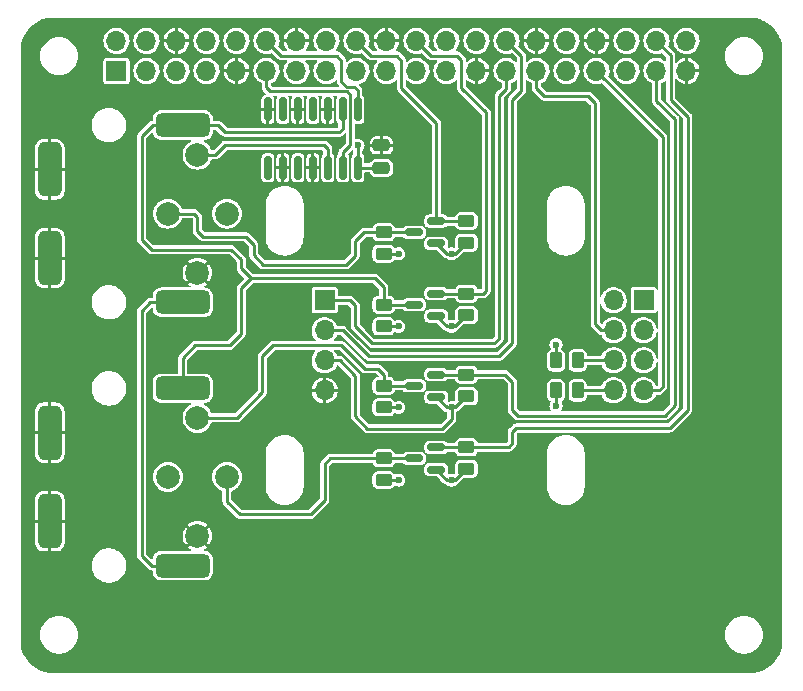
<source format=gtl>
%TF.GenerationSoftware,KiCad,Pcbnew,(6.0.2)*%
%TF.CreationDate,2022-03-15T19:15:36-04:00*%
%TF.ProjectId,Pi1541_Main_Board,50693135-3431-45f4-9d61-696e5f426f61,1.0*%
%TF.SameCoordinates,Original*%
%TF.FileFunction,Copper,L1,Top*%
%TF.FilePolarity,Positive*%
%FSLAX46Y46*%
G04 Gerber Fmt 4.6, Leading zero omitted, Abs format (unit mm)*
G04 Created by KiCad (PCBNEW (6.0.2)) date 2022-03-15 19:15:36*
%MOMM*%
%LPD*%
G01*
G04 APERTURE LIST*
G04 Aperture macros list*
%AMRoundRect*
0 Rectangle with rounded corners*
0 $1 Rounding radius*
0 $2 $3 $4 $5 $6 $7 $8 $9 X,Y pos of 4 corners*
0 Add a 4 corners polygon primitive as box body*
4,1,4,$2,$3,$4,$5,$6,$7,$8,$9,$2,$3,0*
0 Add four circle primitives for the rounded corners*
1,1,$1+$1,$2,$3*
1,1,$1+$1,$4,$5*
1,1,$1+$1,$6,$7*
1,1,$1+$1,$8,$9*
0 Add four rect primitives between the rounded corners*
20,1,$1+$1,$2,$3,$4,$5,0*
20,1,$1+$1,$4,$5,$6,$7,0*
20,1,$1+$1,$6,$7,$8,$9,0*
20,1,$1+$1,$8,$9,$2,$3,0*%
G04 Aperture macros list end*
%TA.AperFunction,ComponentPad*%
%ADD10RoundRect,0.500000X-1.800000X0.500000X-1.800000X-0.500000X1.800000X-0.500000X1.800000X0.500000X0*%
%TD*%
%TA.AperFunction,ComponentPad*%
%ADD11C,2.000000*%
%TD*%
%TA.AperFunction,ComponentPad*%
%ADD12RoundRect,0.500000X-0.500000X-1.800000X0.500000X-1.800000X0.500000X1.800000X-0.500000X1.800000X0*%
%TD*%
%TA.AperFunction,SMDPad,CuDef*%
%ADD13RoundRect,0.250000X-0.262500X-0.450000X0.262500X-0.450000X0.262500X0.450000X-0.262500X0.450000X0*%
%TD*%
%TA.AperFunction,SMDPad,CuDef*%
%ADD14RoundRect,0.250000X0.450000X-0.262500X0.450000X0.262500X-0.450000X0.262500X-0.450000X-0.262500X0*%
%TD*%
%TA.AperFunction,ComponentPad*%
%ADD15R,1.700000X1.700000*%
%TD*%
%TA.AperFunction,ComponentPad*%
%ADD16O,1.700000X1.700000*%
%TD*%
%TA.AperFunction,SMDPad,CuDef*%
%ADD17RoundRect,0.150000X0.587500X0.150000X-0.587500X0.150000X-0.587500X-0.150000X0.587500X-0.150000X0*%
%TD*%
%TA.AperFunction,SMDPad,CuDef*%
%ADD18RoundRect,0.250000X0.475000X-0.250000X0.475000X0.250000X-0.475000X0.250000X-0.475000X-0.250000X0*%
%TD*%
%TA.AperFunction,SMDPad,CuDef*%
%ADD19RoundRect,0.150000X-0.150000X0.825000X-0.150000X-0.825000X0.150000X-0.825000X0.150000X0.825000X0*%
%TD*%
%TA.AperFunction,ViaPad*%
%ADD20C,0.600000*%
%TD*%
%TA.AperFunction,Conductor*%
%ADD21C,0.254000*%
%TD*%
G04 APERTURE END LIST*
D10*
X120975000Y-102641666D03*
D11*
X122225000Y-100141666D03*
X119725000Y-95141666D03*
X122225000Y-90141666D03*
D10*
X120975000Y-87641666D03*
D11*
X124725000Y-95141666D03*
D12*
X109725000Y-98891666D03*
X109725000Y-91391666D03*
D13*
X152587500Y-85270000D03*
X154412500Y-85270000D03*
D14*
X145000000Y-81442724D03*
X145000000Y-79617724D03*
X145000000Y-94450000D03*
X145000000Y-92625000D03*
D15*
X133000000Y-80190000D03*
D16*
X133000000Y-82730000D03*
X133000000Y-85270000D03*
X133000000Y-87810000D03*
D10*
X120975000Y-80358333D03*
D11*
X122225000Y-77858333D03*
X119725000Y-72858333D03*
X122225000Y-67858333D03*
D10*
X120975000Y-65358333D03*
D11*
X124725000Y-72858333D03*
D12*
X109725000Y-69108333D03*
X109725000Y-76608333D03*
D14*
X138000000Y-95400000D03*
X138000000Y-93575000D03*
D13*
X152587500Y-87810000D03*
X154412500Y-87810000D03*
D15*
X160000000Y-80190000D03*
D16*
X157460000Y-80190000D03*
X160000000Y-82730000D03*
X157460000Y-82730000D03*
X160000000Y-85270000D03*
X157460000Y-85270000D03*
X160000000Y-87810000D03*
X157460000Y-87810000D03*
D17*
X142437500Y-81517724D03*
X142437500Y-79617724D03*
X140562500Y-80567724D03*
D14*
X138000000Y-82392724D03*
X138000000Y-80567724D03*
X138000000Y-89257267D03*
X138000000Y-87432267D03*
D18*
X137800000Y-68972500D03*
X137800000Y-67072500D03*
D17*
X142437500Y-94525000D03*
X142437500Y-92625000D03*
X140562500Y-93575000D03*
X142437500Y-75375000D03*
X142437500Y-73475000D03*
X140562500Y-74425000D03*
D14*
X145000000Y-75300000D03*
X145000000Y-73475000D03*
X145000000Y-88307267D03*
X145000000Y-86482267D03*
D19*
X135810000Y-64022500D03*
X134540000Y-64022500D03*
X133270000Y-64022500D03*
X132000000Y-64022500D03*
X130730000Y-64022500D03*
X129460000Y-64022500D03*
X128190000Y-64022500D03*
X128190000Y-68972500D03*
X129460000Y-68972500D03*
X130730000Y-68972500D03*
X132000000Y-68972500D03*
X133270000Y-68972500D03*
X134540000Y-68972500D03*
X135810000Y-68972500D03*
D14*
X138000000Y-76250000D03*
X138000000Y-74425000D03*
D17*
X142437500Y-88382267D03*
X142437500Y-86482267D03*
X140562500Y-87432267D03*
D15*
X115370000Y-60770000D03*
D16*
X115370000Y-58230000D03*
X117910000Y-60770000D03*
X117910000Y-58230000D03*
X120450000Y-60770000D03*
X120450000Y-58230000D03*
X122990000Y-60770000D03*
X122990000Y-58230000D03*
X125530000Y-60770000D03*
X125530000Y-58230000D03*
X128070000Y-60770000D03*
X128070000Y-58230000D03*
X130610000Y-60770000D03*
X130610000Y-58230000D03*
X133150000Y-60770000D03*
X133150000Y-58230000D03*
X135690000Y-60770000D03*
X135690000Y-58230000D03*
X138230000Y-60770000D03*
X138230000Y-58230000D03*
X140770000Y-60770000D03*
X140770000Y-58230000D03*
X143310000Y-60770000D03*
X143310000Y-58230000D03*
X145850000Y-60770000D03*
X145850000Y-58230000D03*
X148390000Y-60770000D03*
X148390000Y-58230000D03*
X150930000Y-60770000D03*
X150930000Y-58230000D03*
X153470000Y-60770000D03*
X153470000Y-58230000D03*
X156010000Y-60770000D03*
X156010000Y-58230000D03*
X158550000Y-60770000D03*
X158550000Y-58230000D03*
X161090000Y-60770000D03*
X161090000Y-58230000D03*
X163630000Y-60770000D03*
X163630000Y-58230000D03*
D20*
X139262499Y-76250000D03*
X135810000Y-67072500D03*
X139262499Y-89257267D03*
X139262499Y-82392724D03*
X139262499Y-95400000D03*
X143737499Y-95400000D03*
X143737499Y-82392724D03*
X143737499Y-89257267D03*
X152587500Y-83950000D03*
X143737499Y-76250000D03*
X152587500Y-89100000D03*
D21*
X135810000Y-68972500D02*
X138000000Y-68972500D01*
X139262499Y-89257267D02*
X138000000Y-89257267D01*
X139262499Y-76250000D02*
X138000000Y-76250000D01*
X139262499Y-82392724D02*
X138000000Y-82392724D01*
X139262499Y-95400000D02*
X138000000Y-95400000D01*
X135810000Y-67072500D02*
X135810000Y-68972500D01*
X117500000Y-81100000D02*
X117500000Y-101800000D01*
X118241667Y-80358333D02*
X117500000Y-81100000D01*
X117500000Y-101800000D02*
X118341666Y-102641666D01*
X120975000Y-80358333D02*
X118241667Y-80358333D01*
X118341666Y-102641666D02*
X120975000Y-102641666D01*
X135574999Y-76400000D02*
X134804000Y-77170999D01*
X121958333Y-72858333D02*
X119725000Y-72858333D01*
X136349999Y-74425000D02*
X135574999Y-75200000D01*
X135574999Y-75200000D02*
X135574999Y-76400000D01*
X126979001Y-75479001D02*
X126315999Y-74815999D01*
X126315999Y-74815999D02*
X122715999Y-74815999D01*
X122225000Y-74325000D02*
X122225000Y-73125000D01*
X122225000Y-73125000D02*
X121958333Y-72858333D01*
X138000000Y-74425000D02*
X136349999Y-74425000D01*
X126979001Y-76379001D02*
X126979001Y-75479001D01*
X122715999Y-74815999D02*
X122225000Y-74325000D01*
X138000000Y-74425000D02*
X140562500Y-74425000D01*
X127770999Y-77170999D02*
X126979001Y-76379001D01*
X134804000Y-77170999D02*
X127770999Y-77170999D01*
X124560167Y-67039833D02*
X123741667Y-67858333D01*
X138000000Y-87432267D02*
X140562500Y-87432267D01*
X128632501Y-83999999D02*
X134399999Y-83999999D01*
X127712499Y-84920001D02*
X128632501Y-83999999D01*
X134399999Y-83999999D02*
X136379631Y-85979631D01*
X125558334Y-90141666D02*
X127712499Y-87987501D01*
X137500000Y-85979631D02*
X138000000Y-86479631D01*
X133270000Y-67370000D02*
X132939833Y-67039833D01*
X132939833Y-67039833D02*
X124560167Y-67039833D01*
X127712499Y-87987501D02*
X127712499Y-84920001D01*
X138000000Y-86479631D02*
X138000000Y-87432267D01*
X133270000Y-68972500D02*
X133270000Y-67370000D01*
X122225000Y-90141666D02*
X125558334Y-90141666D01*
X136379631Y-85979631D02*
X137500000Y-85979631D01*
X123741667Y-67858333D02*
X122225000Y-67858333D01*
X120975000Y-85077499D02*
X120975000Y-87641666D01*
X125929999Y-76729999D02*
X125100666Y-75900666D01*
X120975000Y-65358333D02*
X123958333Y-65358333D01*
X124555166Y-65955166D02*
X134241667Y-65955166D01*
X138000000Y-80567724D02*
X138000000Y-79100000D01*
X117500000Y-66300000D02*
X118441667Y-65358333D01*
X134540000Y-65656833D02*
X134241667Y-65955166D01*
X123958333Y-65358333D02*
X124555166Y-65955166D01*
X117500000Y-75050000D02*
X117500000Y-66300000D01*
X118350666Y-75900666D02*
X117500000Y-75050000D01*
X138000000Y-80567724D02*
X140562500Y-80567724D01*
X122052500Y-83999999D02*
X120975000Y-85077499D01*
X125929999Y-83020001D02*
X124950001Y-83999999D01*
X126768999Y-78318999D02*
X125929999Y-79157999D01*
X124950001Y-83999999D02*
X122052500Y-83999999D01*
X125100666Y-75900666D02*
X118350666Y-75900666D01*
X125929999Y-77479999D02*
X125929999Y-76729999D01*
X118441667Y-65358333D02*
X120975000Y-65358333D01*
X126768999Y-78318999D02*
X125929999Y-77479999D01*
X137218999Y-78318999D02*
X126768999Y-78318999D01*
X138000000Y-79100000D02*
X137218999Y-78318999D01*
X134540000Y-64022500D02*
X134540000Y-65656833D01*
X125929999Y-79157999D02*
X125929999Y-83020001D01*
X124725000Y-97225000D02*
X125800000Y-98300000D01*
X124725000Y-95141666D02*
X124725000Y-97225000D01*
X138000000Y-93575000D02*
X140562500Y-93575000D01*
X133000000Y-97100000D02*
X133000000Y-94050000D01*
X133000000Y-94050000D02*
X133475000Y-93575000D01*
X133475000Y-93575000D02*
X138000000Y-93575000D01*
X131800000Y-98300000D02*
X133000000Y-97100000D01*
X125800000Y-98300000D02*
X131800000Y-98300000D01*
X143312500Y-76250000D02*
X142437500Y-75375000D01*
X143312500Y-82392724D02*
X142437500Y-81517724D01*
X143737499Y-95400000D02*
X144050000Y-95400000D01*
X152587500Y-83950000D02*
X152587500Y-85270000D01*
X144050000Y-76250000D02*
X145000000Y-75300000D01*
X143737499Y-95400000D02*
X143312500Y-95400000D01*
X134270000Y-85270000D02*
X135574999Y-86574999D01*
X143312500Y-95400000D02*
X142437500Y-94525000D01*
X144050000Y-82392724D02*
X145000000Y-81442724D01*
X144050000Y-89257267D02*
X145000000Y-88307267D01*
X143737499Y-90262501D02*
X143737499Y-89257267D01*
X143737499Y-89257267D02*
X144050000Y-89257267D01*
X133000000Y-85270000D02*
X134270000Y-85270000D01*
X136597383Y-91047383D02*
X142952617Y-91047383D01*
X143737499Y-82392724D02*
X144050000Y-82392724D01*
X143312500Y-89257267D02*
X142437500Y-88382267D01*
X143737499Y-89257267D02*
X143312500Y-89257267D01*
X143737499Y-76250000D02*
X144050000Y-76250000D01*
X143737499Y-76250000D02*
X143312500Y-76250000D01*
X144050000Y-95400000D02*
X145000000Y-94450000D01*
X135574999Y-86574999D02*
X135574999Y-90024999D01*
X142952617Y-91047383D02*
X143737499Y-90262501D01*
X135574999Y-90024999D02*
X136597383Y-91047383D01*
X143737499Y-82392724D02*
X143312500Y-82392724D01*
X152587500Y-87810000D02*
X152587500Y-89100000D01*
X156010000Y-60770000D02*
X161600000Y-66360000D01*
X161600000Y-66360000D02*
X161600000Y-87500000D01*
X161600000Y-87500000D02*
X161290000Y-87810000D01*
X161290000Y-87810000D02*
X160000000Y-87810000D01*
X128070000Y-60770000D02*
X128070000Y-62170000D01*
X135174999Y-62774999D02*
X135174999Y-67025001D01*
X128380520Y-62480520D02*
X134880520Y-62480520D01*
X128070000Y-62170000D02*
X128380520Y-62480520D01*
X135174999Y-67025001D02*
X134540000Y-67660000D01*
X134880520Y-62480520D02*
X135174999Y-62774999D01*
X134540000Y-67660000D02*
X134540000Y-68972500D01*
X134019999Y-59500000D02*
X134419999Y-59900000D01*
X134419999Y-59900000D02*
X134419999Y-61669999D01*
X134850000Y-62100000D02*
X135500000Y-62100000D01*
X135810000Y-62410000D02*
X135810000Y-64022500D01*
X128070000Y-58230000D02*
X129340000Y-59500000D01*
X134419999Y-61669999D02*
X134850000Y-62100000D01*
X129340000Y-59500000D02*
X134019999Y-59500000D01*
X135500000Y-62100000D02*
X135810000Y-62410000D01*
X142437500Y-65137500D02*
X142437500Y-73475000D01*
X139499999Y-59899999D02*
X139499999Y-62199999D01*
X139499999Y-62199999D02*
X142437500Y-65137500D01*
X135690000Y-58230000D02*
X136959999Y-59499999D01*
X139099999Y-59499999D02*
X139499999Y-59899999D01*
X142437500Y-73475000D02*
X145000000Y-73475000D01*
X136959999Y-59499999D02*
X139099999Y-59499999D01*
X142437500Y-79617724D02*
X145000000Y-79617724D01*
X144579999Y-62179999D02*
X146673665Y-64273665D01*
X144579999Y-59879999D02*
X144579999Y-62179999D01*
X146432276Y-79617724D02*
X145000000Y-79617724D01*
X140770000Y-58230000D02*
X142039999Y-59499999D01*
X146673665Y-64273665D02*
X146673665Y-79376335D01*
X146673665Y-79376335D02*
X146432276Y-79617724D01*
X144199999Y-59499999D02*
X144579999Y-59879999D01*
X142039999Y-59499999D02*
X144199999Y-59499999D01*
X147774331Y-83425669D02*
X147354641Y-83845359D01*
X147774331Y-62875669D02*
X147774331Y-83425669D01*
X135574999Y-82374999D02*
X135574999Y-80624999D01*
X135574999Y-80624999D02*
X135140000Y-80190000D01*
X147354641Y-83845359D02*
X137045359Y-83845359D01*
X148390000Y-60770000D02*
X148390000Y-62260000D01*
X148390000Y-62260000D02*
X147774331Y-62875669D01*
X135140000Y-80190000D02*
X133000000Y-80190000D01*
X137045359Y-83845359D02*
X135574999Y-82374999D01*
X147787505Y-84912495D02*
X136712495Y-84912495D01*
X148874997Y-83825003D02*
X147787505Y-84912495D01*
X148874997Y-63225003D02*
X148874997Y-83825003D01*
X148390000Y-58230000D02*
X149650000Y-59490000D01*
X134530000Y-82730000D02*
X133000000Y-82730000D01*
X136712495Y-84912495D02*
X134530000Y-82730000D01*
X149650000Y-59490000D02*
X149650000Y-62450000D01*
X149650000Y-62450000D02*
X148874997Y-63225003D01*
X150930000Y-60770000D02*
X150930000Y-62230000D01*
X155300000Y-62900000D02*
X155900000Y-63500000D01*
X150930000Y-62230000D02*
X151600000Y-62900000D01*
X155900000Y-63500000D02*
X155900000Y-82200000D01*
X155900000Y-82200000D02*
X156430000Y-82730000D01*
X151600000Y-62900000D02*
X155300000Y-62900000D01*
X156430000Y-82730000D02*
X157460000Y-82730000D01*
X148282267Y-86482267D02*
X145000000Y-86482267D01*
X149350000Y-89950000D02*
X148887499Y-89487499D01*
X161775000Y-89950000D02*
X149350000Y-89950000D01*
X161090000Y-63290000D02*
X162650000Y-64850000D01*
X162650000Y-64850000D02*
X162650000Y-89075000D01*
X161090000Y-60770000D02*
X161090000Y-63290000D01*
X142437500Y-86482267D02*
X145000000Y-86482267D01*
X148887499Y-87087499D02*
X148282267Y-86482267D01*
X148887499Y-89487499D02*
X148887499Y-87087499D01*
X162650000Y-89075000D02*
X161775000Y-89950000D01*
X148887499Y-92300000D02*
X148562499Y-92625000D01*
X163750000Y-64650000D02*
X163750000Y-89450000D01*
X162300000Y-63200000D02*
X163750000Y-64650000D01*
X162200000Y-91000000D02*
X149200000Y-91000000D01*
X161090000Y-58230000D02*
X162300000Y-59440000D01*
X162300000Y-59440000D02*
X162300000Y-63200000D01*
X148887499Y-91312501D02*
X148887499Y-92300000D01*
X142437500Y-92625000D02*
X145000000Y-92625000D01*
X149200000Y-91000000D02*
X148887499Y-91312501D01*
X163750000Y-89450000D02*
X162200000Y-91000000D01*
X148562499Y-92625000D02*
X145000000Y-92625000D01*
X154412500Y-87810000D02*
X157460000Y-87810000D01*
X154412500Y-85270000D02*
X157460000Y-85270000D01*
%TA.AperFunction,Conductor*%
G36*
X168981021Y-56255201D02*
G01*
X169000000Y-56258976D01*
X169011734Y-56256642D01*
X169027420Y-56255540D01*
X169303958Y-56271070D01*
X169310910Y-56271853D01*
X169463033Y-56297700D01*
X169607585Y-56322261D01*
X169614418Y-56323821D01*
X169753348Y-56363846D01*
X169903577Y-56407126D01*
X169910184Y-56409438D01*
X170148785Y-56508270D01*
X170188205Y-56524598D01*
X170194513Y-56527636D01*
X170457885Y-56673196D01*
X170463815Y-56676922D01*
X170709239Y-56851059D01*
X170714719Y-56855429D01*
X170939098Y-57055946D01*
X170944054Y-57060902D01*
X171144571Y-57285281D01*
X171148941Y-57290761D01*
X171323078Y-57536185D01*
X171326804Y-57542115D01*
X171400061Y-57674663D01*
X171472361Y-57805480D01*
X171475402Y-57811795D01*
X171580681Y-58065960D01*
X171590560Y-58089811D01*
X171592874Y-58096423D01*
X171621744Y-58196634D01*
X171676179Y-58385582D01*
X171677739Y-58392415D01*
X171702300Y-58536967D01*
X171727191Y-58683460D01*
X171728146Y-58689083D01*
X171728930Y-58696042D01*
X171737901Y-58855776D01*
X171744460Y-58972577D01*
X171743358Y-58988266D01*
X171741024Y-59000000D01*
X171742225Y-59006038D01*
X171744799Y-59018979D01*
X171746000Y-59031172D01*
X171746000Y-108968828D01*
X171744799Y-108981021D01*
X171741024Y-109000000D01*
X171743358Y-109011734D01*
X171744460Y-109027420D01*
X171728931Y-109303952D01*
X171728146Y-109310917D01*
X171677739Y-109607585D01*
X171676179Y-109614418D01*
X171592875Y-109903573D01*
X171590562Y-109910184D01*
X171510114Y-110104403D01*
X171475402Y-110188205D01*
X171472364Y-110194513D01*
X171326806Y-110457881D01*
X171323078Y-110463815D01*
X171148941Y-110709239D01*
X171144571Y-110714719D01*
X170944054Y-110939098D01*
X170939098Y-110944054D01*
X170714719Y-111144571D01*
X170709239Y-111148941D01*
X170463815Y-111323078D01*
X170457885Y-111326804D01*
X170194513Y-111472364D01*
X170188204Y-111475402D01*
X169910184Y-111590562D01*
X169903577Y-111592874D01*
X169789914Y-111625620D01*
X169614418Y-111676179D01*
X169607585Y-111677739D01*
X169463033Y-111702300D01*
X169310910Y-111728147D01*
X169303958Y-111728930D01*
X169027420Y-111744460D01*
X169011734Y-111743358D01*
X169000000Y-111741024D01*
X168993962Y-111742225D01*
X168981021Y-111744799D01*
X168968828Y-111746000D01*
X110031172Y-111746000D01*
X110018979Y-111744799D01*
X110006038Y-111742225D01*
X110000000Y-111741024D01*
X109988266Y-111743358D01*
X109972580Y-111744460D01*
X109696042Y-111728930D01*
X109689090Y-111728147D01*
X109536967Y-111702300D01*
X109392415Y-111677739D01*
X109385582Y-111676179D01*
X109210086Y-111625620D01*
X109096423Y-111592874D01*
X109089816Y-111590562D01*
X108811796Y-111475402D01*
X108805487Y-111472364D01*
X108542115Y-111326804D01*
X108536185Y-111323078D01*
X108290761Y-111148941D01*
X108285281Y-111144571D01*
X108060902Y-110944054D01*
X108055946Y-110939098D01*
X107855429Y-110714719D01*
X107851059Y-110709239D01*
X107676922Y-110463815D01*
X107673194Y-110457881D01*
X107527636Y-110194513D01*
X107524598Y-110188205D01*
X107489886Y-110104403D01*
X107409438Y-109910184D01*
X107407125Y-109903573D01*
X107323821Y-109614418D01*
X107322261Y-109607585D01*
X107271854Y-109310917D01*
X107271069Y-109303952D01*
X107255540Y-109027420D01*
X107256642Y-109011734D01*
X107258976Y-109000000D01*
X107255201Y-108981021D01*
X107254000Y-108968828D01*
X107254000Y-108500000D01*
X108890539Y-108500000D01*
X108910354Y-108751775D01*
X108969312Y-108997351D01*
X108970254Y-108999625D01*
X109065017Y-109228405D01*
X109065021Y-109228412D01*
X109065960Y-109230680D01*
X109197919Y-109446017D01*
X109361939Y-109638061D01*
X109553983Y-109802081D01*
X109556080Y-109803366D01*
X109730399Y-109910189D01*
X109769320Y-109934040D01*
X109771588Y-109934979D01*
X109771595Y-109934983D01*
X109945270Y-110006921D01*
X110002649Y-110030688D01*
X110248225Y-110089646D01*
X110304882Y-110094105D01*
X110435725Y-110104403D01*
X110435738Y-110104404D01*
X110436964Y-110104500D01*
X110563036Y-110104500D01*
X110564262Y-110104404D01*
X110564275Y-110104403D01*
X110695118Y-110094105D01*
X110751775Y-110089646D01*
X110997351Y-110030688D01*
X111054730Y-110006921D01*
X111228405Y-109934983D01*
X111228412Y-109934979D01*
X111230680Y-109934040D01*
X111269602Y-109910189D01*
X111443920Y-109803366D01*
X111446017Y-109802081D01*
X111638061Y-109638061D01*
X111802081Y-109446017D01*
X111934040Y-109230680D01*
X111934979Y-109228412D01*
X111934983Y-109228405D01*
X112029746Y-108999625D01*
X112030688Y-108997351D01*
X112089646Y-108751775D01*
X112109461Y-108500000D01*
X166890539Y-108500000D01*
X166910354Y-108751775D01*
X166969312Y-108997351D01*
X166970254Y-108999625D01*
X167065017Y-109228405D01*
X167065021Y-109228412D01*
X167065960Y-109230680D01*
X167197919Y-109446017D01*
X167361939Y-109638061D01*
X167553983Y-109802081D01*
X167556080Y-109803366D01*
X167730399Y-109910189D01*
X167769320Y-109934040D01*
X167771588Y-109934979D01*
X167771595Y-109934983D01*
X167945270Y-110006921D01*
X168002649Y-110030688D01*
X168248225Y-110089646D01*
X168304882Y-110094105D01*
X168435725Y-110104403D01*
X168435738Y-110104404D01*
X168436964Y-110104500D01*
X168563036Y-110104500D01*
X168564262Y-110104404D01*
X168564275Y-110104403D01*
X168695118Y-110094105D01*
X168751775Y-110089646D01*
X168997351Y-110030688D01*
X169054730Y-110006921D01*
X169228405Y-109934983D01*
X169228412Y-109934979D01*
X169230680Y-109934040D01*
X169269602Y-109910189D01*
X169443920Y-109803366D01*
X169446017Y-109802081D01*
X169638061Y-109638061D01*
X169802081Y-109446017D01*
X169934040Y-109230680D01*
X169934979Y-109228412D01*
X169934983Y-109228405D01*
X170029746Y-108999625D01*
X170030688Y-108997351D01*
X170089646Y-108751775D01*
X170109461Y-108500000D01*
X170089646Y-108248225D01*
X170030688Y-108002649D01*
X170019710Y-107976145D01*
X169934983Y-107771595D01*
X169934979Y-107771588D01*
X169934040Y-107769320D01*
X169802081Y-107553983D01*
X169638061Y-107361939D01*
X169446017Y-107197919D01*
X169230680Y-107065960D01*
X169228412Y-107065021D01*
X169228405Y-107065017D01*
X168999625Y-106970254D01*
X168999626Y-106970254D01*
X168997351Y-106969312D01*
X168751775Y-106910354D01*
X168695118Y-106905895D01*
X168564275Y-106895597D01*
X168564262Y-106895596D01*
X168563036Y-106895500D01*
X168436964Y-106895500D01*
X168435738Y-106895596D01*
X168435725Y-106895597D01*
X168304882Y-106905895D01*
X168248225Y-106910354D01*
X168002649Y-106969312D01*
X168000374Y-106970254D01*
X168000375Y-106970254D01*
X167771595Y-107065017D01*
X167771588Y-107065021D01*
X167769320Y-107065960D01*
X167553983Y-107197919D01*
X167361939Y-107361939D01*
X167197919Y-107553983D01*
X167065960Y-107769320D01*
X167065021Y-107771588D01*
X167065017Y-107771595D01*
X166980290Y-107976145D01*
X166969312Y-108002649D01*
X166910354Y-108248225D01*
X166890539Y-108500000D01*
X112109461Y-108500000D01*
X112089646Y-108248225D01*
X112030688Y-108002649D01*
X112019710Y-107976145D01*
X111934983Y-107771595D01*
X111934979Y-107771588D01*
X111934040Y-107769320D01*
X111802081Y-107553983D01*
X111638061Y-107361939D01*
X111446017Y-107197919D01*
X111230680Y-107065960D01*
X111228412Y-107065021D01*
X111228405Y-107065017D01*
X110999625Y-106970254D01*
X110999626Y-106970254D01*
X110997351Y-106969312D01*
X110751775Y-106910354D01*
X110695118Y-106905895D01*
X110564275Y-106895597D01*
X110564262Y-106895596D01*
X110563036Y-106895500D01*
X110436964Y-106895500D01*
X110435738Y-106895596D01*
X110435725Y-106895597D01*
X110304882Y-106905895D01*
X110248225Y-106910354D01*
X110002649Y-106969312D01*
X110000374Y-106970254D01*
X110000375Y-106970254D01*
X109771595Y-107065017D01*
X109771588Y-107065021D01*
X109769320Y-107065960D01*
X109553983Y-107197919D01*
X109361939Y-107361939D01*
X109197919Y-107553983D01*
X109065960Y-107769320D01*
X109065021Y-107771588D01*
X109065017Y-107771595D01*
X108980290Y-107976145D01*
X108969312Y-108002649D01*
X108910354Y-108248225D01*
X108890539Y-108500000D01*
X107254000Y-108500000D01*
X107254000Y-102743475D01*
X113269070Y-102743475D01*
X113305248Y-102979899D01*
X113306046Y-102982339D01*
X113306046Y-102982341D01*
X113373985Y-103190197D01*
X113379555Y-103207239D01*
X113380740Y-103209516D01*
X113380742Y-103209520D01*
X113427972Y-103300247D01*
X113489994Y-103419391D01*
X113633600Y-103610656D01*
X113635452Y-103612426D01*
X113635453Y-103612427D01*
X113639277Y-103616081D01*
X113806516Y-103775899D01*
X113808636Y-103777345D01*
X113808637Y-103777346D01*
X113982821Y-103896166D01*
X114004099Y-103910681D01*
X114221042Y-104011382D01*
X114223509Y-104012066D01*
X114223514Y-104012068D01*
X114404637Y-104062298D01*
X114451520Y-104075300D01*
X114541411Y-104084906D01*
X114645126Y-104095990D01*
X114645130Y-104095990D01*
X114646775Y-104096166D01*
X114785633Y-104096166D01*
X114963372Y-104081553D01*
X114998258Y-104072790D01*
X115192855Y-104023911D01*
X115192858Y-104023910D01*
X115195342Y-104023286D01*
X115222720Y-104011382D01*
X115257651Y-103996194D01*
X115414681Y-103927915D01*
X115615498Y-103798001D01*
X115792400Y-103637032D01*
X115793991Y-103635018D01*
X115939040Y-103451355D01*
X115939045Y-103451348D01*
X115940636Y-103449333D01*
X116056226Y-103239943D01*
X116067807Y-103207239D01*
X116135207Y-103016906D01*
X116135208Y-103016903D01*
X116136064Y-103014485D01*
X116136515Y-103011955D01*
X116177557Y-102781550D01*
X116177557Y-102781545D01*
X116178008Y-102779016D01*
X116180930Y-102539857D01*
X116144752Y-102303433D01*
X116134275Y-102271377D01*
X116071244Y-102078537D01*
X116071243Y-102078535D01*
X116070445Y-102076093D01*
X116053421Y-102043389D01*
X115994304Y-101929828D01*
X115960006Y-101863941D01*
X115898318Y-101781780D01*
X117113655Y-101781780D01*
X117114262Y-101786910D01*
X117114262Y-101786912D01*
X117118067Y-101819059D01*
X117118500Y-101826405D01*
X117118500Y-101831692D01*
X117121936Y-101852336D01*
X117122347Y-101855223D01*
X117128582Y-101907907D01*
X117130818Y-101912563D01*
X117131933Y-101916402D01*
X117133230Y-101920191D01*
X117134078Y-101925283D01*
X117136529Y-101929826D01*
X117136530Y-101929828D01*
X117159263Y-101971958D01*
X117160600Y-101974583D01*
X117183560Y-102022398D01*
X117187170Y-102026692D01*
X117187355Y-102026877D01*
X117189944Y-102029944D01*
X117191935Y-102032510D01*
X117194388Y-102037057D01*
X117198183Y-102040565D01*
X117235108Y-102074698D01*
X117236877Y-102076399D01*
X118038405Y-102877928D01*
X118046711Y-102888212D01*
X118055595Y-102901970D01*
X118059649Y-102905166D01*
X118059651Y-102905168D01*
X118085077Y-102925212D01*
X118090577Y-102930100D01*
X118094314Y-102933837D01*
X118111362Y-102946020D01*
X118113657Y-102947743D01*
X118155336Y-102980600D01*
X118160214Y-102982313D01*
X118163712Y-102984236D01*
X118167305Y-102985996D01*
X118171508Y-102989000D01*
X118176452Y-102990479D01*
X118176455Y-102990480D01*
X118222321Y-103004196D01*
X118225123Y-103005107D01*
X118275168Y-103022682D01*
X118279086Y-103023021D01*
X118279089Y-103023022D01*
X118279426Y-103023051D01*
X118279432Y-103023051D01*
X118280757Y-103023166D01*
X118281016Y-103023166D01*
X118285020Y-103023505D01*
X118288245Y-103023912D01*
X118293190Y-103025391D01*
X118348591Y-103023214D01*
X118351044Y-103023166D01*
X118358000Y-103023166D01*
X118402194Y-103041472D01*
X118420500Y-103085666D01*
X118420500Y-103191794D01*
X118420666Y-103193390D01*
X118420666Y-103193398D01*
X118422339Y-103209520D01*
X118431417Y-103297009D01*
X118432496Y-103300245D01*
X118432497Y-103300247D01*
X118482911Y-103451355D01*
X118487097Y-103463903D01*
X118489006Y-103466988D01*
X118489008Y-103466992D01*
X118540275Y-103549838D01*
X118579678Y-103613512D01*
X118582249Y-103616079D01*
X118582251Y-103616081D01*
X118603239Y-103637032D01*
X118704194Y-103737810D01*
X118707286Y-103739716D01*
X118850873Y-103828225D01*
X118850875Y-103828226D01*
X118853964Y-103830130D01*
X119020955Y-103885519D01*
X119083362Y-103891913D01*
X119123288Y-103896004D01*
X119123294Y-103896004D01*
X119124872Y-103896166D01*
X122825128Y-103896166D01*
X122826724Y-103896000D01*
X122826732Y-103896000D01*
X122926944Y-103885602D01*
X122926947Y-103885601D01*
X122930343Y-103885249D01*
X122933579Y-103884170D01*
X122933581Y-103884169D01*
X123093794Y-103830718D01*
X123093796Y-103830717D01*
X123097237Y-103829569D01*
X123100322Y-103827660D01*
X123100326Y-103827658D01*
X123186833Y-103774125D01*
X123246846Y-103736988D01*
X123249413Y-103734417D01*
X123249415Y-103734415D01*
X123367541Y-103616081D01*
X123371144Y-103612472D01*
X123463464Y-103462702D01*
X123518853Y-103295711D01*
X123529500Y-103191794D01*
X123529500Y-102091538D01*
X123528272Y-102079697D01*
X123518936Y-101989722D01*
X123518935Y-101989719D01*
X123518583Y-101986323D01*
X123517503Y-101983085D01*
X123464052Y-101822872D01*
X123464051Y-101822870D01*
X123462903Y-101819429D01*
X123460994Y-101816344D01*
X123460992Y-101816340D01*
X123372235Y-101672912D01*
X123370322Y-101669820D01*
X123367751Y-101667253D01*
X123367749Y-101667251D01*
X123307855Y-101607463D01*
X123245806Y-101545522D01*
X123242714Y-101543616D01*
X123099127Y-101455107D01*
X123099125Y-101455106D01*
X123096036Y-101453202D01*
X122929045Y-101397813D01*
X122866638Y-101391419D01*
X122826712Y-101387328D01*
X122826706Y-101387328D01*
X122825128Y-101387166D01*
X122803153Y-101387166D01*
X122758959Y-101368860D01*
X122740653Y-101324666D01*
X122758959Y-101280472D01*
X122776739Y-101268022D01*
X122851921Y-101232964D01*
X122856632Y-101230243D01*
X123009570Y-101123156D01*
X123014682Y-101115131D01*
X123013492Y-101109763D01*
X122233790Y-100330061D01*
X122225000Y-100326420D01*
X122216210Y-100330061D01*
X121439036Y-101107235D01*
X121435395Y-101116025D01*
X121437499Y-101121104D01*
X121593368Y-101230243D01*
X121598079Y-101232964D01*
X121673261Y-101268022D01*
X121705578Y-101303290D01*
X121703491Y-101351080D01*
X121668223Y-101383397D01*
X121646847Y-101387166D01*
X119124872Y-101387166D01*
X119123276Y-101387332D01*
X119123268Y-101387332D01*
X119023056Y-101397730D01*
X119023053Y-101397731D01*
X119019657Y-101398083D01*
X119016421Y-101399162D01*
X119016419Y-101399163D01*
X118856206Y-101452614D01*
X118856204Y-101452615D01*
X118852763Y-101453763D01*
X118849678Y-101455672D01*
X118849674Y-101455674D01*
X118798957Y-101487059D01*
X118703154Y-101546344D01*
X118700587Y-101548915D01*
X118700585Y-101548917D01*
X118640797Y-101608811D01*
X118578856Y-101670860D01*
X118576950Y-101673952D01*
X118510484Y-101781780D01*
X118486536Y-101820630D01*
X118431147Y-101987621D01*
X118430799Y-101991013D01*
X118430798Y-101991020D01*
X118425587Y-102041874D01*
X118402872Y-102083972D01*
X118357042Y-102097677D01*
X118319219Y-102079697D01*
X118147430Y-101907907D01*
X117899806Y-101660283D01*
X117881500Y-101616089D01*
X117881500Y-100144386D01*
X120966448Y-100144386D01*
X120985096Y-100357535D01*
X120986040Y-100362889D01*
X121041417Y-100569561D01*
X121043277Y-100574670D01*
X121133702Y-100768587D01*
X121136423Y-100773298D01*
X121243510Y-100926236D01*
X121251535Y-100931348D01*
X121256903Y-100930158D01*
X122036605Y-100150456D01*
X122040246Y-100141666D01*
X122409754Y-100141666D01*
X122413395Y-100150456D01*
X123190569Y-100927630D01*
X123199359Y-100931271D01*
X123204438Y-100929167D01*
X123313577Y-100773298D01*
X123316298Y-100768587D01*
X123406723Y-100574670D01*
X123408583Y-100569561D01*
X123463960Y-100362889D01*
X123464904Y-100357535D01*
X123483552Y-100144386D01*
X123483552Y-100138946D01*
X123464904Y-99925797D01*
X123463960Y-99920443D01*
X123408583Y-99713771D01*
X123406723Y-99708662D01*
X123316298Y-99514745D01*
X123313577Y-99510034D01*
X123206490Y-99357096D01*
X123198465Y-99351984D01*
X123193097Y-99353174D01*
X122413395Y-100132876D01*
X122409754Y-100141666D01*
X122040246Y-100141666D01*
X122036605Y-100132876D01*
X121259431Y-99355702D01*
X121250641Y-99352061D01*
X121245562Y-99354165D01*
X121136423Y-99510034D01*
X121133702Y-99514745D01*
X121043277Y-99708662D01*
X121041417Y-99713771D01*
X120986040Y-99920443D01*
X120985096Y-99925797D01*
X120966448Y-100138946D01*
X120966448Y-100144386D01*
X117881500Y-100144386D01*
X117881500Y-99168201D01*
X121435318Y-99168201D01*
X121436508Y-99173569D01*
X122216210Y-99953271D01*
X122225000Y-99956912D01*
X122233790Y-99953271D01*
X123010964Y-99176097D01*
X123014605Y-99167307D01*
X123012501Y-99162228D01*
X122856632Y-99053089D01*
X122851921Y-99050368D01*
X122658004Y-98959943D01*
X122652895Y-98958083D01*
X122446223Y-98902706D01*
X122440869Y-98901762D01*
X122227720Y-98883114D01*
X122222280Y-98883114D01*
X122009131Y-98901762D01*
X122003777Y-98902706D01*
X121797105Y-98958083D01*
X121791996Y-98959943D01*
X121598079Y-99050368D01*
X121593368Y-99053089D01*
X121440430Y-99160176D01*
X121435318Y-99168201D01*
X117881500Y-99168201D01*
X117881500Y-95141666D01*
X118465708Y-95141666D01*
X118484839Y-95360340D01*
X118541653Y-95572369D01*
X118634421Y-95771312D01*
X118635983Y-95773543D01*
X118635986Y-95773548D01*
X118729796Y-95907522D01*
X118760326Y-95951123D01*
X118915543Y-96106340D01*
X118917781Y-96107907D01*
X119093118Y-96230680D01*
X119093123Y-96230683D01*
X119095354Y-96232245D01*
X119294297Y-96325013D01*
X119296938Y-96325721D01*
X119296939Y-96325721D01*
X119503690Y-96381121D01*
X119503694Y-96381122D01*
X119506326Y-96381827D01*
X119509042Y-96382065D01*
X119509044Y-96382065D01*
X119656429Y-96394959D01*
X119709764Y-96399625D01*
X119722280Y-96400720D01*
X119725000Y-96400958D01*
X119727720Y-96400720D01*
X119740237Y-96399625D01*
X119793571Y-96394959D01*
X119940956Y-96382065D01*
X119940958Y-96382065D01*
X119943674Y-96381827D01*
X119946306Y-96381122D01*
X119946310Y-96381121D01*
X120153061Y-96325721D01*
X120153062Y-96325721D01*
X120155703Y-96325013D01*
X120354646Y-96232245D01*
X120356877Y-96230683D01*
X120356882Y-96230680D01*
X120532219Y-96107907D01*
X120534457Y-96106340D01*
X120689674Y-95951123D01*
X120720204Y-95907522D01*
X120814014Y-95773548D01*
X120814017Y-95773543D01*
X120815579Y-95771312D01*
X120908347Y-95572369D01*
X120965161Y-95360340D01*
X120984292Y-95141666D01*
X123465708Y-95141666D01*
X123484839Y-95360340D01*
X123541653Y-95572369D01*
X123634421Y-95771312D01*
X123635983Y-95773543D01*
X123635986Y-95773548D01*
X123729796Y-95907522D01*
X123760326Y-95951123D01*
X123915543Y-96106340D01*
X123917781Y-96107907D01*
X124093118Y-96230680D01*
X124093123Y-96230683D01*
X124095354Y-96232245D01*
X124294297Y-96325013D01*
X124297171Y-96325783D01*
X124297226Y-96325825D01*
X124299497Y-96326652D01*
X124299236Y-96327368D01*
X124335122Y-96354897D01*
X124343500Y-96386154D01*
X124343500Y-97177624D01*
X124342100Y-97190778D01*
X124338655Y-97206780D01*
X124339262Y-97211910D01*
X124339262Y-97211912D01*
X124343067Y-97244059D01*
X124343500Y-97251405D01*
X124343500Y-97256692D01*
X124346936Y-97277336D01*
X124347347Y-97280223D01*
X124353582Y-97332907D01*
X124355818Y-97337563D01*
X124356933Y-97341402D01*
X124358230Y-97345191D01*
X124359078Y-97350283D01*
X124361529Y-97354826D01*
X124361530Y-97354828D01*
X124384263Y-97396958D01*
X124385600Y-97399583D01*
X124408560Y-97447398D01*
X124412170Y-97451692D01*
X124412355Y-97451877D01*
X124414944Y-97454944D01*
X124416935Y-97457510D01*
X124419388Y-97462057D01*
X124423183Y-97465565D01*
X124460109Y-97499699D01*
X124461878Y-97501400D01*
X125496735Y-98536257D01*
X125505047Y-98546549D01*
X125511124Y-98555961D01*
X125511127Y-98555964D01*
X125513929Y-98560304D01*
X125519749Y-98564892D01*
X125543416Y-98583550D01*
X125548916Y-98588438D01*
X125552649Y-98592171D01*
X125569690Y-98604349D01*
X125571984Y-98606072D01*
X125613670Y-98638934D01*
X125618548Y-98640647D01*
X125622053Y-98642574D01*
X125625639Y-98644331D01*
X125629843Y-98647335D01*
X125634792Y-98648815D01*
X125680660Y-98662532D01*
X125683462Y-98663443D01*
X125733502Y-98681016D01*
X125737420Y-98681355D01*
X125737423Y-98681356D01*
X125737738Y-98681383D01*
X125737742Y-98681383D01*
X125739091Y-98681500D01*
X125739359Y-98681500D01*
X125743356Y-98681839D01*
X125746580Y-98682246D01*
X125751525Y-98683725D01*
X125806937Y-98681548D01*
X125809390Y-98681500D01*
X131752624Y-98681500D01*
X131765778Y-98682900D01*
X131781780Y-98686345D01*
X131786910Y-98685738D01*
X131786912Y-98685738D01*
X131819059Y-98681933D01*
X131826405Y-98681500D01*
X131831692Y-98681500D01*
X131852336Y-98678064D01*
X131855223Y-98677653D01*
X131907907Y-98671418D01*
X131912563Y-98669182D01*
X131916402Y-98668067D01*
X131920191Y-98666770D01*
X131925283Y-98665922D01*
X131929826Y-98663471D01*
X131929828Y-98663470D01*
X131971958Y-98640737D01*
X131974583Y-98639400D01*
X132018851Y-98618143D01*
X132022398Y-98616440D01*
X132026692Y-98612830D01*
X132026877Y-98612645D01*
X132029944Y-98610056D01*
X132032510Y-98608065D01*
X132037057Y-98605612D01*
X132074698Y-98564892D01*
X132076399Y-98563123D01*
X133236259Y-97403263D01*
X133246552Y-97394950D01*
X133255965Y-97388873D01*
X133255967Y-97388871D01*
X133260304Y-97386071D01*
X133283546Y-97356589D01*
X133288434Y-97351089D01*
X133292171Y-97347352D01*
X133304354Y-97330304D01*
X133306077Y-97328009D01*
X133338934Y-97286330D01*
X133340647Y-97281452D01*
X133342570Y-97277954D01*
X133344330Y-97274361D01*
X133347334Y-97270158D01*
X133348813Y-97265214D01*
X133348814Y-97265211D01*
X133362530Y-97219345D01*
X133363441Y-97216543D01*
X133366870Y-97206780D01*
X133381016Y-97166498D01*
X133381500Y-97160909D01*
X133381500Y-97160650D01*
X133381839Y-97156646D01*
X133382246Y-97153421D01*
X133383725Y-97148476D01*
X133381548Y-97093075D01*
X133381500Y-97090622D01*
X133381500Y-95710256D01*
X137045500Y-95710256D01*
X137052202Y-95771948D01*
X137053577Y-95775616D01*
X137093986Y-95883407D01*
X137102929Y-95907264D01*
X137189596Y-96022904D01*
X137305236Y-96109571D01*
X137309405Y-96111134D01*
X137309407Y-96111135D01*
X137436884Y-96158923D01*
X137440552Y-96160298D01*
X137502244Y-96167000D01*
X138497756Y-96167000D01*
X138559448Y-96160298D01*
X138563116Y-96158923D01*
X138690593Y-96111135D01*
X138690595Y-96111134D01*
X138694764Y-96109571D01*
X138810404Y-96022904D01*
X138855272Y-95963036D01*
X151795500Y-95963036D01*
X151795596Y-95964262D01*
X151795597Y-95964275D01*
X151805895Y-96095118D01*
X151810354Y-96151775D01*
X151869312Y-96397351D01*
X151870806Y-96400958D01*
X151965017Y-96628405D01*
X151965021Y-96628412D01*
X151965960Y-96630680D01*
X152097919Y-96846017D01*
X152261939Y-97038061D01*
X152453983Y-97202081D01*
X152456080Y-97203366D01*
X152663263Y-97330328D01*
X152669320Y-97334040D01*
X152671588Y-97334979D01*
X152671595Y-97334983D01*
X152836439Y-97403263D01*
X152902649Y-97430688D01*
X153148225Y-97489646D01*
X153400000Y-97509461D01*
X153651775Y-97489646D01*
X153897351Y-97430688D01*
X153963561Y-97403263D01*
X154128405Y-97334983D01*
X154128412Y-97334979D01*
X154130680Y-97334040D01*
X154136738Y-97330328D01*
X154343920Y-97203366D01*
X154346017Y-97202081D01*
X154538061Y-97038061D01*
X154702081Y-96846017D01*
X154834040Y-96630680D01*
X154834979Y-96628412D01*
X154834983Y-96628405D01*
X154929194Y-96400958D01*
X154930688Y-96397351D01*
X154989646Y-96151775D01*
X154994105Y-96095118D01*
X155004403Y-95964275D01*
X155004404Y-95964262D01*
X155004500Y-95963036D01*
X155004500Y-93136964D01*
X155004404Y-93135738D01*
X155004403Y-93135725D01*
X154991024Y-92965737D01*
X154989646Y-92948225D01*
X154930688Y-92702649D01*
X154870188Y-92556589D01*
X154834983Y-92471595D01*
X154834979Y-92471588D01*
X154834040Y-92469320D01*
X154819521Y-92445626D01*
X154703366Y-92256080D01*
X154702081Y-92253983D01*
X154538061Y-92061939D01*
X154346017Y-91897919D01*
X154130680Y-91765960D01*
X154128412Y-91765021D01*
X154128405Y-91765017D01*
X153899625Y-91670254D01*
X153899626Y-91670254D01*
X153897351Y-91669312D01*
X153651775Y-91610354D01*
X153400000Y-91590539D01*
X153148225Y-91610354D01*
X152902649Y-91669312D01*
X152900374Y-91670254D01*
X152900375Y-91670254D01*
X152671595Y-91765017D01*
X152671588Y-91765021D01*
X152669320Y-91765960D01*
X152453983Y-91897919D01*
X152261939Y-92061939D01*
X152097919Y-92253983D01*
X152096634Y-92256080D01*
X151980480Y-92445626D01*
X151965960Y-92469320D01*
X151965021Y-92471588D01*
X151965017Y-92471595D01*
X151929812Y-92556589D01*
X151869312Y-92702649D01*
X151810354Y-92948225D01*
X151808976Y-92965737D01*
X151795597Y-93135725D01*
X151795596Y-93135738D01*
X151795500Y-93136964D01*
X151795500Y-95963036D01*
X138855272Y-95963036D01*
X138897071Y-95907264D01*
X138897304Y-95906642D01*
X138933488Y-95877546D01*
X138981498Y-95883313D01*
X138982856Y-95884355D01*
X138986639Y-95885922D01*
X139113959Y-95938660D01*
X139113960Y-95938660D01*
X139117745Y-95940228D01*
X139121807Y-95940763D01*
X139121808Y-95940763D01*
X139258435Y-95958750D01*
X139262499Y-95959285D01*
X139266563Y-95958750D01*
X139403190Y-95940763D01*
X139403191Y-95940763D01*
X139407253Y-95940228D01*
X139411038Y-95938660D01*
X139411039Y-95938660D01*
X139538353Y-95885925D01*
X139538356Y-95885923D01*
X139542142Y-95884355D01*
X139657973Y-95795474D01*
X139660466Y-95792226D01*
X139723363Y-95710256D01*
X139746854Y-95679642D01*
X139753336Y-95663993D01*
X139801159Y-95548540D01*
X139801159Y-95548538D01*
X139802727Y-95544754D01*
X139821784Y-95400000D01*
X139802727Y-95255246D01*
X139794468Y-95235306D01*
X139748421Y-95124141D01*
X139746854Y-95120358D01*
X139657973Y-95004526D01*
X139542142Y-94915645D01*
X139538356Y-94914077D01*
X139538353Y-94914075D01*
X139411039Y-94861340D01*
X139411038Y-94861340D01*
X139407253Y-94859772D01*
X139403191Y-94859237D01*
X139403190Y-94859237D01*
X139266563Y-94841250D01*
X139262499Y-94840715D01*
X139258435Y-94841250D01*
X139121808Y-94859237D01*
X139121807Y-94859237D01*
X139117745Y-94859772D01*
X139113961Y-94861340D01*
X139113959Y-94861340D01*
X139037215Y-94893129D01*
X138982857Y-94915645D01*
X138981484Y-94916698D01*
X138934858Y-94922837D01*
X138897295Y-94893333D01*
X138897071Y-94892736D01*
X138810404Y-94777096D01*
X138716653Y-94706834D01*
X141445500Y-94706834D01*
X141460502Y-94801555D01*
X141462734Y-94805935D01*
X141462734Y-94805936D01*
X141468908Y-94818052D01*
X141518674Y-94915723D01*
X141609277Y-95006326D01*
X141723445Y-95064498D01*
X141745812Y-95068041D01*
X141815739Y-95079116D01*
X141815744Y-95079116D01*
X141818166Y-95079500D01*
X142426590Y-95079500D01*
X142470784Y-95097806D01*
X142768913Y-95395936D01*
X143009239Y-95636262D01*
X143017545Y-95646546D01*
X143026429Y-95660304D01*
X143030483Y-95663500D01*
X143030485Y-95663502D01*
X143055911Y-95683546D01*
X143061411Y-95688434D01*
X143065148Y-95692171D01*
X143067248Y-95693672D01*
X143067252Y-95693675D01*
X143082174Y-95704339D01*
X143084529Y-95706107D01*
X143093057Y-95712830D01*
X143126170Y-95738934D01*
X143131043Y-95740645D01*
X143134523Y-95742559D01*
X143138141Y-95744332D01*
X143142343Y-95747334D01*
X143147287Y-95748813D01*
X143147288Y-95748813D01*
X143193159Y-95762531D01*
X143195956Y-95763441D01*
X143246002Y-95781016D01*
X143249920Y-95781355D01*
X143249923Y-95781356D01*
X143250260Y-95781385D01*
X143250266Y-95781385D01*
X143251591Y-95781500D01*
X143251850Y-95781500D01*
X143255854Y-95781839D01*
X143259079Y-95782246D01*
X143264024Y-95783725D01*
X143301182Y-95782265D01*
X143340386Y-95797610D01*
X143342025Y-95795474D01*
X143457856Y-95884355D01*
X143461642Y-95885923D01*
X143461645Y-95885925D01*
X143588959Y-95938660D01*
X143588960Y-95938660D01*
X143592745Y-95940228D01*
X143596807Y-95940763D01*
X143596808Y-95940763D01*
X143733435Y-95958750D01*
X143737499Y-95959285D01*
X143741563Y-95958750D01*
X143878190Y-95940763D01*
X143878191Y-95940763D01*
X143882253Y-95940228D01*
X143886038Y-95938660D01*
X143886039Y-95938660D01*
X144013353Y-95885925D01*
X144013356Y-95885923D01*
X144017142Y-95884355D01*
X144132973Y-95795474D01*
X144138100Y-95788793D01*
X144167438Y-95767712D01*
X144170190Y-95766770D01*
X144175283Y-95765922D01*
X144179826Y-95763471D01*
X144179828Y-95763470D01*
X144221958Y-95740737D01*
X144224583Y-95739400D01*
X144268851Y-95718143D01*
X144272398Y-95716440D01*
X144276692Y-95712830D01*
X144276877Y-95712645D01*
X144279944Y-95710056D01*
X144282510Y-95708065D01*
X144287057Y-95705612D01*
X144324698Y-95664892D01*
X144326399Y-95663123D01*
X144754216Y-95235306D01*
X144798410Y-95217000D01*
X145497756Y-95217000D01*
X145559448Y-95210298D01*
X145563116Y-95208923D01*
X145690593Y-95161135D01*
X145690595Y-95161134D01*
X145694764Y-95159571D01*
X145810404Y-95072904D01*
X145897071Y-94957264D01*
X145911341Y-94919200D01*
X145946423Y-94825616D01*
X145947798Y-94821948D01*
X145954500Y-94760256D01*
X145954500Y-94139744D01*
X145947798Y-94078052D01*
X145938276Y-94052652D01*
X145898635Y-93946907D01*
X145898634Y-93946905D01*
X145897071Y-93942736D01*
X145810404Y-93827096D01*
X145709457Y-93751441D01*
X145698328Y-93743100D01*
X145694764Y-93740429D01*
X145690595Y-93738866D01*
X145690593Y-93738865D01*
X145563116Y-93691077D01*
X145559448Y-93689702D01*
X145497756Y-93683000D01*
X144502244Y-93683000D01*
X144440552Y-93689702D01*
X144436884Y-93691077D01*
X144309407Y-93738865D01*
X144309405Y-93738866D01*
X144305236Y-93740429D01*
X144301672Y-93743100D01*
X144290543Y-93751441D01*
X144189596Y-93827096D01*
X144102929Y-93942736D01*
X144101366Y-93946905D01*
X144101365Y-93946907D01*
X144061724Y-94052652D01*
X144052202Y-94078052D01*
X144045500Y-94139744D01*
X144045500Y-94760256D01*
X144047716Y-94780656D01*
X144052202Y-94821948D01*
X144050679Y-94822113D01*
X144043923Y-94864158D01*
X144034900Y-94875576D01*
X144030895Y-94879581D01*
X143986701Y-94897887D01*
X143962783Y-94893129D01*
X143961835Y-94892736D01*
X143892842Y-94864158D01*
X143886039Y-94861340D01*
X143886037Y-94861340D01*
X143882253Y-94859772D01*
X143878191Y-94859237D01*
X143878190Y-94859237D01*
X143741563Y-94841250D01*
X143737499Y-94840715D01*
X143733435Y-94841250D01*
X143596808Y-94859237D01*
X143596807Y-94859237D01*
X143592745Y-94859772D01*
X143588961Y-94861340D01*
X143588959Y-94861340D01*
X143582156Y-94864158D01*
X143485734Y-94904098D01*
X143437900Y-94904099D01*
X143404075Y-94870274D01*
X143406128Y-94817983D01*
X143412265Y-94805937D01*
X143414498Y-94801555D01*
X143429500Y-94706834D01*
X143429500Y-94343166D01*
X143427459Y-94330275D01*
X143415267Y-94253301D01*
X143414498Y-94248445D01*
X143356326Y-94134277D01*
X143265723Y-94043674D01*
X143168398Y-93994084D01*
X143155936Y-93987734D01*
X143155935Y-93987734D01*
X143151555Y-93985502D01*
X143129188Y-93981959D01*
X143059261Y-93970884D01*
X143059256Y-93970884D01*
X143056834Y-93970500D01*
X141818166Y-93970500D01*
X141815744Y-93970884D01*
X141815739Y-93970884D01*
X141745812Y-93981959D01*
X141723445Y-93985502D01*
X141719065Y-93987734D01*
X141719064Y-93987734D01*
X141706602Y-93994084D01*
X141609277Y-94043674D01*
X141518674Y-94134277D01*
X141460502Y-94248445D01*
X141459733Y-94253301D01*
X141447542Y-94330275D01*
X141445500Y-94343166D01*
X141445500Y-94706834D01*
X138716653Y-94706834D01*
X138694764Y-94690429D01*
X138690595Y-94688866D01*
X138690593Y-94688865D01*
X138563116Y-94641077D01*
X138559448Y-94639702D01*
X138497756Y-94633000D01*
X137502244Y-94633000D01*
X137440552Y-94639702D01*
X137436884Y-94641077D01*
X137309407Y-94688865D01*
X137309405Y-94688866D01*
X137305236Y-94690429D01*
X137189596Y-94777096D01*
X137102929Y-94892736D01*
X137101366Y-94896905D01*
X137101365Y-94896907D01*
X137059510Y-95008557D01*
X137052202Y-95028052D01*
X137045500Y-95089744D01*
X137045500Y-95710256D01*
X133381500Y-95710256D01*
X133381500Y-94233910D01*
X133399806Y-94189716D01*
X133614717Y-93974806D01*
X133658911Y-93956500D01*
X137012465Y-93956500D01*
X137056659Y-93974806D01*
X137070988Y-93997061D01*
X137094350Y-94059378D01*
X137102929Y-94082264D01*
X137189596Y-94197904D01*
X137305236Y-94284571D01*
X137309405Y-94286134D01*
X137309407Y-94286135D01*
X137427153Y-94330275D01*
X137440552Y-94335298D01*
X137502244Y-94342000D01*
X138497756Y-94342000D01*
X138559448Y-94335298D01*
X138572847Y-94330275D01*
X138690593Y-94286135D01*
X138690595Y-94286134D01*
X138694764Y-94284571D01*
X138810404Y-94197904D01*
X138897071Y-94082264D01*
X138905651Y-94059378D01*
X138929012Y-93997061D01*
X138961666Y-93962105D01*
X138987535Y-93956500D01*
X139608563Y-93956500D01*
X139652757Y-93974806D01*
X139734277Y-94056326D01*
X139848445Y-94114498D01*
X139870812Y-94118041D01*
X139940739Y-94129116D01*
X139940744Y-94129116D01*
X139943166Y-94129500D01*
X141181834Y-94129500D01*
X141184256Y-94129116D01*
X141184261Y-94129116D01*
X141254188Y-94118041D01*
X141276555Y-94114498D01*
X141390723Y-94056326D01*
X141481326Y-93965723D01*
X141524871Y-93880262D01*
X141537266Y-93855936D01*
X141537266Y-93855935D01*
X141539498Y-93851555D01*
X141548707Y-93793411D01*
X141554116Y-93759261D01*
X141554116Y-93759256D01*
X141554500Y-93756834D01*
X141554500Y-93393166D01*
X141539498Y-93298445D01*
X141537266Y-93294064D01*
X141483557Y-93188655D01*
X141483556Y-93188654D01*
X141481326Y-93184277D01*
X141390723Y-93093674D01*
X141276555Y-93035502D01*
X141254188Y-93031959D01*
X141184261Y-93020884D01*
X141184256Y-93020884D01*
X141181834Y-93020500D01*
X139943166Y-93020500D01*
X139940744Y-93020884D01*
X139940739Y-93020884D01*
X139870812Y-93031959D01*
X139848445Y-93035502D01*
X139734277Y-93093674D01*
X139652757Y-93175194D01*
X139608563Y-93193500D01*
X138987535Y-93193500D01*
X138943341Y-93175194D01*
X138929012Y-93152939D01*
X138898635Y-93071907D01*
X138898634Y-93071905D01*
X138897071Y-93067736D01*
X138810404Y-92952096D01*
X138694764Y-92865429D01*
X138690595Y-92863866D01*
X138690593Y-92863865D01*
X138563116Y-92816077D01*
X138559448Y-92814702D01*
X138497756Y-92808000D01*
X137502244Y-92808000D01*
X137440552Y-92814702D01*
X137436884Y-92816077D01*
X137309407Y-92863865D01*
X137309405Y-92863866D01*
X137305236Y-92865429D01*
X137189596Y-92952096D01*
X137102929Y-93067736D01*
X137101366Y-93071905D01*
X137101365Y-93071907D01*
X137070988Y-93152939D01*
X137038334Y-93187895D01*
X137012465Y-93193500D01*
X133522376Y-93193500D01*
X133509221Y-93192100D01*
X133493220Y-93188655D01*
X133488090Y-93189262D01*
X133488088Y-93189262D01*
X133455942Y-93193067D01*
X133448596Y-93193500D01*
X133443308Y-93193500D01*
X133440760Y-93193924D01*
X133440761Y-93193924D01*
X133422669Y-93196935D01*
X133419754Y-93197350D01*
X133383167Y-93201680D01*
X133367092Y-93203583D01*
X133362435Y-93205819D01*
X133358584Y-93206938D01*
X133354810Y-93208230D01*
X133349717Y-93209078D01*
X133345172Y-93211530D01*
X133345173Y-93211530D01*
X133303038Y-93234265D01*
X133300413Y-93235602D01*
X133252602Y-93258560D01*
X133248308Y-93262170D01*
X133248123Y-93262355D01*
X133245056Y-93264944D01*
X133242490Y-93266935D01*
X133237943Y-93269388D01*
X133206594Y-93303301D01*
X133200303Y-93310106D01*
X133198602Y-93311875D01*
X132763738Y-93746739D01*
X132753454Y-93755045D01*
X132739696Y-93763929D01*
X132736500Y-93767983D01*
X132736498Y-93767985D01*
X132716454Y-93793411D01*
X132711566Y-93798911D01*
X132707829Y-93802648D01*
X132706328Y-93804748D01*
X132706325Y-93804752D01*
X132695661Y-93819674D01*
X132693893Y-93822029D01*
X132661066Y-93863670D01*
X132659355Y-93868543D01*
X132657441Y-93872023D01*
X132655668Y-93875641D01*
X132652666Y-93879843D01*
X132651187Y-93884787D01*
X132651187Y-93884788D01*
X132637469Y-93930659D01*
X132636559Y-93933456D01*
X132618984Y-93983502D01*
X132618645Y-93987420D01*
X132618644Y-93987423D01*
X132618615Y-93987760D01*
X132618500Y-93989091D01*
X132618500Y-93989350D01*
X132618161Y-93993354D01*
X132617754Y-93996579D01*
X132616275Y-94001524D01*
X132618452Y-94056924D01*
X132618500Y-94059378D01*
X132618500Y-96916090D01*
X132600194Y-96960284D01*
X131660283Y-97900194D01*
X131616089Y-97918500D01*
X125983911Y-97918500D01*
X125939717Y-97900194D01*
X125124806Y-97085283D01*
X125106500Y-97041089D01*
X125106500Y-96386154D01*
X125124806Y-96341960D01*
X125150645Y-96327043D01*
X125150503Y-96326652D01*
X125152723Y-96325844D01*
X125152828Y-96325783D01*
X125155703Y-96325013D01*
X125354646Y-96232245D01*
X125356877Y-96230683D01*
X125356882Y-96230680D01*
X125532219Y-96107907D01*
X125534457Y-96106340D01*
X125677761Y-95963036D01*
X127995500Y-95963036D01*
X127995596Y-95964262D01*
X127995597Y-95964275D01*
X128005895Y-96095118D01*
X128010354Y-96151775D01*
X128069312Y-96397351D01*
X128070806Y-96400958D01*
X128165017Y-96628405D01*
X128165021Y-96628412D01*
X128165960Y-96630680D01*
X128297919Y-96846017D01*
X128461939Y-97038061D01*
X128653983Y-97202081D01*
X128656080Y-97203366D01*
X128863263Y-97330328D01*
X128869320Y-97334040D01*
X128871588Y-97334979D01*
X128871595Y-97334983D01*
X129036439Y-97403263D01*
X129102649Y-97430688D01*
X129348225Y-97489646D01*
X129600000Y-97509461D01*
X129851775Y-97489646D01*
X130097351Y-97430688D01*
X130163561Y-97403263D01*
X130328405Y-97334983D01*
X130328412Y-97334979D01*
X130330680Y-97334040D01*
X130336738Y-97330328D01*
X130543920Y-97203366D01*
X130546017Y-97202081D01*
X130738061Y-97038061D01*
X130902081Y-96846017D01*
X131034040Y-96630680D01*
X131034979Y-96628412D01*
X131034983Y-96628405D01*
X131129194Y-96400958D01*
X131130688Y-96397351D01*
X131189646Y-96151775D01*
X131194105Y-96095118D01*
X131204403Y-95964275D01*
X131204404Y-95964262D01*
X131204500Y-95963036D01*
X131204500Y-93136964D01*
X131204404Y-93135738D01*
X131204403Y-93135725D01*
X131191024Y-92965737D01*
X131189646Y-92948225D01*
X131155701Y-92806834D01*
X141445500Y-92806834D01*
X141460502Y-92901555D01*
X141462734Y-92905935D01*
X141462734Y-92905936D01*
X141477572Y-92935056D01*
X141518674Y-93015723D01*
X141609277Y-93106326D01*
X141723445Y-93164498D01*
X141745812Y-93168041D01*
X141815739Y-93179116D01*
X141815744Y-93179116D01*
X141818166Y-93179500D01*
X143056834Y-93179500D01*
X143059256Y-93179116D01*
X143059261Y-93179116D01*
X143129188Y-93168041D01*
X143151555Y-93164498D01*
X143265723Y-93106326D01*
X143347243Y-93024806D01*
X143391437Y-93006500D01*
X144012465Y-93006500D01*
X144056659Y-93024806D01*
X144070988Y-93047061D01*
X144094042Y-93108557D01*
X144102929Y-93132264D01*
X144189596Y-93247904D01*
X144305236Y-93334571D01*
X144309405Y-93336134D01*
X144309407Y-93336135D01*
X144436884Y-93383923D01*
X144440552Y-93385298D01*
X144502244Y-93392000D01*
X145497756Y-93392000D01*
X145559448Y-93385298D01*
X145563116Y-93383923D01*
X145690593Y-93336135D01*
X145690595Y-93336134D01*
X145694764Y-93334571D01*
X145810404Y-93247904D01*
X145897071Y-93132264D01*
X145905959Y-93108557D01*
X145929012Y-93047061D01*
X145961666Y-93012105D01*
X145987535Y-93006500D01*
X148515123Y-93006500D01*
X148528277Y-93007900D01*
X148544279Y-93011345D01*
X148549409Y-93010738D01*
X148549411Y-93010738D01*
X148581558Y-93006933D01*
X148588904Y-93006500D01*
X148594191Y-93006500D01*
X148614835Y-93003064D01*
X148617722Y-93002653D01*
X148670406Y-92996418D01*
X148675062Y-92994182D01*
X148678901Y-92993067D01*
X148682690Y-92991770D01*
X148687782Y-92990922D01*
X148692325Y-92988471D01*
X148692327Y-92988470D01*
X148734457Y-92965737D01*
X148737082Y-92964400D01*
X148755292Y-92955656D01*
X148784897Y-92941440D01*
X148789191Y-92937830D01*
X148789376Y-92937645D01*
X148792443Y-92935056D01*
X148795009Y-92933065D01*
X148799556Y-92930612D01*
X148837196Y-92889893D01*
X148838897Y-92888124D01*
X149123761Y-92603261D01*
X149134045Y-92594955D01*
X149147803Y-92586071D01*
X149171045Y-92556589D01*
X149175933Y-92551089D01*
X149179670Y-92547352D01*
X149191853Y-92530304D01*
X149193576Y-92528009D01*
X149226433Y-92486330D01*
X149228146Y-92481452D01*
X149230069Y-92477954D01*
X149231829Y-92474361D01*
X149234833Y-92470158D01*
X149236312Y-92465214D01*
X149236313Y-92465211D01*
X149250029Y-92419345D01*
X149250940Y-92416543D01*
X149267210Y-92370213D01*
X149268515Y-92366498D01*
X149268999Y-92360909D01*
X149268999Y-92360650D01*
X149269338Y-92356646D01*
X149269745Y-92353421D01*
X149271224Y-92348476D01*
X149269047Y-92293075D01*
X149268999Y-92290622D01*
X149268999Y-91496411D01*
X149287304Y-91452218D01*
X149339718Y-91399804D01*
X149383911Y-91381500D01*
X162152624Y-91381500D01*
X162165778Y-91382900D01*
X162181780Y-91386345D01*
X162186910Y-91385738D01*
X162186912Y-91385738D01*
X162219059Y-91381933D01*
X162226405Y-91381500D01*
X162231692Y-91381500D01*
X162252336Y-91378064D01*
X162255223Y-91377653D01*
X162307907Y-91371418D01*
X162312563Y-91369182D01*
X162316402Y-91368067D01*
X162320191Y-91366770D01*
X162325283Y-91365922D01*
X162329826Y-91363471D01*
X162329828Y-91363470D01*
X162371958Y-91340737D01*
X162374583Y-91339400D01*
X162411071Y-91321879D01*
X162422398Y-91316440D01*
X162426692Y-91312830D01*
X162426877Y-91312645D01*
X162429944Y-91310056D01*
X162432510Y-91308065D01*
X162437057Y-91305612D01*
X162474698Y-91264892D01*
X162476399Y-91263123D01*
X163986259Y-89753263D01*
X163996552Y-89744950D01*
X164005965Y-89738873D01*
X164005967Y-89738871D01*
X164010304Y-89736071D01*
X164033546Y-89706589D01*
X164038434Y-89701089D01*
X164042171Y-89697352D01*
X164043675Y-89695248D01*
X164054339Y-89680326D01*
X164056107Y-89677971D01*
X164074976Y-89654035D01*
X164088934Y-89636330D01*
X164090645Y-89631457D01*
X164092559Y-89627977D01*
X164094332Y-89624359D01*
X164097334Y-89620157D01*
X164112532Y-89569337D01*
X164113442Y-89566540D01*
X164115175Y-89561606D01*
X164131016Y-89516498D01*
X164131500Y-89510909D01*
X164131500Y-89510650D01*
X164131839Y-89506646D01*
X164132246Y-89503421D01*
X164133725Y-89498476D01*
X164131548Y-89443075D01*
X164131500Y-89440622D01*
X164131500Y-64697380D01*
X164132900Y-64684226D01*
X164134231Y-64678042D01*
X164136346Y-64668220D01*
X164131933Y-64630934D01*
X164131500Y-64623588D01*
X164131500Y-64618308D01*
X164131077Y-64615767D01*
X164131076Y-64615755D01*
X164128068Y-64597688D01*
X164127652Y-64594769D01*
X164122700Y-64552921D01*
X164121418Y-64542093D01*
X164119182Y-64537437D01*
X164118067Y-64533598D01*
X164116770Y-64529809D01*
X164115922Y-64524717D01*
X164090737Y-64478042D01*
X164089400Y-64475417D01*
X164068143Y-64431148D01*
X164068142Y-64431146D01*
X164066440Y-64427602D01*
X164062831Y-64423308D01*
X164062639Y-64423116D01*
X164060052Y-64420051D01*
X164058066Y-64417490D01*
X164055612Y-64412943D01*
X164014905Y-64375314D01*
X164013136Y-64373613D01*
X162699806Y-63060283D01*
X162681500Y-63016089D01*
X162681500Y-61535511D01*
X162699806Y-61491317D01*
X162744000Y-61473011D01*
X162787612Y-61490742D01*
X162930203Y-61629647D01*
X162934636Y-61633236D01*
X163098576Y-61742778D01*
X163103598Y-61745504D01*
X163284744Y-61823331D01*
X163290183Y-61825098D01*
X163482492Y-61868614D01*
X163488141Y-61869357D01*
X163490577Y-61869453D01*
X163498827Y-61866409D01*
X163503000Y-61856869D01*
X163503000Y-61854779D01*
X163757000Y-61854779D01*
X163760641Y-61863569D01*
X163766208Y-61865875D01*
X163885992Y-61848507D01*
X163891541Y-61847175D01*
X164078247Y-61783796D01*
X164083460Y-61781475D01*
X164255492Y-61685133D01*
X164260194Y-61681902D01*
X164411793Y-61555819D01*
X164415819Y-61551793D01*
X164541902Y-61400194D01*
X164545133Y-61395492D01*
X164641475Y-61223460D01*
X164643796Y-61218247D01*
X164707175Y-61031541D01*
X164708507Y-61025992D01*
X164725426Y-60909304D01*
X164723084Y-60900082D01*
X164717904Y-60897000D01*
X163769431Y-60897000D01*
X163760641Y-60900641D01*
X163757000Y-60909431D01*
X163757000Y-61854779D01*
X163503000Y-61854779D01*
X163503000Y-60630569D01*
X163757000Y-60630569D01*
X163760641Y-60639359D01*
X163769431Y-60643000D01*
X164714629Y-60643000D01*
X164723419Y-60639359D01*
X164726125Y-60632826D01*
X164720426Y-60570805D01*
X164719385Y-60565187D01*
X164665867Y-60375424D01*
X164663824Y-60370102D01*
X164576616Y-60193261D01*
X164573630Y-60188389D01*
X164455664Y-60030414D01*
X164451841Y-60026169D01*
X164307060Y-59892334D01*
X164302525Y-59888854D01*
X164135774Y-59783642D01*
X164130696Y-59781054D01*
X163947553Y-59707988D01*
X163942087Y-59706369D01*
X163769193Y-59671978D01*
X163759861Y-59673834D01*
X163757000Y-59678117D01*
X163757000Y-60630569D01*
X163503000Y-60630569D01*
X163503000Y-59683994D01*
X163499359Y-59675204D01*
X163494214Y-59673073D01*
X163345870Y-59698563D01*
X163340347Y-59700042D01*
X163155367Y-59768285D01*
X163150218Y-59770741D01*
X162980770Y-59871552D01*
X162976148Y-59874911D01*
X162827910Y-60004912D01*
X162823979Y-60009054D01*
X162793082Y-60048247D01*
X162751346Y-60071621D01*
X162705307Y-60058636D01*
X162681933Y-60016900D01*
X162681500Y-60009554D01*
X162681500Y-59500000D01*
X166890539Y-59500000D01*
X166910354Y-59751775D01*
X166969312Y-59997351D01*
X166970254Y-59999625D01*
X167065017Y-60228405D01*
X167065021Y-60228412D01*
X167065960Y-60230680D01*
X167197919Y-60446017D01*
X167361939Y-60638061D01*
X167553983Y-60802081D01*
X167556080Y-60803366D01*
X167728955Y-60909304D01*
X167769320Y-60934040D01*
X167771588Y-60934979D01*
X167771595Y-60934983D01*
X167976145Y-61019710D01*
X168002649Y-61030688D01*
X168248225Y-61089646D01*
X168304882Y-61094105D01*
X168435725Y-61104403D01*
X168435738Y-61104404D01*
X168436964Y-61104500D01*
X168563036Y-61104500D01*
X168564262Y-61104404D01*
X168564275Y-61104403D01*
X168695118Y-61094105D01*
X168751775Y-61089646D01*
X168997351Y-61030688D01*
X169023855Y-61019710D01*
X169228405Y-60934983D01*
X169228412Y-60934979D01*
X169230680Y-60934040D01*
X169271046Y-60909304D01*
X169443920Y-60803366D01*
X169446017Y-60802081D01*
X169638061Y-60638061D01*
X169802081Y-60446017D01*
X169934040Y-60230680D01*
X169934979Y-60228412D01*
X169934983Y-60228405D01*
X170029746Y-59999625D01*
X170030688Y-59997351D01*
X170089646Y-59751775D01*
X170109461Y-59500000D01*
X170089646Y-59248225D01*
X170030688Y-59002649D01*
X170018232Y-58972577D01*
X169934983Y-58771595D01*
X169934979Y-58771588D01*
X169934040Y-58769320D01*
X169888915Y-58695682D01*
X169803366Y-58556080D01*
X169802081Y-58553983D01*
X169638061Y-58361939D01*
X169446017Y-58197919D01*
X169280398Y-58096427D01*
X169232779Y-58067246D01*
X169232776Y-58067245D01*
X169230680Y-58065960D01*
X169228412Y-58065021D01*
X169228405Y-58065017D01*
X168999625Y-57970254D01*
X168999626Y-57970254D01*
X168997351Y-57969312D01*
X168751775Y-57910354D01*
X168695118Y-57905895D01*
X168564275Y-57895597D01*
X168564262Y-57895596D01*
X168563036Y-57895500D01*
X168436964Y-57895500D01*
X168435738Y-57895596D01*
X168435725Y-57895597D01*
X168304882Y-57905895D01*
X168248225Y-57910354D01*
X168002649Y-57969312D01*
X168000374Y-57970254D01*
X168000375Y-57970254D01*
X167771595Y-58065017D01*
X167771588Y-58065021D01*
X167769320Y-58065960D01*
X167767224Y-58067245D01*
X167767221Y-58067246D01*
X167719602Y-58096427D01*
X167553983Y-58197919D01*
X167361939Y-58361939D01*
X167197919Y-58553983D01*
X167196634Y-58556080D01*
X167111086Y-58695682D01*
X167065960Y-58769320D01*
X167065021Y-58771588D01*
X167065017Y-58771595D01*
X166981768Y-58972577D01*
X166969312Y-59002649D01*
X166910354Y-59248225D01*
X166890539Y-59500000D01*
X162681500Y-59500000D01*
X162681500Y-59487376D01*
X162682900Y-59474221D01*
X162684394Y-59467282D01*
X162686345Y-59458220D01*
X162683570Y-59434768D01*
X162681933Y-59420942D01*
X162681500Y-59413596D01*
X162681500Y-59408308D01*
X162678065Y-59387669D01*
X162677650Y-59384754D01*
X162672069Y-59337600D01*
X162671417Y-59332092D01*
X162669181Y-59327435D01*
X162668062Y-59323584D01*
X162666770Y-59319810D01*
X162665922Y-59314717D01*
X162640735Y-59268038D01*
X162639398Y-59265413D01*
X162627049Y-59239695D01*
X162616440Y-59217602D01*
X162612830Y-59213308D01*
X162612645Y-59213123D01*
X162610056Y-59210056D01*
X162608065Y-59207490D01*
X162605612Y-59202943D01*
X162564892Y-59165302D01*
X162563123Y-59163601D01*
X162125076Y-58725554D01*
X162106770Y-58681360D01*
X162110087Y-58661270D01*
X162110723Y-58659398D01*
X162168584Y-58488945D01*
X162187715Y-58357000D01*
X162197449Y-58289869D01*
X162197449Y-58289864D01*
X162197712Y-58288053D01*
X162199232Y-58230000D01*
X162196565Y-58200964D01*
X162521148Y-58200964D01*
X162521336Y-58203828D01*
X162532190Y-58369431D01*
X162534424Y-58403522D01*
X162584392Y-58600269D01*
X162669377Y-58784616D01*
X162786533Y-58950389D01*
X162788587Y-58952390D01*
X162788588Y-58952391D01*
X162849579Y-59011805D01*
X162931938Y-59092035D01*
X163100720Y-59204812D01*
X163201767Y-59248225D01*
X163284588Y-59283808D01*
X163284590Y-59283809D01*
X163287228Y-59284942D01*
X163385484Y-59307175D01*
X163482426Y-59329111D01*
X163482429Y-59329111D01*
X163485216Y-59329742D01*
X163575164Y-59333276D01*
X163685193Y-59337600D01*
X163685197Y-59337600D01*
X163688053Y-59337712D01*
X163691440Y-59337221D01*
X163769691Y-59325875D01*
X163888945Y-59308584D01*
X164081165Y-59243334D01*
X164258276Y-59144147D01*
X164414345Y-59014345D01*
X164544147Y-58858276D01*
X164643334Y-58681165D01*
X164708584Y-58488945D01*
X164727715Y-58357000D01*
X164737449Y-58289869D01*
X164737449Y-58289864D01*
X164737712Y-58288053D01*
X164739232Y-58230000D01*
X164736303Y-58198116D01*
X164726958Y-58096427D01*
X164720658Y-58027859D01*
X164713456Y-58002322D01*
X164666335Y-57835244D01*
X164666333Y-57835240D01*
X164665557Y-57832487D01*
X164575776Y-57650428D01*
X164574058Y-57648127D01*
X164456037Y-57490078D01*
X164456036Y-57490076D01*
X164454320Y-57487779D01*
X164305258Y-57349987D01*
X164133581Y-57241667D01*
X163945039Y-57166446D01*
X163942233Y-57165888D01*
X163942230Y-57165887D01*
X163748752Y-57127402D01*
X163748750Y-57127402D01*
X163745946Y-57126844D01*
X163650353Y-57125593D01*
X163545833Y-57124224D01*
X163545828Y-57124224D01*
X163542971Y-57124187D01*
X163540151Y-57124672D01*
X163540146Y-57124672D01*
X163427702Y-57143994D01*
X163342910Y-57158564D01*
X163340222Y-57159556D01*
X163340217Y-57159557D01*
X163155151Y-57227832D01*
X163155148Y-57227833D01*
X163152463Y-57228824D01*
X162978010Y-57332612D01*
X162825392Y-57466455D01*
X162823616Y-57468708D01*
X162823615Y-57468709D01*
X162768171Y-57539040D01*
X162699720Y-57625869D01*
X162605203Y-57805515D01*
X162604356Y-57808242D01*
X162604355Y-57808245D01*
X162572650Y-57910354D01*
X162545007Y-57999378D01*
X162521148Y-58200964D01*
X162196565Y-58200964D01*
X162196303Y-58198116D01*
X162186958Y-58096427D01*
X162180658Y-58027859D01*
X162173456Y-58002322D01*
X162126335Y-57835244D01*
X162126333Y-57835240D01*
X162125557Y-57832487D01*
X162035776Y-57650428D01*
X162034058Y-57648127D01*
X161916037Y-57490078D01*
X161916036Y-57490076D01*
X161914320Y-57487779D01*
X161765258Y-57349987D01*
X161593581Y-57241667D01*
X161405039Y-57166446D01*
X161402233Y-57165888D01*
X161402230Y-57165887D01*
X161208752Y-57127402D01*
X161208750Y-57127402D01*
X161205946Y-57126844D01*
X161110353Y-57125593D01*
X161005833Y-57124224D01*
X161005828Y-57124224D01*
X161002971Y-57124187D01*
X161000151Y-57124672D01*
X161000146Y-57124672D01*
X160887702Y-57143994D01*
X160802910Y-57158564D01*
X160800222Y-57159556D01*
X160800217Y-57159557D01*
X160615151Y-57227832D01*
X160615148Y-57227833D01*
X160612463Y-57228824D01*
X160438010Y-57332612D01*
X160285392Y-57466455D01*
X160283616Y-57468708D01*
X160283615Y-57468709D01*
X160228171Y-57539040D01*
X160159720Y-57625869D01*
X160065203Y-57805515D01*
X160064356Y-57808242D01*
X160064355Y-57808245D01*
X160032650Y-57910354D01*
X160005007Y-57999378D01*
X159981148Y-58200964D01*
X159981336Y-58203828D01*
X159992190Y-58369431D01*
X159994424Y-58403522D01*
X160044392Y-58600269D01*
X160129377Y-58784616D01*
X160246533Y-58950389D01*
X160248587Y-58952390D01*
X160248588Y-58952391D01*
X160309579Y-59011805D01*
X160391938Y-59092035D01*
X160560720Y-59204812D01*
X160661767Y-59248225D01*
X160744588Y-59283808D01*
X160744590Y-59283809D01*
X160747228Y-59284942D01*
X160845484Y-59307175D01*
X160942426Y-59329111D01*
X160942429Y-59329111D01*
X160945216Y-59329742D01*
X161035164Y-59333276D01*
X161145193Y-59337600D01*
X161145197Y-59337600D01*
X161148053Y-59337712D01*
X161151440Y-59337221D01*
X161229691Y-59325875D01*
X161348945Y-59308584D01*
X161521271Y-59250087D01*
X161569003Y-59253215D01*
X161585554Y-59265076D01*
X161755245Y-59434768D01*
X161900194Y-59579717D01*
X161918500Y-59623911D01*
X161918500Y-59888756D01*
X161900194Y-59932950D01*
X161856000Y-59951256D01*
X161813575Y-59934651D01*
X161805704Y-59927375D01*
X161765258Y-59889987D01*
X161593581Y-59781667D01*
X161405039Y-59706446D01*
X161402233Y-59705888D01*
X161402230Y-59705887D01*
X161208752Y-59667402D01*
X161208750Y-59667402D01*
X161205946Y-59666844D01*
X161110353Y-59665593D01*
X161005833Y-59664224D01*
X161005828Y-59664224D01*
X161002971Y-59664187D01*
X161000151Y-59664672D01*
X161000146Y-59664672D01*
X160889494Y-59683686D01*
X160802910Y-59698564D01*
X160800222Y-59699556D01*
X160800217Y-59699557D01*
X160615151Y-59767832D01*
X160615148Y-59767833D01*
X160612463Y-59768824D01*
X160610003Y-59770287D01*
X160610002Y-59770288D01*
X160587299Y-59783795D01*
X160438010Y-59872612D01*
X160386004Y-59918220D01*
X160289079Y-60003222D01*
X160285392Y-60006455D01*
X160283616Y-60008708D01*
X160283615Y-60008709D01*
X160260507Y-60038022D01*
X160159720Y-60165869D01*
X160065203Y-60345515D01*
X160064356Y-60348242D01*
X160064355Y-60348245D01*
X160056828Y-60372487D01*
X160005007Y-60539378D01*
X159981148Y-60740964D01*
X159981336Y-60743828D01*
X159993803Y-60934040D01*
X159994424Y-60943522D01*
X160044392Y-61140269D01*
X160129377Y-61324616D01*
X160246533Y-61490389D01*
X160248587Y-61492390D01*
X160248588Y-61492391D01*
X160309924Y-61552141D01*
X160391938Y-61632035D01*
X160560720Y-61744812D01*
X160670673Y-61792052D01*
X160704050Y-61826314D01*
X160708500Y-61849474D01*
X160708500Y-63242624D01*
X160707100Y-63255778D01*
X160703655Y-63271780D01*
X160704262Y-63276910D01*
X160704262Y-63276912D01*
X160708067Y-63309059D01*
X160708500Y-63316402D01*
X160708500Y-63321692D01*
X160711936Y-63342336D01*
X160712347Y-63345223D01*
X160718582Y-63397907D01*
X160720818Y-63402563D01*
X160721933Y-63406402D01*
X160723230Y-63410191D01*
X160724078Y-63415283D01*
X160726529Y-63419826D01*
X160726530Y-63419828D01*
X160749263Y-63461958D01*
X160750600Y-63464583D01*
X160773560Y-63512398D01*
X160777170Y-63516692D01*
X160777355Y-63516877D01*
X160779944Y-63519944D01*
X160781935Y-63522510D01*
X160784388Y-63527057D01*
X160788183Y-63530565D01*
X160825108Y-63564698D01*
X160826877Y-63566399D01*
X162250194Y-64989717D01*
X162268500Y-65033911D01*
X162268500Y-88891090D01*
X162250194Y-88935284D01*
X161635283Y-89550194D01*
X161591089Y-89568500D01*
X153053677Y-89568500D01*
X153009483Y-89550194D01*
X152991177Y-89506000D01*
X153004093Y-89467952D01*
X153069361Y-89382893D01*
X153069363Y-89382890D01*
X153071855Y-89379642D01*
X153094038Y-89326089D01*
X153126160Y-89248540D01*
X153126160Y-89248538D01*
X153127728Y-89244754D01*
X153134549Y-89192947D01*
X153146250Y-89104064D01*
X153146785Y-89100000D01*
X153135837Y-89016838D01*
X153128263Y-88959309D01*
X153128263Y-88959308D01*
X153127728Y-88955246D01*
X153119460Y-88935284D01*
X153073423Y-88824143D01*
X153073422Y-88824142D01*
X153071855Y-88820358D01*
X153069364Y-88817112D01*
X153069362Y-88817108D01*
X153060835Y-88805996D01*
X153048455Y-88759790D01*
X153072373Y-88718364D01*
X153088483Y-88709426D01*
X153094764Y-88707071D01*
X153106892Y-88697982D01*
X153188217Y-88637032D01*
X153210404Y-88620404D01*
X153297071Y-88504764D01*
X153299994Y-88496969D01*
X153346423Y-88373116D01*
X153347798Y-88369448D01*
X153354500Y-88307756D01*
X153645500Y-88307756D01*
X153652202Y-88369448D01*
X153653577Y-88373116D01*
X153700007Y-88496969D01*
X153702929Y-88504764D01*
X153789596Y-88620404D01*
X153811783Y-88637032D01*
X153893109Y-88697982D01*
X153905236Y-88707071D01*
X153909405Y-88708634D01*
X153909407Y-88708635D01*
X154020807Y-88750396D01*
X154040552Y-88757798D01*
X154102244Y-88764500D01*
X154722756Y-88764500D01*
X154784448Y-88757798D01*
X154804193Y-88750396D01*
X154915593Y-88708635D01*
X154915595Y-88708634D01*
X154919764Y-88707071D01*
X154931892Y-88697982D01*
X155013217Y-88637032D01*
X155035404Y-88620404D01*
X155122071Y-88504764D01*
X155124994Y-88496969D01*
X155171423Y-88373116D01*
X155172798Y-88369448D01*
X155179500Y-88307756D01*
X155179500Y-88254000D01*
X155197806Y-88209806D01*
X155242000Y-88191500D01*
X156379561Y-88191500D01*
X156423755Y-88209806D01*
X156436320Y-88227834D01*
X156499377Y-88364616D01*
X156616533Y-88530389D01*
X156618587Y-88532390D01*
X156618588Y-88532391D01*
X156679924Y-88592141D01*
X156761938Y-88672035D01*
X156930720Y-88784812D01*
X157010097Y-88818915D01*
X157114588Y-88863808D01*
X157114590Y-88863809D01*
X157117228Y-88864942D01*
X157208532Y-88885602D01*
X157312426Y-88909111D01*
X157312429Y-88909111D01*
X157315216Y-88909742D01*
X157405164Y-88913276D01*
X157515193Y-88917600D01*
X157515197Y-88917600D01*
X157518053Y-88917712D01*
X157523116Y-88916978D01*
X157596008Y-88906409D01*
X157718945Y-88888584D01*
X157911165Y-88823334D01*
X158088276Y-88724147D01*
X158244345Y-88594345D01*
X158374147Y-88438276D01*
X158473334Y-88261165D01*
X158538584Y-88068945D01*
X158555931Y-87949304D01*
X158567449Y-87869869D01*
X158567449Y-87869864D01*
X158567712Y-87868053D01*
X158569232Y-87810000D01*
X158569038Y-87807883D01*
X158557562Y-87683000D01*
X158550658Y-87607859D01*
X158543456Y-87582322D01*
X158496335Y-87415244D01*
X158496333Y-87415240D01*
X158495557Y-87412487D01*
X158417621Y-87254448D01*
X158407044Y-87232999D01*
X158407043Y-87232998D01*
X158405776Y-87230428D01*
X158404058Y-87228127D01*
X158286037Y-87070078D01*
X158286036Y-87070076D01*
X158284320Y-87067779D01*
X158135258Y-86929987D01*
X157963581Y-86821667D01*
X157775039Y-86746446D01*
X157772233Y-86745888D01*
X157772230Y-86745887D01*
X157578752Y-86707402D01*
X157578750Y-86707402D01*
X157575946Y-86706844D01*
X157480353Y-86705593D01*
X157375833Y-86704224D01*
X157375828Y-86704224D01*
X157372971Y-86704187D01*
X157370151Y-86704672D01*
X157370146Y-86704672D01*
X157257702Y-86723994D01*
X157172910Y-86738564D01*
X157170222Y-86739556D01*
X157170217Y-86739557D01*
X156985151Y-86807832D01*
X156985148Y-86807833D01*
X156982463Y-86808824D01*
X156808010Y-86912612D01*
X156727651Y-86983085D01*
X156664957Y-87038067D01*
X156655392Y-87046455D01*
X156653616Y-87048708D01*
X156653615Y-87048709D01*
X156597154Y-87120330D01*
X156529720Y-87205869D01*
X156495254Y-87271377D01*
X156471730Y-87316090D01*
X156435203Y-87385515D01*
X156434354Y-87388250D01*
X156433662Y-87389920D01*
X156399836Y-87423743D01*
X156375920Y-87428500D01*
X155242000Y-87428500D01*
X155197806Y-87410194D01*
X155179500Y-87366000D01*
X155179500Y-87312244D01*
X155172798Y-87250552D01*
X155151374Y-87193402D01*
X155123635Y-87119407D01*
X155123634Y-87119405D01*
X155122071Y-87115236D01*
X155035404Y-86999596D01*
X154919764Y-86912929D01*
X154915595Y-86911366D01*
X154915593Y-86911365D01*
X154788116Y-86863577D01*
X154784448Y-86862202D01*
X154722756Y-86855500D01*
X154102244Y-86855500D01*
X154040552Y-86862202D01*
X154036884Y-86863577D01*
X153909407Y-86911365D01*
X153909405Y-86911366D01*
X153905236Y-86912929D01*
X153789596Y-86999596D01*
X153702929Y-87115236D01*
X153701366Y-87119405D01*
X153701365Y-87119407D01*
X153673626Y-87193402D01*
X153652202Y-87250552D01*
X153645500Y-87312244D01*
X153645500Y-88307756D01*
X153354500Y-88307756D01*
X153354500Y-87312244D01*
X153347798Y-87250552D01*
X153326374Y-87193402D01*
X153298635Y-87119407D01*
X153298634Y-87119405D01*
X153297071Y-87115236D01*
X153210404Y-86999596D01*
X153094764Y-86912929D01*
X153090595Y-86911366D01*
X153090593Y-86911365D01*
X152963116Y-86863577D01*
X152959448Y-86862202D01*
X152897756Y-86855500D01*
X152277244Y-86855500D01*
X152215552Y-86862202D01*
X152211884Y-86863577D01*
X152084407Y-86911365D01*
X152084405Y-86911366D01*
X152080236Y-86912929D01*
X151964596Y-86999596D01*
X151877929Y-87115236D01*
X151876366Y-87119405D01*
X151876365Y-87119407D01*
X151848626Y-87193402D01*
X151827202Y-87250552D01*
X151820500Y-87312244D01*
X151820500Y-88307756D01*
X151827202Y-88369448D01*
X151828577Y-88373116D01*
X151875007Y-88496969D01*
X151877929Y-88504764D01*
X151964596Y-88620404D01*
X151986783Y-88637032D01*
X152068109Y-88697982D01*
X152080236Y-88707071D01*
X152086516Y-88709425D01*
X152087458Y-88710305D01*
X152088311Y-88710772D01*
X152088192Y-88710990D01*
X152121474Y-88742077D01*
X152123104Y-88789885D01*
X152114165Y-88805996D01*
X152105638Y-88817108D01*
X152105636Y-88817112D01*
X152103145Y-88820358D01*
X152101578Y-88824142D01*
X152101577Y-88824143D01*
X152055541Y-88935284D01*
X152047272Y-88955246D01*
X152046737Y-88959308D01*
X152046737Y-88959309D01*
X152039163Y-89016838D01*
X152028215Y-89100000D01*
X152028750Y-89104064D01*
X152040452Y-89192947D01*
X152047272Y-89244754D01*
X152048840Y-89248538D01*
X152048840Y-89248540D01*
X152080962Y-89326089D01*
X152103145Y-89379642D01*
X152105637Y-89382890D01*
X152105639Y-89382893D01*
X152170907Y-89467952D01*
X152183288Y-89514158D01*
X152159371Y-89555584D01*
X152121323Y-89568500D01*
X149533910Y-89568500D01*
X149489716Y-89550194D01*
X149287305Y-89347782D01*
X149268999Y-89303588D01*
X149268999Y-87134875D01*
X149270399Y-87121720D01*
X149272756Y-87110771D01*
X149273844Y-87105719D01*
X149272357Y-87093148D01*
X149269432Y-87068439D01*
X149268999Y-87061094D01*
X149268999Y-87055807D01*
X149265561Y-87035152D01*
X149265153Y-87032283D01*
X149258917Y-86979591D01*
X149256682Y-86974937D01*
X149255575Y-86971126D01*
X149254270Y-86967314D01*
X149253421Y-86962216D01*
X149228237Y-86915542D01*
X149226905Y-86912927D01*
X149205644Y-86868650D01*
X149205641Y-86868645D01*
X149203939Y-86865101D01*
X149200329Y-86860807D01*
X149200144Y-86860622D01*
X149197555Y-86857555D01*
X149195564Y-86854989D01*
X149193111Y-86850442D01*
X149152391Y-86812801D01*
X149150622Y-86811100D01*
X148585528Y-86246005D01*
X148577222Y-86235721D01*
X148568338Y-86221963D01*
X148564284Y-86218767D01*
X148564282Y-86218765D01*
X148538856Y-86198721D01*
X148533356Y-86193833D01*
X148529619Y-86190096D01*
X148527519Y-86188595D01*
X148527515Y-86188592D01*
X148512593Y-86177928D01*
X148510238Y-86176160D01*
X148495320Y-86164400D01*
X148468597Y-86143333D01*
X148463724Y-86141622D01*
X148460244Y-86139708D01*
X148456626Y-86137935D01*
X148452424Y-86134933D01*
X148401604Y-86119735D01*
X148398807Y-86118825D01*
X148348765Y-86101251D01*
X148344847Y-86100912D01*
X148344844Y-86100911D01*
X148344507Y-86100882D01*
X148344501Y-86100882D01*
X148343176Y-86100767D01*
X148342917Y-86100767D01*
X148338913Y-86100428D01*
X148335688Y-86100021D01*
X148330743Y-86098542D01*
X148275343Y-86100719D01*
X148272889Y-86100767D01*
X145987535Y-86100767D01*
X145943341Y-86082461D01*
X145929012Y-86060206D01*
X145898635Y-85979174D01*
X145898634Y-85979172D01*
X145897071Y-85975003D01*
X145810404Y-85859363D01*
X145694764Y-85772696D01*
X145690595Y-85771133D01*
X145690593Y-85771132D01*
X145681587Y-85767756D01*
X151820500Y-85767756D01*
X151827202Y-85829448D01*
X151828577Y-85833116D01*
X151869684Y-85942769D01*
X151877929Y-85964764D01*
X151964596Y-86080404D01*
X152080236Y-86167071D01*
X152084405Y-86168634D01*
X152084407Y-86168635D01*
X152210462Y-86215890D01*
X152215552Y-86217798D01*
X152277244Y-86224500D01*
X152897756Y-86224500D01*
X152959448Y-86217798D01*
X152964538Y-86215890D01*
X153090593Y-86168635D01*
X153090595Y-86168634D01*
X153094764Y-86167071D01*
X153210404Y-86080404D01*
X153297071Y-85964764D01*
X153305317Y-85942769D01*
X153346423Y-85833116D01*
X153347798Y-85829448D01*
X153354500Y-85767756D01*
X153645500Y-85767756D01*
X153652202Y-85829448D01*
X153653577Y-85833116D01*
X153694684Y-85942769D01*
X153702929Y-85964764D01*
X153789596Y-86080404D01*
X153905236Y-86167071D01*
X153909405Y-86168634D01*
X153909407Y-86168635D01*
X154035462Y-86215890D01*
X154040552Y-86217798D01*
X154102244Y-86224500D01*
X154722756Y-86224500D01*
X154784448Y-86217798D01*
X154789538Y-86215890D01*
X154915593Y-86168635D01*
X154915595Y-86168634D01*
X154919764Y-86167071D01*
X155035404Y-86080404D01*
X155122071Y-85964764D01*
X155130317Y-85942769D01*
X155171423Y-85833116D01*
X155172798Y-85829448D01*
X155179500Y-85767756D01*
X155179500Y-85714000D01*
X155197806Y-85669806D01*
X155242000Y-85651500D01*
X156379561Y-85651500D01*
X156423755Y-85669806D01*
X156436320Y-85687834D01*
X156499377Y-85824616D01*
X156616533Y-85990389D01*
X156761938Y-86132035D01*
X156930720Y-86244812D01*
X157045114Y-86293960D01*
X157114588Y-86323808D01*
X157114590Y-86323809D01*
X157117228Y-86324942D01*
X157206115Y-86345055D01*
X157312426Y-86369111D01*
X157312429Y-86369111D01*
X157315216Y-86369742D01*
X157405164Y-86373276D01*
X157515193Y-86377600D01*
X157515197Y-86377600D01*
X157518053Y-86377712D01*
X157523978Y-86376853D01*
X157579104Y-86368860D01*
X157718945Y-86348584D01*
X157911165Y-86283334D01*
X158088276Y-86184147D01*
X158244345Y-86054345D01*
X158374147Y-85898276D01*
X158473334Y-85721165D01*
X158538584Y-85528945D01*
X158567712Y-85328053D01*
X158569232Y-85270000D01*
X158568434Y-85261308D01*
X158557297Y-85140115D01*
X158550658Y-85067859D01*
X158548362Y-85059717D01*
X158496335Y-84875244D01*
X158496333Y-84875240D01*
X158495557Y-84872487D01*
X158405776Y-84690428D01*
X158392500Y-84672649D01*
X158286037Y-84530078D01*
X158286036Y-84530076D01*
X158284320Y-84527779D01*
X158135258Y-84389987D01*
X157963581Y-84281667D01*
X157831781Y-84229084D01*
X157777696Y-84207506D01*
X157775039Y-84206446D01*
X157772233Y-84205888D01*
X157772230Y-84205887D01*
X157578752Y-84167402D01*
X157578750Y-84167402D01*
X157575946Y-84166844D01*
X157480353Y-84165593D01*
X157375833Y-84164224D01*
X157375828Y-84164224D01*
X157372971Y-84164187D01*
X157370151Y-84164672D01*
X157370146Y-84164672D01*
X157255962Y-84184293D01*
X157172910Y-84198564D01*
X157170222Y-84199556D01*
X157170217Y-84199557D01*
X156985151Y-84267832D01*
X156985148Y-84267833D01*
X156982463Y-84268824D01*
X156808010Y-84372612D01*
X156726609Y-84443999D01*
X156673029Y-84490988D01*
X156655392Y-84506455D01*
X156653616Y-84508708D01*
X156653615Y-84508709D01*
X156561898Y-84625052D01*
X156529720Y-84665869D01*
X156515956Y-84692030D01*
X156442182Y-84832251D01*
X156435203Y-84845515D01*
X156434354Y-84848250D01*
X156433662Y-84849920D01*
X156399836Y-84883743D01*
X156375920Y-84888500D01*
X155242000Y-84888500D01*
X155197806Y-84870194D01*
X155179500Y-84826000D01*
X155179500Y-84772244D01*
X155172798Y-84710552D01*
X155122071Y-84575236D01*
X155035404Y-84459596D01*
X154919764Y-84372929D01*
X154915595Y-84371366D01*
X154915593Y-84371365D01*
X154788116Y-84323577D01*
X154784448Y-84322202D01*
X154722756Y-84315500D01*
X154102244Y-84315500D01*
X154040552Y-84322202D01*
X154036884Y-84323577D01*
X153909407Y-84371365D01*
X153909405Y-84371366D01*
X153905236Y-84372929D01*
X153789596Y-84459596D01*
X153702929Y-84575236D01*
X153652202Y-84710552D01*
X153645500Y-84772244D01*
X153645500Y-85767756D01*
X153354500Y-85767756D01*
X153354500Y-84772244D01*
X153347798Y-84710552D01*
X153297071Y-84575236D01*
X153210404Y-84459596D01*
X153094764Y-84372929D01*
X153090595Y-84371366D01*
X153090591Y-84371364D01*
X153070604Y-84363872D01*
X153035647Y-84331219D01*
X153034019Y-84283411D01*
X153042958Y-84267301D01*
X153069358Y-84232896D01*
X153071855Y-84229642D01*
X153073423Y-84225856D01*
X153073425Y-84225853D01*
X153126160Y-84098540D01*
X153126160Y-84098538D01*
X153127728Y-84094754D01*
X153138177Y-84015389D01*
X153146250Y-83954064D01*
X153146785Y-83950000D01*
X153132002Y-83837712D01*
X153128263Y-83809309D01*
X153128263Y-83809308D01*
X153127728Y-83805246D01*
X153110536Y-83763740D01*
X153073422Y-83674141D01*
X153071855Y-83670358D01*
X153014665Y-83595827D01*
X152985465Y-83557772D01*
X152985464Y-83557771D01*
X152982974Y-83554526D01*
X152867143Y-83465645D01*
X152863357Y-83464077D01*
X152863354Y-83464075D01*
X152736040Y-83411340D01*
X152736039Y-83411340D01*
X152732254Y-83409772D01*
X152728192Y-83409237D01*
X152728191Y-83409237D01*
X152591564Y-83391250D01*
X152587500Y-83390715D01*
X152583436Y-83391250D01*
X152446809Y-83409237D01*
X152446808Y-83409237D01*
X152442746Y-83409772D01*
X152438962Y-83411340D01*
X152438960Y-83411340D01*
X152344689Y-83450389D01*
X152307858Y-83465645D01*
X152192026Y-83554526D01*
X152103145Y-83670358D01*
X152101578Y-83674141D01*
X152064465Y-83763740D01*
X152047272Y-83805246D01*
X152046737Y-83809308D01*
X152046737Y-83809309D01*
X152042998Y-83837712D01*
X152028215Y-83950000D01*
X152028750Y-83954064D01*
X152036824Y-84015389D01*
X152047272Y-84094754D01*
X152048840Y-84098538D01*
X152048840Y-84098540D01*
X152101575Y-84225853D01*
X152101577Y-84225856D01*
X152103145Y-84229642D01*
X152105642Y-84232896D01*
X152132042Y-84267301D01*
X152144423Y-84313507D01*
X152120506Y-84354933D01*
X152104396Y-84363872D01*
X152084409Y-84371364D01*
X152084405Y-84371366D01*
X152080236Y-84372929D01*
X151964596Y-84459596D01*
X151877929Y-84575236D01*
X151827202Y-84710552D01*
X151820500Y-84772244D01*
X151820500Y-85767756D01*
X145681587Y-85767756D01*
X145563116Y-85723344D01*
X145559448Y-85721969D01*
X145497756Y-85715267D01*
X144502244Y-85715267D01*
X144440552Y-85721969D01*
X144436884Y-85723344D01*
X144309407Y-85771132D01*
X144309405Y-85771133D01*
X144305236Y-85772696D01*
X144189596Y-85859363D01*
X144102929Y-85975003D01*
X144101366Y-85979172D01*
X144101365Y-85979174D01*
X144070988Y-86060206D01*
X144038334Y-86095162D01*
X144012465Y-86100767D01*
X143391437Y-86100767D01*
X143347243Y-86082461D01*
X143265723Y-86000941D01*
X143151555Y-85942769D01*
X143129188Y-85939226D01*
X143059261Y-85928151D01*
X143059256Y-85928151D01*
X143056834Y-85927767D01*
X141818166Y-85927767D01*
X141815744Y-85928151D01*
X141815739Y-85928151D01*
X141745812Y-85939226D01*
X141723445Y-85942769D01*
X141609277Y-86000941D01*
X141518674Y-86091544D01*
X141513999Y-86100719D01*
X141466555Y-86193833D01*
X141460502Y-86205712D01*
X141459733Y-86210568D01*
X141447828Y-86285736D01*
X141445500Y-86300433D01*
X141445500Y-86664101D01*
X141445884Y-86666523D01*
X141445884Y-86666528D01*
X141452264Y-86706807D01*
X141460502Y-86758822D01*
X141462734Y-86763202D01*
X141462734Y-86763203D01*
X141486254Y-86809363D01*
X141518674Y-86872990D01*
X141609277Y-86963593D01*
X141723445Y-87021765D01*
X141745812Y-87025308D01*
X141815739Y-87036383D01*
X141815744Y-87036383D01*
X141818166Y-87036767D01*
X143056834Y-87036767D01*
X143059256Y-87036383D01*
X143059261Y-87036383D01*
X143129188Y-87025308D01*
X143151555Y-87021765D01*
X143265723Y-86963593D01*
X143347243Y-86882073D01*
X143391437Y-86863767D01*
X144012465Y-86863767D01*
X144056659Y-86882073D01*
X144070988Y-86904328D01*
X144101000Y-86984384D01*
X144102929Y-86989531D01*
X144189596Y-87105171D01*
X144305236Y-87191838D01*
X144309405Y-87193401D01*
X144309407Y-87193402D01*
X144399608Y-87227216D01*
X144440552Y-87242565D01*
X144502244Y-87249267D01*
X145497756Y-87249267D01*
X145559448Y-87242565D01*
X145600392Y-87227216D01*
X145690593Y-87193402D01*
X145690595Y-87193401D01*
X145694764Y-87191838D01*
X145810404Y-87105171D01*
X145897071Y-86989531D01*
X145899001Y-86984384D01*
X145929012Y-86904328D01*
X145961666Y-86869372D01*
X145987535Y-86863767D01*
X148098357Y-86863767D01*
X148142551Y-86882073D01*
X148487693Y-87227216D01*
X148505999Y-87271410D01*
X148505999Y-89440123D01*
X148504599Y-89453277D01*
X148501154Y-89469279D01*
X148501761Y-89474409D01*
X148501761Y-89474411D01*
X148505566Y-89506558D01*
X148505999Y-89513904D01*
X148505999Y-89519191D01*
X148509435Y-89539835D01*
X148509846Y-89542722D01*
X148516081Y-89595406D01*
X148518317Y-89600062D01*
X148519432Y-89603901D01*
X148520729Y-89607690D01*
X148521577Y-89612782D01*
X148524028Y-89617325D01*
X148524029Y-89617327D01*
X148546762Y-89659457D01*
X148548099Y-89662082D01*
X148571059Y-89709897D01*
X148574669Y-89714191D01*
X148574854Y-89714376D01*
X148577443Y-89717443D01*
X148579434Y-89720009D01*
X148581887Y-89724556D01*
X148620409Y-89760166D01*
X148622605Y-89762196D01*
X148624374Y-89763897D01*
X149046739Y-90186262D01*
X149055045Y-90196546D01*
X149063929Y-90210304D01*
X149067983Y-90213500D01*
X149067985Y-90213502D01*
X149093411Y-90233546D01*
X149098911Y-90238434D01*
X149102648Y-90242171D01*
X149119696Y-90254354D01*
X149121991Y-90256077D01*
X149163670Y-90288934D01*
X149168548Y-90290647D01*
X149172046Y-90292570D01*
X149175639Y-90294330D01*
X149179842Y-90297334D01*
X149184786Y-90298813D01*
X149184789Y-90298814D01*
X149230655Y-90312530D01*
X149233457Y-90313441D01*
X149283502Y-90331016D01*
X149287420Y-90331355D01*
X149287423Y-90331356D01*
X149287760Y-90331385D01*
X149287766Y-90331385D01*
X149289091Y-90331500D01*
X149289350Y-90331500D01*
X149293354Y-90331839D01*
X149296579Y-90332246D01*
X149301524Y-90333725D01*
X149356925Y-90331548D01*
X149359378Y-90331500D01*
X161727624Y-90331500D01*
X161740778Y-90332900D01*
X161756780Y-90336345D01*
X161761910Y-90335738D01*
X161761912Y-90335738D01*
X161794059Y-90331933D01*
X161801405Y-90331500D01*
X161806692Y-90331500D01*
X161827336Y-90328064D01*
X161830223Y-90327653D01*
X161882907Y-90321418D01*
X161887563Y-90319182D01*
X161891402Y-90318067D01*
X161895191Y-90316770D01*
X161900283Y-90315922D01*
X161904826Y-90313471D01*
X161904828Y-90313470D01*
X161946958Y-90290737D01*
X161949583Y-90289400D01*
X161993851Y-90268143D01*
X161997398Y-90266440D01*
X162001692Y-90262830D01*
X162001877Y-90262645D01*
X162004944Y-90260056D01*
X162007510Y-90258065D01*
X162012057Y-90255612D01*
X162049698Y-90214892D01*
X162051399Y-90213123D01*
X162886262Y-89378261D01*
X162896546Y-89369955D01*
X162910304Y-89361071D01*
X162920781Y-89347782D01*
X162933546Y-89331589D01*
X162938434Y-89326089D01*
X162942171Y-89322352D01*
X162943675Y-89320248D01*
X162954339Y-89305326D01*
X162956107Y-89302971D01*
X162983870Y-89267753D01*
X162988934Y-89261330D01*
X162990645Y-89256457D01*
X162992559Y-89252977D01*
X162994332Y-89249359D01*
X162997334Y-89245157D01*
X163012532Y-89194337D01*
X163013442Y-89191540D01*
X163029711Y-89145213D01*
X163031016Y-89141498D01*
X163031500Y-89135909D01*
X163031500Y-89135650D01*
X163031839Y-89131646D01*
X163032246Y-89128421D01*
X163033725Y-89123476D01*
X163031548Y-89068064D01*
X163031500Y-89065611D01*
X163031500Y-64897376D01*
X163032900Y-64884222D01*
X163034490Y-64876835D01*
X163036345Y-64868220D01*
X163035706Y-64862814D01*
X163031933Y-64830941D01*
X163031500Y-64823595D01*
X163031500Y-64818308D01*
X163028064Y-64797664D01*
X163027652Y-64794768D01*
X163027415Y-64792760D01*
X163021418Y-64742093D01*
X163019182Y-64737437D01*
X163018067Y-64733598D01*
X163016770Y-64729809D01*
X163015922Y-64724717D01*
X163004199Y-64702990D01*
X162990737Y-64678042D01*
X162989400Y-64675417D01*
X162968143Y-64631149D01*
X162966440Y-64627602D01*
X162962830Y-64623308D01*
X162962645Y-64623123D01*
X162960056Y-64620056D01*
X162958065Y-64617490D01*
X162955612Y-64612943D01*
X162914892Y-64575302D01*
X162913123Y-64573601D01*
X161489806Y-63150283D01*
X161471500Y-63106089D01*
X161471500Y-61851769D01*
X161489806Y-61807575D01*
X161513910Y-61792586D01*
X161524400Y-61789025D01*
X161541165Y-61783334D01*
X161718276Y-61684147D01*
X161816035Y-61602841D01*
X161861719Y-61588655D01*
X161904052Y-61610928D01*
X161918500Y-61650893D01*
X161918500Y-63152624D01*
X161917100Y-63165778D01*
X161913655Y-63181780D01*
X161914262Y-63186910D01*
X161914262Y-63186912D01*
X161918067Y-63219059D01*
X161918500Y-63226405D01*
X161918500Y-63231692D01*
X161921936Y-63252336D01*
X161922347Y-63255223D01*
X161928582Y-63307907D01*
X161930818Y-63312563D01*
X161931933Y-63316402D01*
X161933230Y-63320191D01*
X161934078Y-63325283D01*
X161936529Y-63329826D01*
X161936530Y-63329828D01*
X161959263Y-63371958D01*
X161960600Y-63374583D01*
X161983560Y-63422398D01*
X161987170Y-63426692D01*
X161987355Y-63426877D01*
X161989944Y-63429944D01*
X161991935Y-63432510D01*
X161994388Y-63437057D01*
X161998183Y-63440565D01*
X162035109Y-63474699D01*
X162036878Y-63476400D01*
X163350194Y-64789716D01*
X163368500Y-64833910D01*
X163368500Y-89266090D01*
X163350194Y-89310284D01*
X162060283Y-90600194D01*
X162016089Y-90618500D01*
X149247376Y-90618500D01*
X149234222Y-90617100D01*
X149218220Y-90613655D01*
X149213090Y-90614262D01*
X149213088Y-90614262D01*
X149180941Y-90618067D01*
X149173595Y-90618500D01*
X149168308Y-90618500D01*
X149147664Y-90621936D01*
X149144777Y-90622347D01*
X149092093Y-90628582D01*
X149087437Y-90630818D01*
X149083598Y-90631933D01*
X149079809Y-90633230D01*
X149074717Y-90634078D01*
X149070174Y-90636529D01*
X149070172Y-90636530D01*
X149028042Y-90659263D01*
X149025417Y-90660600D01*
X148977602Y-90683560D01*
X148973308Y-90687170D01*
X148973123Y-90687355D01*
X148970056Y-90689944D01*
X148967490Y-90691935D01*
X148962943Y-90694388D01*
X148959435Y-90698183D01*
X148925303Y-90735107D01*
X148923602Y-90736876D01*
X148651237Y-91009240D01*
X148640953Y-91017546D01*
X148627195Y-91026430D01*
X148623999Y-91030484D01*
X148623997Y-91030486D01*
X148603953Y-91055912D01*
X148599065Y-91061412D01*
X148595328Y-91065149D01*
X148593827Y-91067249D01*
X148593824Y-91067253D01*
X148583160Y-91082175D01*
X148581392Y-91084530D01*
X148548565Y-91126171D01*
X148546854Y-91131044D01*
X148544940Y-91134524D01*
X148543167Y-91138142D01*
X148540165Y-91142344D01*
X148538686Y-91147288D01*
X148538686Y-91147289D01*
X148524968Y-91193160D01*
X148524058Y-91195957D01*
X148506483Y-91246003D01*
X148505999Y-91251592D01*
X148505999Y-91251851D01*
X148505660Y-91255855D01*
X148505253Y-91259080D01*
X148503774Y-91264025D01*
X148505726Y-91313699D01*
X148505951Y-91319425D01*
X148505999Y-91321879D01*
X148505999Y-92116090D01*
X148487694Y-92160283D01*
X148422781Y-92225196D01*
X148378588Y-92243500D01*
X145987535Y-92243500D01*
X145943341Y-92225194D01*
X145929012Y-92202939D01*
X145898635Y-92121907D01*
X145898634Y-92121905D01*
X145897071Y-92117736D01*
X145810404Y-92002096D01*
X145694764Y-91915429D01*
X145690595Y-91913866D01*
X145690593Y-91913865D01*
X145563116Y-91866077D01*
X145559448Y-91864702D01*
X145497756Y-91858000D01*
X144502244Y-91858000D01*
X144440552Y-91864702D01*
X144436884Y-91866077D01*
X144309407Y-91913865D01*
X144309405Y-91913866D01*
X144305236Y-91915429D01*
X144189596Y-92002096D01*
X144102929Y-92117736D01*
X144101366Y-92121905D01*
X144101365Y-92121907D01*
X144070988Y-92202939D01*
X144038334Y-92237895D01*
X144012465Y-92243500D01*
X143391437Y-92243500D01*
X143347243Y-92225194D01*
X143265723Y-92143674D01*
X143151555Y-92085502D01*
X143129188Y-92081959D01*
X143059261Y-92070884D01*
X143059256Y-92070884D01*
X143056834Y-92070500D01*
X141818166Y-92070500D01*
X141815744Y-92070884D01*
X141815739Y-92070884D01*
X141745812Y-92081959D01*
X141723445Y-92085502D01*
X141609277Y-92143674D01*
X141518674Y-92234277D01*
X141460502Y-92348445D01*
X141459733Y-92353301D01*
X141449495Y-92417944D01*
X141445500Y-92443166D01*
X141445500Y-92806834D01*
X131155701Y-92806834D01*
X131130688Y-92702649D01*
X131070188Y-92556589D01*
X131034983Y-92471595D01*
X131034979Y-92471588D01*
X131034040Y-92469320D01*
X131019521Y-92445626D01*
X130903366Y-92256080D01*
X130902081Y-92253983D01*
X130738061Y-92061939D01*
X130546017Y-91897919D01*
X130330680Y-91765960D01*
X130328412Y-91765021D01*
X130328405Y-91765017D01*
X130099625Y-91670254D01*
X130099626Y-91670254D01*
X130097351Y-91669312D01*
X129851775Y-91610354D01*
X129600000Y-91590539D01*
X129348225Y-91610354D01*
X129102649Y-91669312D01*
X129100374Y-91670254D01*
X129100375Y-91670254D01*
X128871595Y-91765017D01*
X128871588Y-91765021D01*
X128869320Y-91765960D01*
X128653983Y-91897919D01*
X128461939Y-92061939D01*
X128297919Y-92253983D01*
X128296634Y-92256080D01*
X128180480Y-92445626D01*
X128165960Y-92469320D01*
X128165021Y-92471588D01*
X128165017Y-92471595D01*
X128129812Y-92556589D01*
X128069312Y-92702649D01*
X128010354Y-92948225D01*
X128008976Y-92965737D01*
X127995597Y-93135725D01*
X127995596Y-93135738D01*
X127995500Y-93136964D01*
X127995500Y-95963036D01*
X125677761Y-95963036D01*
X125689674Y-95951123D01*
X125720204Y-95907522D01*
X125814014Y-95773548D01*
X125814017Y-95773543D01*
X125815579Y-95771312D01*
X125908347Y-95572369D01*
X125965161Y-95360340D01*
X125984292Y-95141666D01*
X125974352Y-95028052D01*
X125965399Y-94925710D01*
X125965399Y-94925708D01*
X125965161Y-94922992D01*
X125963862Y-94918142D01*
X125909055Y-94713605D01*
X125909055Y-94713604D01*
X125908347Y-94710963D01*
X125815579Y-94512020D01*
X125814017Y-94509789D01*
X125814014Y-94509784D01*
X125691241Y-94334447D01*
X125689674Y-94332209D01*
X125534457Y-94176992D01*
X125483671Y-94141431D01*
X125356882Y-94052652D01*
X125356877Y-94052649D01*
X125354646Y-94051087D01*
X125155703Y-93958319D01*
X125113114Y-93946907D01*
X124946310Y-93902211D01*
X124946306Y-93902210D01*
X124943674Y-93901505D01*
X124940958Y-93901267D01*
X124940956Y-93901267D01*
X124727720Y-93882612D01*
X124725000Y-93882374D01*
X124722280Y-93882612D01*
X124509044Y-93901267D01*
X124509042Y-93901267D01*
X124506326Y-93901505D01*
X124503694Y-93902210D01*
X124503690Y-93902211D01*
X124336886Y-93946907D01*
X124294297Y-93958319D01*
X124095354Y-94051087D01*
X124093123Y-94052649D01*
X124093118Y-94052652D01*
X123966329Y-94141431D01*
X123915543Y-94176992D01*
X123760326Y-94332209D01*
X123758759Y-94334447D01*
X123635986Y-94509784D01*
X123635983Y-94509789D01*
X123634421Y-94512020D01*
X123541653Y-94710963D01*
X123540945Y-94713604D01*
X123540945Y-94713605D01*
X123486139Y-94918142D01*
X123484839Y-94922992D01*
X123484601Y-94925708D01*
X123484601Y-94925710D01*
X123475648Y-95028052D01*
X123465708Y-95141666D01*
X120984292Y-95141666D01*
X120974352Y-95028052D01*
X120965399Y-94925710D01*
X120965399Y-94925708D01*
X120965161Y-94922992D01*
X120963862Y-94918142D01*
X120909055Y-94713605D01*
X120909055Y-94713604D01*
X120908347Y-94710963D01*
X120815579Y-94512020D01*
X120814017Y-94509789D01*
X120814014Y-94509784D01*
X120691241Y-94334447D01*
X120689674Y-94332209D01*
X120534457Y-94176992D01*
X120483671Y-94141431D01*
X120356882Y-94052652D01*
X120356877Y-94052649D01*
X120354646Y-94051087D01*
X120155703Y-93958319D01*
X120113114Y-93946907D01*
X119946310Y-93902211D01*
X119946306Y-93902210D01*
X119943674Y-93901505D01*
X119940958Y-93901267D01*
X119940956Y-93901267D01*
X119727720Y-93882612D01*
X119725000Y-93882374D01*
X119722280Y-93882612D01*
X119509044Y-93901267D01*
X119509042Y-93901267D01*
X119506326Y-93901505D01*
X119503694Y-93902210D01*
X119503690Y-93902211D01*
X119336886Y-93946907D01*
X119294297Y-93958319D01*
X119095354Y-94051087D01*
X119093123Y-94052649D01*
X119093118Y-94052652D01*
X118966329Y-94141431D01*
X118915543Y-94176992D01*
X118760326Y-94332209D01*
X118758759Y-94334447D01*
X118635986Y-94509784D01*
X118635983Y-94509789D01*
X118634421Y-94512020D01*
X118541653Y-94710963D01*
X118540945Y-94713604D01*
X118540945Y-94713605D01*
X118486139Y-94918142D01*
X118484839Y-94922992D01*
X118484601Y-94925708D01*
X118484601Y-94925710D01*
X118475648Y-95028052D01*
X118465708Y-95141666D01*
X117881500Y-95141666D01*
X117881500Y-81283910D01*
X117899806Y-81239716D01*
X118313806Y-80825716D01*
X118358000Y-80807410D01*
X118402194Y-80825716D01*
X118420500Y-80869910D01*
X118420500Y-80908461D01*
X118420666Y-80910057D01*
X118420666Y-80910065D01*
X118428938Y-80989785D01*
X118431417Y-81013676D01*
X118432496Y-81016912D01*
X118432497Y-81016914D01*
X118482911Y-81168022D01*
X118487097Y-81180570D01*
X118489006Y-81183655D01*
X118489008Y-81183659D01*
X118513653Y-81223484D01*
X118579678Y-81330179D01*
X118582249Y-81332746D01*
X118582251Y-81332748D01*
X118603239Y-81353699D01*
X118704194Y-81454477D01*
X118707286Y-81456383D01*
X118850873Y-81544892D01*
X118850875Y-81544893D01*
X118853964Y-81546797D01*
X119020955Y-81602186D01*
X119083362Y-81608580D01*
X119123288Y-81612671D01*
X119123294Y-81612671D01*
X119124872Y-81612833D01*
X122825128Y-81612833D01*
X122826724Y-81612667D01*
X122826732Y-81612667D01*
X122926944Y-81602269D01*
X122926947Y-81602268D01*
X122930343Y-81601916D01*
X122933579Y-81600837D01*
X122933581Y-81600836D01*
X123093794Y-81547385D01*
X123093796Y-81547384D01*
X123097237Y-81546236D01*
X123100322Y-81544327D01*
X123100326Y-81544325D01*
X123186833Y-81490792D01*
X123246846Y-81453655D01*
X123249413Y-81451084D01*
X123249415Y-81451082D01*
X123361949Y-81338350D01*
X123371144Y-81329139D01*
X123404748Y-81274624D01*
X123461559Y-81182460D01*
X123461560Y-81182458D01*
X123463464Y-81179369D01*
X123518853Y-81012378D01*
X123528076Y-80922357D01*
X123529338Y-80910045D01*
X123529338Y-80910039D01*
X123529500Y-80908461D01*
X123529500Y-79808205D01*
X123528156Y-79795244D01*
X123518936Y-79706389D01*
X123518935Y-79706386D01*
X123518583Y-79702990D01*
X123509210Y-79674895D01*
X123464052Y-79539539D01*
X123464051Y-79539537D01*
X123462903Y-79536096D01*
X123460994Y-79533011D01*
X123460992Y-79533007D01*
X123401731Y-79437244D01*
X123370322Y-79386487D01*
X123367751Y-79383920D01*
X123367749Y-79383918D01*
X123299691Y-79315980D01*
X123245806Y-79262189D01*
X123239048Y-79258023D01*
X123099127Y-79171774D01*
X123099125Y-79171773D01*
X123096036Y-79169869D01*
X122929045Y-79114480D01*
X122855024Y-79106896D01*
X122826712Y-79103995D01*
X122826706Y-79103995D01*
X122825128Y-79103833D01*
X122803153Y-79103833D01*
X122758959Y-79085527D01*
X122740653Y-79041333D01*
X122758959Y-78997139D01*
X122776739Y-78984689D01*
X122851921Y-78949631D01*
X122856632Y-78946910D01*
X123009570Y-78839823D01*
X123014682Y-78831798D01*
X123013492Y-78826430D01*
X122233790Y-78046728D01*
X122225000Y-78043087D01*
X122216210Y-78046728D01*
X121439036Y-78823902D01*
X121435395Y-78832692D01*
X121437499Y-78837771D01*
X121593368Y-78946910D01*
X121598079Y-78949631D01*
X121673261Y-78984689D01*
X121705578Y-79019957D01*
X121703491Y-79067747D01*
X121668223Y-79100064D01*
X121646847Y-79103833D01*
X119124872Y-79103833D01*
X119123276Y-79103999D01*
X119123268Y-79103999D01*
X119023056Y-79114397D01*
X119023053Y-79114398D01*
X119019657Y-79114750D01*
X119016421Y-79115829D01*
X119016419Y-79115830D01*
X118856206Y-79169281D01*
X118856204Y-79169282D01*
X118852763Y-79170430D01*
X118849678Y-79172339D01*
X118849674Y-79172341D01*
X118799815Y-79203195D01*
X118703154Y-79263011D01*
X118700587Y-79265582D01*
X118700585Y-79265584D01*
X118656260Y-79309987D01*
X118578856Y-79387527D01*
X118576950Y-79390619D01*
X118550541Y-79433463D01*
X118486536Y-79537297D01*
X118431147Y-79704288D01*
X118430800Y-79707679D01*
X118420698Y-79806275D01*
X118420500Y-79808205D01*
X118420500Y-79914333D01*
X118402194Y-79958527D01*
X118358000Y-79976833D01*
X118289047Y-79976833D01*
X118275893Y-79975433D01*
X118259887Y-79971987D01*
X118254757Y-79972594D01*
X118254755Y-79972594D01*
X118222601Y-79976400D01*
X118215255Y-79976833D01*
X118209975Y-79976833D01*
X118207434Y-79977256D01*
X118207422Y-79977257D01*
X118189355Y-79980265D01*
X118186447Y-79980679D01*
X118133760Y-79986915D01*
X118129104Y-79989151D01*
X118125265Y-79990266D01*
X118121476Y-79991563D01*
X118116384Y-79992411D01*
X118111841Y-79994862D01*
X118111839Y-79994863D01*
X118069714Y-80017593D01*
X118067089Y-80018930D01*
X118023658Y-80039785D01*
X118019270Y-80041892D01*
X118014975Y-80045502D01*
X118014782Y-80045695D01*
X118011719Y-80048280D01*
X118009157Y-80050268D01*
X118004610Y-80052721D01*
X118001102Y-80056516D01*
X117966981Y-80093428D01*
X117965280Y-80095197D01*
X117263740Y-80796737D01*
X117253448Y-80805049D01*
X117244039Y-80811124D01*
X117244036Y-80811127D01*
X117239696Y-80813929D01*
X117236497Y-80817987D01*
X117216454Y-80843411D01*
X117211566Y-80848911D01*
X117207829Y-80852648D01*
X117206328Y-80854748D01*
X117206325Y-80854752D01*
X117195661Y-80869674D01*
X117193893Y-80872029D01*
X117161066Y-80913670D01*
X117159355Y-80918543D01*
X117157441Y-80922023D01*
X117155668Y-80925641D01*
X117152666Y-80929843D01*
X117151187Y-80934787D01*
X117151187Y-80934788D01*
X117146870Y-80949224D01*
X117138427Y-80977457D01*
X117137469Y-80980659D01*
X117136559Y-80983456D01*
X117118984Y-81033502D01*
X117118500Y-81039091D01*
X117118500Y-81039350D01*
X117118161Y-81043354D01*
X117117754Y-81046579D01*
X117116275Y-81051524D01*
X117116926Y-81068080D01*
X117118452Y-81106924D01*
X117118500Y-81109378D01*
X117118500Y-101752624D01*
X117117100Y-101765778D01*
X117113655Y-101781780D01*
X115898318Y-101781780D01*
X115816400Y-101672676D01*
X115813412Y-101669820D01*
X115684202Y-101546344D01*
X115643484Y-101507433D01*
X115564807Y-101453763D01*
X115448027Y-101374101D01*
X115448025Y-101374100D01*
X115445901Y-101372651D01*
X115228958Y-101271950D01*
X115226491Y-101271266D01*
X115226486Y-101271264D01*
X115000946Y-101208716D01*
X115000947Y-101208716D01*
X114998480Y-101208032D01*
X114908589Y-101198426D01*
X114804874Y-101187342D01*
X114804870Y-101187342D01*
X114803225Y-101187166D01*
X114664367Y-101187166D01*
X114486628Y-101201779D01*
X114484135Y-101202405D01*
X114484136Y-101202405D01*
X114257145Y-101259421D01*
X114257142Y-101259422D01*
X114254658Y-101260046D01*
X114252306Y-101261069D01*
X114252305Y-101261069D01*
X114224794Y-101273031D01*
X114035319Y-101355417D01*
X113834502Y-101485331D01*
X113657600Y-101646300D01*
X113656012Y-101648311D01*
X113656009Y-101648314D01*
X113510960Y-101831977D01*
X113510955Y-101831984D01*
X113509364Y-101833999D01*
X113393774Y-102043389D01*
X113392918Y-102045805D01*
X113392918Y-102045806D01*
X113345052Y-102180978D01*
X113313936Y-102268847D01*
X113271992Y-102504316D01*
X113269070Y-102743475D01*
X107254000Y-102743475D01*
X107254000Y-100740154D01*
X108471000Y-100740154D01*
X108471166Y-100743368D01*
X108481556Y-100843506D01*
X108482991Y-100850149D01*
X108536404Y-101010245D01*
X108539464Y-101016778D01*
X108628161Y-101160112D01*
X108632640Y-101165763D01*
X108751937Y-101284852D01*
X108757598Y-101289323D01*
X108901087Y-101377769D01*
X108907621Y-101380816D01*
X109067816Y-101433951D01*
X109074456Y-101435374D01*
X109173314Y-101445503D01*
X109176494Y-101445666D01*
X109585569Y-101445666D01*
X109594359Y-101442025D01*
X109598000Y-101433235D01*
X109852000Y-101433235D01*
X109855641Y-101442025D01*
X109864431Y-101445666D01*
X110273488Y-101445666D01*
X110276702Y-101445500D01*
X110376840Y-101435110D01*
X110383483Y-101433675D01*
X110543579Y-101380262D01*
X110550112Y-101377202D01*
X110693446Y-101288505D01*
X110699097Y-101284026D01*
X110818186Y-101164729D01*
X110822657Y-101159068D01*
X110911103Y-101015579D01*
X110914150Y-101009045D01*
X110967285Y-100848850D01*
X110968708Y-100842210D01*
X110978837Y-100743352D01*
X110979000Y-100740172D01*
X110979000Y-99031097D01*
X110975359Y-99022307D01*
X110966569Y-99018666D01*
X109864431Y-99018666D01*
X109855641Y-99022307D01*
X109852000Y-99031097D01*
X109852000Y-101433235D01*
X109598000Y-101433235D01*
X109598000Y-99031097D01*
X109594359Y-99022307D01*
X109585569Y-99018666D01*
X108483431Y-99018666D01*
X108474641Y-99022307D01*
X108471000Y-99031097D01*
X108471000Y-100740154D01*
X107254000Y-100740154D01*
X107254000Y-98752235D01*
X108471000Y-98752235D01*
X108474641Y-98761025D01*
X108483431Y-98764666D01*
X109585569Y-98764666D01*
X109594359Y-98761025D01*
X109598000Y-98752235D01*
X109852000Y-98752235D01*
X109855641Y-98761025D01*
X109864431Y-98764666D01*
X110966569Y-98764666D01*
X110975359Y-98761025D01*
X110979000Y-98752235D01*
X110979000Y-97043178D01*
X110978834Y-97039964D01*
X110968444Y-96939826D01*
X110967009Y-96933183D01*
X110913596Y-96773087D01*
X110910536Y-96766554D01*
X110821839Y-96623220D01*
X110817360Y-96617569D01*
X110698063Y-96498480D01*
X110692402Y-96494009D01*
X110548913Y-96405563D01*
X110542379Y-96402516D01*
X110382184Y-96349381D01*
X110375544Y-96347958D01*
X110276686Y-96337829D01*
X110273506Y-96337666D01*
X109864431Y-96337666D01*
X109855641Y-96341307D01*
X109852000Y-96350097D01*
X109852000Y-98752235D01*
X109598000Y-98752235D01*
X109598000Y-96350097D01*
X109594359Y-96341307D01*
X109585569Y-96337666D01*
X109176512Y-96337666D01*
X109173298Y-96337832D01*
X109073160Y-96348222D01*
X109066517Y-96349657D01*
X108906421Y-96403070D01*
X108899888Y-96406130D01*
X108756554Y-96494827D01*
X108750903Y-96499306D01*
X108631814Y-96618603D01*
X108627343Y-96624264D01*
X108538897Y-96767753D01*
X108535850Y-96774287D01*
X108482715Y-96934482D01*
X108481292Y-96941122D01*
X108471163Y-97039980D01*
X108471000Y-97043160D01*
X108471000Y-98752235D01*
X107254000Y-98752235D01*
X107254000Y-93240154D01*
X108471000Y-93240154D01*
X108471166Y-93243368D01*
X108481556Y-93343506D01*
X108482991Y-93350149D01*
X108536404Y-93510245D01*
X108539464Y-93516778D01*
X108628161Y-93660112D01*
X108632640Y-93665763D01*
X108751937Y-93784852D01*
X108757598Y-93789323D01*
X108901087Y-93877769D01*
X108907621Y-93880816D01*
X109067816Y-93933951D01*
X109074456Y-93935374D01*
X109173314Y-93945503D01*
X109176494Y-93945666D01*
X109585569Y-93945666D01*
X109594359Y-93942025D01*
X109598000Y-93933235D01*
X109852000Y-93933235D01*
X109855641Y-93942025D01*
X109864431Y-93945666D01*
X110273488Y-93945666D01*
X110276702Y-93945500D01*
X110376840Y-93935110D01*
X110383483Y-93933675D01*
X110543579Y-93880262D01*
X110550112Y-93877202D01*
X110693446Y-93788505D01*
X110699097Y-93784026D01*
X110818186Y-93664729D01*
X110822657Y-93659068D01*
X110911103Y-93515579D01*
X110914150Y-93509045D01*
X110967285Y-93348850D01*
X110968708Y-93342210D01*
X110978837Y-93243352D01*
X110979000Y-93240172D01*
X110979000Y-91531097D01*
X110975359Y-91522307D01*
X110966569Y-91518666D01*
X109864431Y-91518666D01*
X109855641Y-91522307D01*
X109852000Y-91531097D01*
X109852000Y-93933235D01*
X109598000Y-93933235D01*
X109598000Y-91531097D01*
X109594359Y-91522307D01*
X109585569Y-91518666D01*
X108483431Y-91518666D01*
X108474641Y-91522307D01*
X108471000Y-91531097D01*
X108471000Y-93240154D01*
X107254000Y-93240154D01*
X107254000Y-91252235D01*
X108471000Y-91252235D01*
X108474641Y-91261025D01*
X108483431Y-91264666D01*
X109585569Y-91264666D01*
X109594359Y-91261025D01*
X109598000Y-91252235D01*
X109852000Y-91252235D01*
X109855641Y-91261025D01*
X109864431Y-91264666D01*
X110966569Y-91264666D01*
X110975359Y-91261025D01*
X110979000Y-91252235D01*
X110979000Y-89543178D01*
X110978834Y-89539964D01*
X110968444Y-89439826D01*
X110967009Y-89433183D01*
X110913596Y-89273087D01*
X110910536Y-89266554D01*
X110821839Y-89123220D01*
X110817360Y-89117569D01*
X110698063Y-88998480D01*
X110692402Y-88994009D01*
X110548913Y-88905563D01*
X110542379Y-88902516D01*
X110382184Y-88849381D01*
X110375544Y-88847958D01*
X110276686Y-88837829D01*
X110273506Y-88837666D01*
X109864431Y-88837666D01*
X109855641Y-88841307D01*
X109852000Y-88850097D01*
X109852000Y-91252235D01*
X109598000Y-91252235D01*
X109598000Y-88850097D01*
X109594359Y-88841307D01*
X109585569Y-88837666D01*
X109176512Y-88837666D01*
X109173298Y-88837832D01*
X109073160Y-88848222D01*
X109066517Y-88849657D01*
X108906421Y-88903070D01*
X108899888Y-88906130D01*
X108756554Y-88994827D01*
X108750903Y-88999306D01*
X108631814Y-89118603D01*
X108627343Y-89124264D01*
X108538897Y-89267753D01*
X108535850Y-89274287D01*
X108482715Y-89434482D01*
X108481292Y-89441122D01*
X108471163Y-89539980D01*
X108471000Y-89543160D01*
X108471000Y-91252235D01*
X107254000Y-91252235D01*
X107254000Y-87743475D01*
X113269070Y-87743475D01*
X113305248Y-87979899D01*
X113306046Y-87982339D01*
X113306046Y-87982341D01*
X113376949Y-88199267D01*
X113379555Y-88207239D01*
X113380740Y-88209516D01*
X113380742Y-88209520D01*
X113427972Y-88300247D01*
X113489994Y-88419391D01*
X113633600Y-88610656D01*
X113635452Y-88612426D01*
X113635453Y-88612427D01*
X113655616Y-88631695D01*
X113806516Y-88775899D01*
X113808636Y-88777345D01*
X113808637Y-88777346D01*
X113997054Y-88905875D01*
X114004099Y-88910681D01*
X114006431Y-88911764D01*
X114006432Y-88911764D01*
X114153528Y-88980043D01*
X114221042Y-89011382D01*
X114223509Y-89012066D01*
X114223514Y-89012068D01*
X114369855Y-89052652D01*
X114451520Y-89075300D01*
X114541411Y-89084906D01*
X114645126Y-89095990D01*
X114645130Y-89095990D01*
X114646775Y-89096166D01*
X114785633Y-89096166D01*
X114963372Y-89081553D01*
X115017376Y-89067988D01*
X115192855Y-89023911D01*
X115192858Y-89023910D01*
X115195342Y-89023286D01*
X115206575Y-89018402D01*
X115307821Y-88974379D01*
X115414681Y-88927915D01*
X115615498Y-88798001D01*
X115792400Y-88637032D01*
X115806480Y-88619204D01*
X115939040Y-88451355D01*
X115939045Y-88451348D01*
X115940636Y-88449333D01*
X116056226Y-88239943D01*
X116057383Y-88236677D01*
X116135207Y-88016906D01*
X116135208Y-88016903D01*
X116136064Y-88014485D01*
X116139177Y-87997011D01*
X116177557Y-87781550D01*
X116177557Y-87781545D01*
X116178008Y-87779016D01*
X116180191Y-87600367D01*
X116180899Y-87542425D01*
X116180899Y-87542420D01*
X116180930Y-87539857D01*
X116173772Y-87493076D01*
X116161889Y-87415424D01*
X116144752Y-87303433D01*
X116134275Y-87271377D01*
X116071244Y-87078537D01*
X116071243Y-87078535D01*
X116070445Y-87076093D01*
X116060325Y-87056651D01*
X115985342Y-86912612D01*
X115960006Y-86863941D01*
X115816400Y-86672676D01*
X115813412Y-86669820D01*
X115684202Y-86546344D01*
X115643484Y-86507433D01*
X115636843Y-86502903D01*
X115448027Y-86374101D01*
X115448025Y-86374100D01*
X115445901Y-86372651D01*
X115425439Y-86363153D01*
X115231287Y-86273031D01*
X115231286Y-86273031D01*
X115228958Y-86271950D01*
X115226491Y-86271266D01*
X115226486Y-86271264D01*
X115033695Y-86217798D01*
X114998480Y-86208032D01*
X114890026Y-86196442D01*
X114804874Y-86187342D01*
X114804870Y-86187342D01*
X114803225Y-86187166D01*
X114664367Y-86187166D01*
X114486628Y-86201779D01*
X114484135Y-86202405D01*
X114484136Y-86202405D01*
X114257145Y-86259421D01*
X114257142Y-86259422D01*
X114254658Y-86260046D01*
X114252306Y-86261069D01*
X114252305Y-86261069D01*
X114224794Y-86273031D01*
X114035319Y-86355417D01*
X113834502Y-86485331D01*
X113657600Y-86646300D01*
X113656012Y-86648311D01*
X113656009Y-86648314D01*
X113510960Y-86831977D01*
X113510955Y-86831984D01*
X113509364Y-86833999D01*
X113508120Y-86836253D01*
X113508119Y-86836254D01*
X113455300Y-86931936D01*
X113393774Y-87043389D01*
X113392918Y-87045805D01*
X113392918Y-87045806D01*
X113319586Y-87252893D01*
X113313936Y-87268847D01*
X113313486Y-87271373D01*
X113313485Y-87271377D01*
X113274212Y-87491854D01*
X113271992Y-87504316D01*
X113270761Y-87605096D01*
X113269231Y-87730328D01*
X113269070Y-87743475D01*
X107254000Y-87743475D01*
X107254000Y-80460142D01*
X113269070Y-80460142D01*
X113269458Y-80462677D01*
X113269458Y-80462678D01*
X113274115Y-80493110D01*
X113305248Y-80696566D01*
X113306046Y-80699006D01*
X113306046Y-80699008D01*
X113375024Y-80910045D01*
X113379555Y-80923906D01*
X113380740Y-80926183D01*
X113380742Y-80926187D01*
X113427972Y-81016914D01*
X113489994Y-81136058D01*
X113633600Y-81327323D01*
X113635452Y-81329093D01*
X113635453Y-81329094D01*
X113642565Y-81335890D01*
X113806516Y-81492566D01*
X113808636Y-81494012D01*
X113808637Y-81494013D01*
X113982821Y-81612833D01*
X114004099Y-81627348D01*
X114006431Y-81628431D01*
X114006432Y-81628431D01*
X114164892Y-81701985D01*
X114221042Y-81728049D01*
X114223509Y-81728733D01*
X114223514Y-81728735D01*
X114362041Y-81767152D01*
X114451520Y-81791967D01*
X114514160Y-81798661D01*
X114645126Y-81812657D01*
X114645130Y-81812657D01*
X114646775Y-81812833D01*
X114785633Y-81812833D01*
X114963372Y-81798220D01*
X115087059Y-81767152D01*
X115192855Y-81740578D01*
X115192858Y-81740577D01*
X115195342Y-81739953D01*
X115222720Y-81728049D01*
X115293902Y-81697098D01*
X115414681Y-81644582D01*
X115615498Y-81514668D01*
X115792400Y-81353699D01*
X115807386Y-81334724D01*
X115939040Y-81168022D01*
X115939045Y-81168015D01*
X115940636Y-81166000D01*
X115952550Y-81144419D01*
X116052575Y-80963224D01*
X116056226Y-80956610D01*
X116057126Y-80954068D01*
X116135207Y-80733573D01*
X116135208Y-80733570D01*
X116136064Y-80731152D01*
X116145905Y-80675907D01*
X116177557Y-80498217D01*
X116177557Y-80498212D01*
X116178008Y-80495683D01*
X116180098Y-80324624D01*
X116180899Y-80259092D01*
X116180899Y-80259087D01*
X116180930Y-80256524D01*
X116144752Y-80020100D01*
X116136728Y-79995549D01*
X116071244Y-79795204D01*
X116071243Y-79795202D01*
X116070445Y-79792760D01*
X116069110Y-79790194D01*
X115981340Y-79621591D01*
X115960006Y-79580608D01*
X115816400Y-79389343D01*
X115813412Y-79386487D01*
X115684202Y-79263011D01*
X115643484Y-79224100D01*
X115613617Y-79203726D01*
X115448027Y-79090768D01*
X115448025Y-79090767D01*
X115445901Y-79089318D01*
X115440571Y-79086844D01*
X115231287Y-78989698D01*
X115231286Y-78989698D01*
X115228958Y-78988617D01*
X115226491Y-78987933D01*
X115226486Y-78987931D01*
X115045363Y-78937701D01*
X114998480Y-78924699D01*
X114886676Y-78912751D01*
X114804874Y-78904009D01*
X114804870Y-78904009D01*
X114803225Y-78903833D01*
X114664367Y-78903833D01*
X114486628Y-78918446D01*
X114484135Y-78919072D01*
X114484136Y-78919072D01*
X114257145Y-78976088D01*
X114257142Y-78976089D01*
X114254658Y-78976713D01*
X114252306Y-78977736D01*
X114252305Y-78977736D01*
X114224794Y-78989698D01*
X114035319Y-79072084D01*
X113834502Y-79201998D01*
X113657600Y-79362967D01*
X113656012Y-79364978D01*
X113656009Y-79364981D01*
X113510960Y-79548644D01*
X113510955Y-79548651D01*
X113509364Y-79550666D01*
X113508120Y-79552920D01*
X113508119Y-79552921D01*
X113477644Y-79608127D01*
X113393774Y-79760056D01*
X113392918Y-79762472D01*
X113392918Y-79762473D01*
X113315466Y-79981194D01*
X113313936Y-79985514D01*
X113313486Y-79988040D01*
X113313485Y-79988044D01*
X113277186Y-80191827D01*
X113271992Y-80220983D01*
X113271075Y-80296025D01*
X113269157Y-80453037D01*
X113269070Y-80460142D01*
X107254000Y-80460142D01*
X107254000Y-78456821D01*
X108471000Y-78456821D01*
X108471166Y-78460035D01*
X108481556Y-78560173D01*
X108482991Y-78566816D01*
X108536404Y-78726912D01*
X108539464Y-78733445D01*
X108628161Y-78876779D01*
X108632640Y-78882430D01*
X108751937Y-79001519D01*
X108757598Y-79005990D01*
X108901087Y-79094436D01*
X108907621Y-79097483D01*
X109067816Y-79150618D01*
X109074456Y-79152041D01*
X109173314Y-79162170D01*
X109176494Y-79162333D01*
X109585569Y-79162333D01*
X109594359Y-79158692D01*
X109598000Y-79149902D01*
X109852000Y-79149902D01*
X109855641Y-79158692D01*
X109864431Y-79162333D01*
X110273488Y-79162333D01*
X110276702Y-79162167D01*
X110376840Y-79151777D01*
X110383483Y-79150342D01*
X110543579Y-79096929D01*
X110550112Y-79093869D01*
X110693446Y-79005172D01*
X110699097Y-79000693D01*
X110818186Y-78881396D01*
X110822657Y-78875735D01*
X110911103Y-78732246D01*
X110914150Y-78725712D01*
X110967285Y-78565517D01*
X110968708Y-78558877D01*
X110978837Y-78460019D01*
X110979000Y-78456839D01*
X110979000Y-77861053D01*
X120966448Y-77861053D01*
X120985096Y-78074202D01*
X120986040Y-78079556D01*
X121041417Y-78286228D01*
X121043277Y-78291337D01*
X121133702Y-78485254D01*
X121136423Y-78489965D01*
X121243510Y-78642903D01*
X121251535Y-78648015D01*
X121256903Y-78646825D01*
X122036605Y-77867123D01*
X122040246Y-77858333D01*
X122409754Y-77858333D01*
X122413395Y-77867123D01*
X123190569Y-78644297D01*
X123199359Y-78647938D01*
X123204438Y-78645834D01*
X123313577Y-78489965D01*
X123316298Y-78485254D01*
X123406723Y-78291337D01*
X123408583Y-78286228D01*
X123463960Y-78079556D01*
X123464904Y-78074202D01*
X123483552Y-77861053D01*
X123483552Y-77855613D01*
X123464904Y-77642464D01*
X123463960Y-77637110D01*
X123408583Y-77430438D01*
X123406723Y-77425329D01*
X123316298Y-77231412D01*
X123313577Y-77226701D01*
X123206490Y-77073763D01*
X123198465Y-77068651D01*
X123193097Y-77069841D01*
X122413395Y-77849543D01*
X122409754Y-77858333D01*
X122040246Y-77858333D01*
X122036605Y-77849543D01*
X121259431Y-77072369D01*
X121250641Y-77068728D01*
X121245562Y-77070832D01*
X121136423Y-77226701D01*
X121133702Y-77231412D01*
X121043277Y-77425329D01*
X121041417Y-77430438D01*
X120986040Y-77637110D01*
X120985096Y-77642464D01*
X120966448Y-77855613D01*
X120966448Y-77861053D01*
X110979000Y-77861053D01*
X110979000Y-76884868D01*
X121435318Y-76884868D01*
X121436508Y-76890236D01*
X122216210Y-77669938D01*
X122225000Y-77673579D01*
X122233790Y-77669938D01*
X123010964Y-76892764D01*
X123014605Y-76883974D01*
X123012501Y-76878895D01*
X122856632Y-76769756D01*
X122851921Y-76767035D01*
X122658004Y-76676610D01*
X122652895Y-76674750D01*
X122446223Y-76619373D01*
X122440869Y-76618429D01*
X122227720Y-76599781D01*
X122222280Y-76599781D01*
X122009131Y-76618429D01*
X122003777Y-76619373D01*
X121797105Y-76674750D01*
X121791996Y-76676610D01*
X121598079Y-76767035D01*
X121593368Y-76769756D01*
X121440430Y-76876843D01*
X121435318Y-76884868D01*
X110979000Y-76884868D01*
X110979000Y-76747764D01*
X110975359Y-76738974D01*
X110966569Y-76735333D01*
X109864431Y-76735333D01*
X109855641Y-76738974D01*
X109852000Y-76747764D01*
X109852000Y-79149902D01*
X109598000Y-79149902D01*
X109598000Y-76747764D01*
X109594359Y-76738974D01*
X109585569Y-76735333D01*
X108483431Y-76735333D01*
X108474641Y-76738974D01*
X108471000Y-76747764D01*
X108471000Y-78456821D01*
X107254000Y-78456821D01*
X107254000Y-76468902D01*
X108471000Y-76468902D01*
X108474641Y-76477692D01*
X108483431Y-76481333D01*
X109585569Y-76481333D01*
X109594359Y-76477692D01*
X109598000Y-76468902D01*
X109852000Y-76468902D01*
X109855641Y-76477692D01*
X109864431Y-76481333D01*
X110966569Y-76481333D01*
X110975359Y-76477692D01*
X110979000Y-76468902D01*
X110979000Y-75031780D01*
X117113655Y-75031780D01*
X117114262Y-75036910D01*
X117114262Y-75036912D01*
X117118067Y-75069059D01*
X117118500Y-75076405D01*
X117118500Y-75081692D01*
X117121936Y-75102336D01*
X117122347Y-75105223D01*
X117128582Y-75157907D01*
X117130818Y-75162563D01*
X117131933Y-75166402D01*
X117133230Y-75170191D01*
X117134078Y-75175283D01*
X117136529Y-75179826D01*
X117136530Y-75179828D01*
X117159263Y-75221958D01*
X117160600Y-75224583D01*
X117183560Y-75272398D01*
X117187170Y-75276692D01*
X117187355Y-75276877D01*
X117189944Y-75279944D01*
X117191935Y-75282510D01*
X117194388Y-75287057D01*
X117198183Y-75290565D01*
X117235108Y-75324698D01*
X117236877Y-75326399D01*
X118047405Y-76136928D01*
X118055711Y-76147212D01*
X118064595Y-76160970D01*
X118068649Y-76164166D01*
X118068651Y-76164168D01*
X118094077Y-76184212D01*
X118099577Y-76189100D01*
X118103314Y-76192837D01*
X118120362Y-76205020D01*
X118122657Y-76206743D01*
X118164336Y-76239600D01*
X118169214Y-76241313D01*
X118172712Y-76243236D01*
X118176305Y-76244996D01*
X118180508Y-76248000D01*
X118185452Y-76249479D01*
X118185455Y-76249480D01*
X118231321Y-76263196D01*
X118234123Y-76264107D01*
X118284168Y-76281682D01*
X118288086Y-76282021D01*
X118288089Y-76282022D01*
X118288426Y-76282051D01*
X118288432Y-76282051D01*
X118289757Y-76282166D01*
X118290016Y-76282166D01*
X118294020Y-76282505D01*
X118297245Y-76282912D01*
X118302190Y-76284391D01*
X118357591Y-76282214D01*
X118360044Y-76282166D01*
X124916756Y-76282166D01*
X124960950Y-76300472D01*
X125530193Y-76869716D01*
X125548499Y-76913910D01*
X125548499Y-77432623D01*
X125547099Y-77445777D01*
X125543654Y-77461779D01*
X125544261Y-77466909D01*
X125544261Y-77466911D01*
X125548066Y-77499058D01*
X125548499Y-77506404D01*
X125548499Y-77511691D01*
X125551935Y-77532335D01*
X125552346Y-77535222D01*
X125558581Y-77587906D01*
X125560817Y-77592562D01*
X125561932Y-77596401D01*
X125563229Y-77600190D01*
X125564077Y-77605282D01*
X125566528Y-77609825D01*
X125566529Y-77609827D01*
X125589262Y-77651957D01*
X125590599Y-77654582D01*
X125613559Y-77702397D01*
X125617169Y-77706691D01*
X125617354Y-77706876D01*
X125619943Y-77709943D01*
X125621934Y-77712509D01*
X125624387Y-77717056D01*
X125628182Y-77720564D01*
X125665107Y-77754697D01*
X125666876Y-77756398D01*
X126185282Y-78274805D01*
X126203588Y-78318999D01*
X126185282Y-78363193D01*
X125693737Y-78854738D01*
X125683453Y-78863044D01*
X125669695Y-78871928D01*
X125666499Y-78875982D01*
X125666497Y-78875984D01*
X125646453Y-78901410D01*
X125641565Y-78906910D01*
X125637828Y-78910647D01*
X125636327Y-78912747D01*
X125636324Y-78912751D01*
X125625660Y-78927673D01*
X125623892Y-78930028D01*
X125591065Y-78971669D01*
X125589354Y-78976542D01*
X125587440Y-78980022D01*
X125585667Y-78983640D01*
X125582665Y-78987842D01*
X125581186Y-78992786D01*
X125581186Y-78992787D01*
X125567468Y-79038658D01*
X125566558Y-79041455D01*
X125548983Y-79091501D01*
X125548499Y-79097090D01*
X125548499Y-79097349D01*
X125548160Y-79101353D01*
X125547753Y-79104578D01*
X125546274Y-79109523D01*
X125547861Y-79149902D01*
X125548451Y-79164923D01*
X125548499Y-79167377D01*
X125548499Y-82836091D01*
X125530193Y-82880285D01*
X124810284Y-83600193D01*
X124766090Y-83618499D01*
X122099876Y-83618499D01*
X122086722Y-83617099D01*
X122082890Y-83616274D01*
X122070720Y-83613654D01*
X122065590Y-83614261D01*
X122065588Y-83614261D01*
X122033441Y-83618066D01*
X122026095Y-83618499D01*
X122020808Y-83618499D01*
X122000164Y-83621935D01*
X121997277Y-83622346D01*
X121944593Y-83628581D01*
X121939937Y-83630817D01*
X121936098Y-83631932D01*
X121932309Y-83633229D01*
X121927217Y-83634077D01*
X121922674Y-83636528D01*
X121922672Y-83636529D01*
X121880542Y-83659262D01*
X121877917Y-83660599D01*
X121830102Y-83683559D01*
X121825808Y-83687169D01*
X121825623Y-83687354D01*
X121822556Y-83689943D01*
X121819990Y-83691934D01*
X121815443Y-83694387D01*
X121811935Y-83698182D01*
X121777802Y-83735107D01*
X121776101Y-83736876D01*
X120738741Y-84774236D01*
X120728448Y-84782549D01*
X120719035Y-84788626D01*
X120719033Y-84788628D01*
X120714696Y-84791428D01*
X120707418Y-84800660D01*
X120691454Y-84820910D01*
X120686566Y-84826410D01*
X120682829Y-84830147D01*
X120681328Y-84832247D01*
X120681325Y-84832251D01*
X120670661Y-84847173D01*
X120668893Y-84849528D01*
X120665649Y-84853643D01*
X120636066Y-84891169D01*
X120634355Y-84896042D01*
X120632441Y-84899522D01*
X120630668Y-84903140D01*
X120627666Y-84907342D01*
X120626187Y-84912286D01*
X120626187Y-84912287D01*
X120612469Y-84958158D01*
X120611559Y-84960955D01*
X120593984Y-85011001D01*
X120593500Y-85016590D01*
X120593500Y-85016849D01*
X120593161Y-85020853D01*
X120592754Y-85024078D01*
X120591275Y-85029023D01*
X120593452Y-85084423D01*
X120593500Y-85086877D01*
X120593500Y-86324666D01*
X120575194Y-86368860D01*
X120531000Y-86387166D01*
X119124872Y-86387166D01*
X119123276Y-86387332D01*
X119123268Y-86387332D01*
X119023056Y-86397730D01*
X119023053Y-86397731D01*
X119019657Y-86398083D01*
X119016421Y-86399162D01*
X119016419Y-86399163D01*
X118856206Y-86452614D01*
X118856204Y-86452615D01*
X118852763Y-86453763D01*
X118849678Y-86455672D01*
X118849674Y-86455674D01*
X118798957Y-86487059D01*
X118703154Y-86546344D01*
X118700587Y-86548915D01*
X118700585Y-86548917D01*
X118690586Y-86558934D01*
X118578856Y-86670860D01*
X118576950Y-86673952D01*
X118491287Y-86812923D01*
X118486536Y-86820630D01*
X118431147Y-86987621D01*
X118425664Y-87041141D01*
X118423242Y-87064780D01*
X118420500Y-87091538D01*
X118420500Y-88191794D01*
X118420666Y-88193390D01*
X118420666Y-88193398D01*
X118425496Y-88239943D01*
X118431417Y-88297009D01*
X118432496Y-88300245D01*
X118432497Y-88300247D01*
X118482911Y-88451355D01*
X118487097Y-88463903D01*
X118489006Y-88466988D01*
X118489008Y-88466992D01*
X118514588Y-88508328D01*
X118579678Y-88613512D01*
X118582249Y-88616079D01*
X118582251Y-88616081D01*
X118604968Y-88638758D01*
X118704194Y-88737810D01*
X118707286Y-88739716D01*
X118850873Y-88828225D01*
X118850875Y-88828226D01*
X118853964Y-88830130D01*
X119020955Y-88885519D01*
X119083362Y-88891913D01*
X119123288Y-88896004D01*
X119123294Y-88896004D01*
X119124872Y-88896166D01*
X121645666Y-88896166D01*
X121689860Y-88914472D01*
X121708166Y-88958666D01*
X121689860Y-89002860D01*
X121672080Y-89015309D01*
X121595354Y-89051087D01*
X121593123Y-89052649D01*
X121593118Y-89052652D01*
X121460928Y-89145213D01*
X121415543Y-89176992D01*
X121260326Y-89332209D01*
X121258759Y-89334447D01*
X121135986Y-89509784D01*
X121135983Y-89509789D01*
X121134421Y-89512020D01*
X121041653Y-89710963D01*
X121040945Y-89713604D01*
X121040945Y-89713605D01*
X120994944Y-89885282D01*
X120984839Y-89922992D01*
X120984601Y-89925708D01*
X120984601Y-89925710D01*
X120971338Y-90077314D01*
X120965708Y-90141666D01*
X120965946Y-90144386D01*
X120982687Y-90335738D01*
X120984839Y-90360340D01*
X120985544Y-90362972D01*
X120985545Y-90362976D01*
X121036028Y-90551377D01*
X121041653Y-90572369D01*
X121134421Y-90771312D01*
X121135983Y-90773543D01*
X121135986Y-90773548D01*
X121247925Y-90933412D01*
X121260326Y-90951123D01*
X121415543Y-91106340D01*
X121417781Y-91107907D01*
X121593118Y-91230680D01*
X121593123Y-91230683D01*
X121595354Y-91232245D01*
X121794297Y-91325013D01*
X121796938Y-91325721D01*
X121796939Y-91325721D01*
X122003690Y-91381121D01*
X122003694Y-91381122D01*
X122006326Y-91381827D01*
X122009042Y-91382065D01*
X122009044Y-91382065D01*
X122222280Y-91400720D01*
X122225000Y-91400958D01*
X122227720Y-91400720D01*
X122440956Y-91382065D01*
X122440958Y-91382065D01*
X122443674Y-91381827D01*
X122446306Y-91381122D01*
X122446310Y-91381121D01*
X122653061Y-91325721D01*
X122653062Y-91325721D01*
X122655703Y-91325013D01*
X122854646Y-91232245D01*
X122856877Y-91230683D01*
X122856882Y-91230680D01*
X123032219Y-91107907D01*
X123034457Y-91106340D01*
X123189674Y-90951123D01*
X123202075Y-90933412D01*
X123314014Y-90773548D01*
X123314017Y-90773543D01*
X123315579Y-90771312D01*
X123408347Y-90572369D01*
X123409117Y-90569495D01*
X123409159Y-90569440D01*
X123409986Y-90567169D01*
X123410702Y-90567430D01*
X123438231Y-90531544D01*
X123469488Y-90523166D01*
X125510958Y-90523166D01*
X125524112Y-90524566D01*
X125540114Y-90528011D01*
X125545244Y-90527404D01*
X125545246Y-90527404D01*
X125577393Y-90523599D01*
X125584739Y-90523166D01*
X125590026Y-90523166D01*
X125610670Y-90519730D01*
X125613557Y-90519319D01*
X125666241Y-90513084D01*
X125670897Y-90510848D01*
X125674736Y-90509733D01*
X125678525Y-90508436D01*
X125683617Y-90507588D01*
X125688160Y-90505137D01*
X125688162Y-90505136D01*
X125730292Y-90482403D01*
X125732917Y-90481066D01*
X125777185Y-90459809D01*
X125780732Y-90458106D01*
X125785026Y-90454496D01*
X125785211Y-90454311D01*
X125788278Y-90451722D01*
X125790844Y-90449731D01*
X125795391Y-90447278D01*
X125833032Y-90406558D01*
X125834733Y-90404789D01*
X126891740Y-89347782D01*
X127948763Y-88290760D01*
X127959052Y-88282451D01*
X127968460Y-88276377D01*
X127968463Y-88276374D01*
X127972803Y-88273572D01*
X127996045Y-88244090D01*
X128000933Y-88238590D01*
X128004670Y-88234853D01*
X128016853Y-88217805D01*
X128018576Y-88215510D01*
X128051433Y-88173831D01*
X128053146Y-88168953D01*
X128055069Y-88165455D01*
X128056829Y-88161862D01*
X128059833Y-88157659D01*
X128061312Y-88152715D01*
X128061313Y-88152712D01*
X128075029Y-88106846D01*
X128075940Y-88104044D01*
X128086493Y-88073994D01*
X128093515Y-88053999D01*
X128093999Y-88048410D01*
X128093999Y-88048151D01*
X128094338Y-88044147D01*
X128094745Y-88040922D01*
X128096224Y-88035977D01*
X128094047Y-87980576D01*
X128093999Y-87978123D01*
X128093999Y-87950471D01*
X131902759Y-87950471D01*
X131904732Y-87980577D01*
X131905626Y-87986224D01*
X131954159Y-88177323D01*
X131956066Y-88182707D01*
X132038612Y-88361761D01*
X132041468Y-88366708D01*
X132155257Y-88527717D01*
X132158970Y-88532065D01*
X132300203Y-88669647D01*
X132304636Y-88673236D01*
X132468576Y-88782778D01*
X132473598Y-88785504D01*
X132654744Y-88863331D01*
X132660183Y-88865098D01*
X132852492Y-88908614D01*
X132858141Y-88909357D01*
X132860577Y-88909453D01*
X132868827Y-88906409D01*
X132873000Y-88896869D01*
X132873000Y-88894779D01*
X133127000Y-88894779D01*
X133130641Y-88903569D01*
X133136208Y-88905875D01*
X133255992Y-88888507D01*
X133261541Y-88887175D01*
X133448247Y-88823796D01*
X133453460Y-88821475D01*
X133625492Y-88725133D01*
X133630194Y-88721902D01*
X133781793Y-88595819D01*
X133785819Y-88591793D01*
X133911902Y-88440194D01*
X133915133Y-88435492D01*
X134011475Y-88263460D01*
X134013796Y-88258247D01*
X134077175Y-88071541D01*
X134078507Y-88065992D01*
X134095426Y-87949304D01*
X134093084Y-87940082D01*
X134087904Y-87937000D01*
X133139431Y-87937000D01*
X133130641Y-87940641D01*
X133127000Y-87949431D01*
X133127000Y-88894779D01*
X132873000Y-88894779D01*
X132873000Y-87949431D01*
X132869359Y-87940641D01*
X132860569Y-87937000D01*
X131914307Y-87937000D01*
X131906632Y-87940179D01*
X131902759Y-87950471D01*
X128093999Y-87950471D01*
X128093999Y-87670655D01*
X131904707Y-87670655D01*
X131907290Y-87679811D01*
X131912984Y-87683000D01*
X132860569Y-87683000D01*
X132869359Y-87679359D01*
X132873000Y-87670569D01*
X133127000Y-87670569D01*
X133130641Y-87679359D01*
X133139431Y-87683000D01*
X134084629Y-87683000D01*
X134093419Y-87679359D01*
X134096125Y-87672826D01*
X134090426Y-87610805D01*
X134089385Y-87605187D01*
X134035867Y-87415424D01*
X134033824Y-87410102D01*
X133946616Y-87233261D01*
X133943630Y-87228389D01*
X133825664Y-87070414D01*
X133821841Y-87066169D01*
X133677060Y-86932334D01*
X133672525Y-86928854D01*
X133505774Y-86823642D01*
X133500696Y-86821054D01*
X133317553Y-86747988D01*
X133312087Y-86746369D01*
X133139193Y-86711978D01*
X133129861Y-86713834D01*
X133127000Y-86718117D01*
X133127000Y-87670569D01*
X132873000Y-87670569D01*
X132873000Y-86723994D01*
X132869359Y-86715204D01*
X132864214Y-86713073D01*
X132715870Y-86738563D01*
X132710347Y-86740042D01*
X132525367Y-86808285D01*
X132520218Y-86810741D01*
X132350770Y-86911552D01*
X132346148Y-86914911D01*
X132197910Y-87044912D01*
X132193983Y-87049050D01*
X132071913Y-87203895D01*
X132068809Y-87208674D01*
X131976998Y-87383177D01*
X131974819Y-87388437D01*
X131916346Y-87576752D01*
X131915162Y-87582322D01*
X131904707Y-87670655D01*
X128093999Y-87670655D01*
X128093999Y-85103911D01*
X128112305Y-85059717D01*
X128772218Y-84399805D01*
X128816412Y-84381499D01*
X132171818Y-84381499D01*
X132216012Y-84399805D01*
X132234318Y-84443999D01*
X132213028Y-84490988D01*
X132197549Y-84504563D01*
X132195392Y-84506455D01*
X132193616Y-84508708D01*
X132193615Y-84508709D01*
X132101898Y-84625052D01*
X132069720Y-84665869D01*
X132029653Y-84742024D01*
X131982182Y-84832251D01*
X131975203Y-84845515D01*
X131974356Y-84848242D01*
X131974355Y-84848245D01*
X131939357Y-84960959D01*
X131915007Y-85039378D01*
X131891148Y-85240964D01*
X131894592Y-85293511D01*
X131903576Y-85430577D01*
X131904424Y-85443522D01*
X131905130Y-85446302D01*
X131944145Y-85599920D01*
X131954392Y-85640269D01*
X132039377Y-85824616D01*
X132156533Y-85990389D01*
X132301938Y-86132035D01*
X132470720Y-86244812D01*
X132585114Y-86293960D01*
X132654588Y-86323808D01*
X132654590Y-86323809D01*
X132657228Y-86324942D01*
X132746115Y-86345055D01*
X132852426Y-86369111D01*
X132852429Y-86369111D01*
X132855216Y-86369742D01*
X132945164Y-86373276D01*
X133055193Y-86377600D01*
X133055197Y-86377600D01*
X133058053Y-86377712D01*
X133063978Y-86376853D01*
X133119104Y-86368860D01*
X133258945Y-86348584D01*
X133451165Y-86283334D01*
X133628276Y-86184147D01*
X133784345Y-86054345D01*
X133914147Y-85898276D01*
X134013334Y-85721165D01*
X134019025Y-85704400D01*
X134022586Y-85693910D01*
X134054126Y-85657945D01*
X134081769Y-85651500D01*
X134086090Y-85651500D01*
X134130284Y-85669806D01*
X135175193Y-86714716D01*
X135193499Y-86758910D01*
X135193499Y-89977623D01*
X135192099Y-89990777D01*
X135188654Y-90006779D01*
X135189261Y-90011909D01*
X135189261Y-90011911D01*
X135193066Y-90044058D01*
X135193499Y-90051404D01*
X135193499Y-90056691D01*
X135196935Y-90077335D01*
X135197346Y-90080222D01*
X135203581Y-90132906D01*
X135205817Y-90137562D01*
X135206932Y-90141401D01*
X135208229Y-90145190D01*
X135209077Y-90150282D01*
X135211528Y-90154825D01*
X135211529Y-90154827D01*
X135234262Y-90196957D01*
X135235599Y-90199582D01*
X135258559Y-90247397D01*
X135262169Y-90251691D01*
X135262354Y-90251876D01*
X135264943Y-90254943D01*
X135266934Y-90257509D01*
X135269387Y-90262056D01*
X135273182Y-90265564D01*
X135310107Y-90299697D01*
X135311876Y-90301398D01*
X136294120Y-91283642D01*
X136302433Y-91293935D01*
X136311312Y-91307687D01*
X136333290Y-91325013D01*
X136340794Y-91330929D01*
X136346294Y-91335817D01*
X136350031Y-91339554D01*
X136367079Y-91351737D01*
X136369374Y-91353460D01*
X136411053Y-91386317D01*
X136415931Y-91388030D01*
X136419429Y-91389953D01*
X136423022Y-91391713D01*
X136427225Y-91394717D01*
X136432169Y-91396196D01*
X136432172Y-91396197D01*
X136478038Y-91409913D01*
X136480840Y-91410824D01*
X136530885Y-91428399D01*
X136534803Y-91428738D01*
X136534806Y-91428739D01*
X136535143Y-91428768D01*
X136535149Y-91428768D01*
X136536474Y-91428883D01*
X136536733Y-91428883D01*
X136540737Y-91429222D01*
X136543962Y-91429629D01*
X136548907Y-91431108D01*
X136604308Y-91428931D01*
X136606761Y-91428883D01*
X142905241Y-91428883D01*
X142918395Y-91430283D01*
X142934397Y-91433728D01*
X142939527Y-91433121D01*
X142939529Y-91433121D01*
X142971676Y-91429316D01*
X142979022Y-91428883D01*
X142984309Y-91428883D01*
X143004953Y-91425447D01*
X143007840Y-91425036D01*
X143060524Y-91418801D01*
X143065180Y-91416565D01*
X143069019Y-91415450D01*
X143072808Y-91414153D01*
X143077900Y-91413305D01*
X143082443Y-91410854D01*
X143082445Y-91410853D01*
X143124575Y-91388120D01*
X143127200Y-91386783D01*
X143145855Y-91377825D01*
X143175015Y-91363823D01*
X143179309Y-91360213D01*
X143179494Y-91360028D01*
X143182561Y-91357439D01*
X143185127Y-91355448D01*
X143189674Y-91352995D01*
X143227316Y-91312274D01*
X143229017Y-91310505D01*
X143973756Y-90565766D01*
X143984048Y-90557454D01*
X143993460Y-90551377D01*
X143993463Y-90551374D01*
X143997803Y-90548572D01*
X144021049Y-90519085D01*
X144025937Y-90513585D01*
X144029670Y-90509852D01*
X144041848Y-90492811D01*
X144043571Y-90490517D01*
X144076433Y-90448831D01*
X144078146Y-90443953D01*
X144080073Y-90440448D01*
X144081830Y-90436862D01*
X144084834Y-90432658D01*
X144100032Y-90381837D01*
X144100943Y-90379036D01*
X144116855Y-90333725D01*
X144118515Y-90328999D01*
X144118999Y-90323410D01*
X144118999Y-90323151D01*
X144119338Y-90319147D01*
X144119745Y-90315922D01*
X144121224Y-90310977D01*
X144119047Y-90255565D01*
X144118999Y-90253112D01*
X144118999Y-89691848D01*
X144134662Y-89654035D01*
X144132974Y-89652740D01*
X144138100Y-89646060D01*
X144167438Y-89624979D01*
X144170190Y-89624037D01*
X144175283Y-89623189D01*
X144179826Y-89620738D01*
X144179828Y-89620737D01*
X144221958Y-89598004D01*
X144224583Y-89596667D01*
X144268851Y-89575410D01*
X144272398Y-89573707D01*
X144276692Y-89570097D01*
X144276877Y-89569912D01*
X144279944Y-89567323D01*
X144282510Y-89565332D01*
X144287057Y-89562879D01*
X144324698Y-89522159D01*
X144326399Y-89520390D01*
X144754216Y-89092573D01*
X144798410Y-89074267D01*
X145497756Y-89074267D01*
X145559448Y-89067565D01*
X145563116Y-89066190D01*
X145690593Y-89018402D01*
X145690595Y-89018401D01*
X145694764Y-89016838D01*
X145810404Y-88930171D01*
X145870746Y-88849657D01*
X145894400Y-88818095D01*
X145897071Y-88814531D01*
X145902745Y-88799397D01*
X145946423Y-88682883D01*
X145947798Y-88679215D01*
X145954500Y-88617523D01*
X145954500Y-87997011D01*
X145947798Y-87935319D01*
X145936214Y-87904418D01*
X145898635Y-87804174D01*
X145898634Y-87804172D01*
X145897071Y-87800003D01*
X145810404Y-87684363D01*
X145694764Y-87597696D01*
X145690595Y-87596133D01*
X145690593Y-87596132D01*
X145563116Y-87548344D01*
X145559448Y-87546969D01*
X145497756Y-87540267D01*
X144502244Y-87540267D01*
X144440552Y-87546969D01*
X144436884Y-87548344D01*
X144309407Y-87596132D01*
X144309405Y-87596133D01*
X144305236Y-87597696D01*
X144189596Y-87684363D01*
X144102929Y-87800003D01*
X144101366Y-87804172D01*
X144101365Y-87804174D01*
X144063786Y-87904418D01*
X144052202Y-87935319D01*
X144045500Y-87997011D01*
X144045500Y-88617523D01*
X144051595Y-88673626D01*
X144052202Y-88679215D01*
X144050679Y-88679380D01*
X144043923Y-88721425D01*
X144034900Y-88732843D01*
X144030895Y-88736848D01*
X143986701Y-88755154D01*
X143962783Y-88750396D01*
X143961835Y-88750003D01*
X143902793Y-88725547D01*
X143886039Y-88718607D01*
X143886037Y-88718607D01*
X143882253Y-88717039D01*
X143878191Y-88716504D01*
X143878190Y-88716504D01*
X143741563Y-88698517D01*
X143737499Y-88697982D01*
X143733435Y-88698517D01*
X143596808Y-88716504D01*
X143596807Y-88716504D01*
X143592745Y-88717039D01*
X143588961Y-88718607D01*
X143588959Y-88718607D01*
X143572205Y-88725547D01*
X143485734Y-88761365D01*
X143437900Y-88761366D01*
X143404075Y-88727541D01*
X143406128Y-88675250D01*
X143412265Y-88663204D01*
X143414498Y-88658822D01*
X143424420Y-88596178D01*
X143429116Y-88566528D01*
X143429116Y-88566523D01*
X143429500Y-88564101D01*
X143429500Y-88200433D01*
X143428757Y-88195738D01*
X143415267Y-88110568D01*
X143414498Y-88105712D01*
X143397894Y-88073124D01*
X143359971Y-87998698D01*
X143356326Y-87991544D01*
X143265723Y-87900941D01*
X143174241Y-87854328D01*
X143155936Y-87845001D01*
X143155935Y-87845001D01*
X143151555Y-87842769D01*
X143129188Y-87839226D01*
X143059261Y-87828151D01*
X143059256Y-87828151D01*
X143056834Y-87827767D01*
X141818166Y-87827767D01*
X141815744Y-87828151D01*
X141815739Y-87828151D01*
X141745812Y-87839226D01*
X141723445Y-87842769D01*
X141719065Y-87845001D01*
X141719064Y-87845001D01*
X141700759Y-87854328D01*
X141609277Y-87900941D01*
X141518674Y-87991544D01*
X141515029Y-87998698D01*
X141477107Y-88073124D01*
X141460502Y-88105712D01*
X141459733Y-88110568D01*
X141446244Y-88195738D01*
X141445500Y-88200433D01*
X141445500Y-88564101D01*
X141445884Y-88566523D01*
X141445884Y-88566528D01*
X141450580Y-88596178D01*
X141460502Y-88658822D01*
X141462734Y-88663202D01*
X141462734Y-88663203D01*
X141468908Y-88675319D01*
X141518674Y-88772990D01*
X141609277Y-88863593D01*
X141613656Y-88865824D01*
X141715491Y-88917712D01*
X141723445Y-88921765D01*
X141745812Y-88925308D01*
X141815739Y-88936383D01*
X141815744Y-88936383D01*
X141818166Y-88936767D01*
X142426590Y-88936767D01*
X142470784Y-88955073D01*
X143009239Y-89493529D01*
X143017545Y-89503813D01*
X143026429Y-89517571D01*
X143030483Y-89520767D01*
X143030485Y-89520769D01*
X143055911Y-89540813D01*
X143061411Y-89545701D01*
X143065148Y-89549438D01*
X143067248Y-89550939D01*
X143067252Y-89550942D01*
X143082174Y-89561606D01*
X143084529Y-89563374D01*
X143092098Y-89569341D01*
X143126170Y-89596201D01*
X143131043Y-89597912D01*
X143134523Y-89599826D01*
X143138141Y-89601599D01*
X143142343Y-89604601D01*
X143147287Y-89606080D01*
X143147288Y-89606080D01*
X143193159Y-89619798D01*
X143195956Y-89620708D01*
X143246002Y-89638283D01*
X143249920Y-89638622D01*
X143249923Y-89638623D01*
X143250260Y-89638652D01*
X143250266Y-89638652D01*
X143251591Y-89638767D01*
X143251850Y-89638767D01*
X143255854Y-89639106D01*
X143259080Y-89639513D01*
X143264024Y-89640992D01*
X143291045Y-89639930D01*
X143335923Y-89656486D01*
X143355999Y-89702382D01*
X143355999Y-90078590D01*
X143337693Y-90122784D01*
X142812900Y-90647577D01*
X142768706Y-90665883D01*
X136781293Y-90665883D01*
X136737099Y-90647577D01*
X135974805Y-89885282D01*
X135956499Y-89841088D01*
X135956499Y-89567523D01*
X137045500Y-89567523D01*
X137052202Y-89629215D01*
X137053577Y-89632883D01*
X137101293Y-89760166D01*
X137102929Y-89764531D01*
X137189596Y-89880171D01*
X137305236Y-89966838D01*
X137309405Y-89968401D01*
X137309407Y-89968402D01*
X137398301Y-90001726D01*
X137440552Y-90017565D01*
X137502244Y-90024267D01*
X138497756Y-90024267D01*
X138559448Y-90017565D01*
X138601699Y-90001726D01*
X138690593Y-89968402D01*
X138690595Y-89968401D01*
X138694764Y-89966838D01*
X138810404Y-89880171D01*
X138897071Y-89764531D01*
X138897304Y-89763909D01*
X138933488Y-89734813D01*
X138981498Y-89740580D01*
X138982856Y-89741622D01*
X138986639Y-89743189D01*
X139113959Y-89795927D01*
X139113960Y-89795927D01*
X139117745Y-89797495D01*
X139121807Y-89798030D01*
X139121808Y-89798030D01*
X139258435Y-89816017D01*
X139262499Y-89816552D01*
X139266563Y-89816017D01*
X139403190Y-89798030D01*
X139403191Y-89798030D01*
X139407253Y-89797495D01*
X139411038Y-89795927D01*
X139411039Y-89795927D01*
X139538353Y-89743192D01*
X139538356Y-89743190D01*
X139542142Y-89741622D01*
X139657973Y-89652741D01*
X139666989Y-89640992D01*
X139723363Y-89567523D01*
X139746854Y-89536909D01*
X139753336Y-89521260D01*
X139801159Y-89405807D01*
X139801159Y-89405805D01*
X139802727Y-89402021D01*
X139821784Y-89257267D01*
X139802727Y-89112513D01*
X139794468Y-89092573D01*
X139748421Y-88981408D01*
X139746854Y-88977625D01*
X139695486Y-88910681D01*
X139660464Y-88865039D01*
X139660463Y-88865038D01*
X139657973Y-88861793D01*
X139542142Y-88772912D01*
X139538356Y-88771344D01*
X139538353Y-88771342D01*
X139411039Y-88718607D01*
X139411038Y-88718607D01*
X139407253Y-88717039D01*
X139403191Y-88716504D01*
X139403190Y-88716504D01*
X139266563Y-88698517D01*
X139262499Y-88697982D01*
X139258435Y-88698517D01*
X139121808Y-88716504D01*
X139121807Y-88716504D01*
X139117745Y-88717039D01*
X139113961Y-88718607D01*
X139113959Y-88718607D01*
X139019345Y-88757798D01*
X138982857Y-88772912D01*
X138981484Y-88773965D01*
X138934858Y-88780104D01*
X138897295Y-88750600D01*
X138897071Y-88750003D01*
X138810404Y-88634363D01*
X138694764Y-88547696D01*
X138690595Y-88546133D01*
X138690593Y-88546132D01*
X138563116Y-88498344D01*
X138559448Y-88496969D01*
X138497756Y-88490267D01*
X137502244Y-88490267D01*
X137440552Y-88496969D01*
X137436884Y-88498344D01*
X137309407Y-88546132D01*
X137309405Y-88546133D01*
X137305236Y-88547696D01*
X137189596Y-88634363D01*
X137186928Y-88637923D01*
X137114612Y-88734415D01*
X137102929Y-88750003D01*
X137101366Y-88754172D01*
X137101365Y-88754174D01*
X137059510Y-88865824D01*
X137052202Y-88885319D01*
X137045500Y-88947011D01*
X137045500Y-89567523D01*
X135956499Y-89567523D01*
X135956499Y-86622375D01*
X135957899Y-86609221D01*
X135960256Y-86598272D01*
X135961344Y-86593219D01*
X135956932Y-86555938D01*
X135956499Y-86548594D01*
X135956499Y-86543307D01*
X135953061Y-86522652D01*
X135952653Y-86519783D01*
X135946417Y-86467091D01*
X135944182Y-86462437D01*
X135943075Y-86458626D01*
X135941770Y-86454814D01*
X135940921Y-86449716D01*
X135915737Y-86403042D01*
X135914405Y-86400427D01*
X135893144Y-86356150D01*
X135893141Y-86356145D01*
X135891439Y-86352601D01*
X135887829Y-86348307D01*
X135887644Y-86348122D01*
X135885055Y-86345055D01*
X135883064Y-86342489D01*
X135880611Y-86337942D01*
X135839891Y-86300301D01*
X135838122Y-86298600D01*
X134573263Y-85033741D01*
X134564950Y-85023448D01*
X134558873Y-85014035D01*
X134558871Y-85014033D01*
X134556071Y-85009696D01*
X134526589Y-84986454D01*
X134521089Y-84981566D01*
X134517352Y-84977829D01*
X134515252Y-84976328D01*
X134515248Y-84976325D01*
X134500326Y-84965661D01*
X134497971Y-84963893D01*
X134486439Y-84954802D01*
X134456330Y-84931066D01*
X134451457Y-84929355D01*
X134447977Y-84927441D01*
X134444359Y-84925668D01*
X134440157Y-84922666D01*
X134389337Y-84907468D01*
X134386540Y-84906558D01*
X134366505Y-84899522D01*
X134336498Y-84888984D01*
X134332580Y-84888645D01*
X134332577Y-84888644D01*
X134332240Y-84888615D01*
X134332234Y-84888615D01*
X134330909Y-84888500D01*
X134330650Y-84888500D01*
X134326646Y-84888161D01*
X134323421Y-84887754D01*
X134318476Y-84886275D01*
X134263076Y-84888452D01*
X134260622Y-84888500D01*
X134082319Y-84888500D01*
X134038125Y-84870194D01*
X134026264Y-84853643D01*
X134023074Y-84847173D01*
X133945776Y-84690428D01*
X133932500Y-84672649D01*
X133826037Y-84530078D01*
X133826036Y-84530076D01*
X133824320Y-84527779D01*
X133783336Y-84489893D01*
X133763309Y-84446453D01*
X133779866Y-84401574D01*
X133825761Y-84381499D01*
X134216089Y-84381499D01*
X134260283Y-84399805D01*
X136076372Y-86215895D01*
X136084681Y-86226184D01*
X136090755Y-86235592D01*
X136090758Y-86235595D01*
X136093560Y-86239935D01*
X136097618Y-86243134D01*
X136123042Y-86263177D01*
X136128542Y-86268065D01*
X136132279Y-86271802D01*
X136149327Y-86283985D01*
X136151622Y-86285708D01*
X136193301Y-86318565D01*
X136198179Y-86320278D01*
X136201677Y-86322201D01*
X136205270Y-86323961D01*
X136209473Y-86326965D01*
X136214417Y-86328444D01*
X136214420Y-86328445D01*
X136260286Y-86342161D01*
X136263088Y-86343072D01*
X136313133Y-86360647D01*
X136317051Y-86360986D01*
X136317054Y-86360987D01*
X136317391Y-86361016D01*
X136317397Y-86361016D01*
X136318722Y-86361131D01*
X136318981Y-86361131D01*
X136322985Y-86361470D01*
X136326210Y-86361877D01*
X136331155Y-86363356D01*
X136386556Y-86361179D01*
X136389009Y-86361131D01*
X137316090Y-86361131D01*
X137360284Y-86379437D01*
X137539781Y-86558934D01*
X137558087Y-86603128D01*
X137539781Y-86647322D01*
X137502119Y-86664121D01*
X137502244Y-86665267D01*
X137440552Y-86671969D01*
X137436884Y-86673344D01*
X137309407Y-86721132D01*
X137309405Y-86721133D01*
X137305236Y-86722696D01*
X137189596Y-86809363D01*
X137182052Y-86819429D01*
X137110493Y-86914911D01*
X137102929Y-86925003D01*
X137101366Y-86929172D01*
X137101365Y-86929174D01*
X137055783Y-87050767D01*
X137052202Y-87060319D01*
X137045500Y-87122011D01*
X137045500Y-87742523D01*
X137052202Y-87804215D01*
X137053577Y-87807883D01*
X137094042Y-87915824D01*
X137102929Y-87939531D01*
X137189596Y-88055171D01*
X137305236Y-88141838D01*
X137309405Y-88143401D01*
X137309407Y-88143402D01*
X137434235Y-88190197D01*
X137440552Y-88192565D01*
X137502244Y-88199267D01*
X138497756Y-88199267D01*
X138559448Y-88192565D01*
X138565765Y-88190197D01*
X138690593Y-88143402D01*
X138690595Y-88143401D01*
X138694764Y-88141838D01*
X138810404Y-88055171D01*
X138897071Y-87939531D01*
X138905959Y-87915824D01*
X138929012Y-87854328D01*
X138961666Y-87819372D01*
X138987535Y-87813767D01*
X139608563Y-87813767D01*
X139652757Y-87832073D01*
X139734277Y-87913593D01*
X139784563Y-87939215D01*
X139806654Y-87950471D01*
X139848445Y-87971765D01*
X139870812Y-87975308D01*
X139940739Y-87986383D01*
X139940744Y-87986383D01*
X139943166Y-87986767D01*
X141181834Y-87986767D01*
X141184256Y-87986383D01*
X141184261Y-87986383D01*
X141254188Y-87975308D01*
X141276555Y-87971765D01*
X141318347Y-87950471D01*
X141340437Y-87939215D01*
X141390723Y-87913593D01*
X141481326Y-87822990D01*
X141517962Y-87751089D01*
X141537266Y-87713203D01*
X141537266Y-87713202D01*
X141539498Y-87708822D01*
X141546405Y-87665211D01*
X141554116Y-87616528D01*
X141554116Y-87616523D01*
X141554500Y-87614101D01*
X141554500Y-87250433D01*
X141553723Y-87245522D01*
X141540267Y-87160568D01*
X141539498Y-87155712D01*
X141481326Y-87041544D01*
X141390723Y-86950941D01*
X141315499Y-86912612D01*
X141280936Y-86895001D01*
X141280935Y-86895001D01*
X141276555Y-86892769D01*
X141254188Y-86889226D01*
X141184261Y-86878151D01*
X141184256Y-86878151D01*
X141181834Y-86877767D01*
X139943166Y-86877767D01*
X139940744Y-86878151D01*
X139940739Y-86878151D01*
X139870812Y-86889226D01*
X139848445Y-86892769D01*
X139844065Y-86895001D01*
X139844064Y-86895001D01*
X139809501Y-86912612D01*
X139734277Y-86950941D01*
X139652757Y-87032461D01*
X139608563Y-87050767D01*
X138987535Y-87050767D01*
X138943341Y-87032461D01*
X138929012Y-87010206D01*
X138898635Y-86929174D01*
X138898634Y-86929172D01*
X138897071Y-86925003D01*
X138889508Y-86914911D01*
X138817948Y-86819429D01*
X138810404Y-86809363D01*
X138694764Y-86722696D01*
X138690595Y-86721133D01*
X138690593Y-86721132D01*
X138563116Y-86673344D01*
X138559448Y-86671969D01*
X138497756Y-86665267D01*
X138444000Y-86665267D01*
X138399806Y-86646961D01*
X138381500Y-86602767D01*
X138381500Y-86527011D01*
X138382900Y-86513857D01*
X138384283Y-86507433D01*
X138386346Y-86497851D01*
X138381933Y-86460565D01*
X138381500Y-86453219D01*
X138381500Y-86447939D01*
X138381077Y-86445398D01*
X138381076Y-86445386D01*
X138378068Y-86427319D01*
X138377652Y-86424400D01*
X138374538Y-86398083D01*
X138371418Y-86371724D01*
X138369182Y-86367068D01*
X138368067Y-86363229D01*
X138366770Y-86359440D01*
X138365922Y-86354348D01*
X138363355Y-86349589D01*
X138340737Y-86307673D01*
X138339400Y-86305048D01*
X138318143Y-86260779D01*
X138318142Y-86260777D01*
X138316440Y-86257233D01*
X138312831Y-86252939D01*
X138312639Y-86252747D01*
X138310052Y-86249682D01*
X138308066Y-86247121D01*
X138305612Y-86242574D01*
X138268984Y-86208716D01*
X138264905Y-86204945D01*
X138263136Y-86203244D01*
X137803263Y-85743371D01*
X137794951Y-85733079D01*
X137788876Y-85723670D01*
X137788871Y-85723664D01*
X137786071Y-85719327D01*
X137756589Y-85696085D01*
X137751089Y-85691197D01*
X137747352Y-85687460D01*
X137745252Y-85685959D01*
X137745248Y-85685956D01*
X137730326Y-85675292D01*
X137727971Y-85673524D01*
X137700033Y-85651500D01*
X137686330Y-85640697D01*
X137681457Y-85638986D01*
X137677977Y-85637072D01*
X137674359Y-85635299D01*
X137670157Y-85632297D01*
X137619337Y-85617099D01*
X137616540Y-85616189D01*
X137566498Y-85598615D01*
X137562580Y-85598276D01*
X137562577Y-85598275D01*
X137562240Y-85598246D01*
X137562234Y-85598246D01*
X137560909Y-85598131D01*
X137560650Y-85598131D01*
X137556646Y-85597792D01*
X137553421Y-85597385D01*
X137548476Y-85595906D01*
X137493076Y-85598083D01*
X137490622Y-85598131D01*
X136563541Y-85598131D01*
X136519347Y-85579825D01*
X135627649Y-84688127D01*
X134703258Y-83763735D01*
X134694949Y-83753446D01*
X134688875Y-83744038D01*
X134688872Y-83744035D01*
X134686070Y-83739695D01*
X134656588Y-83716453D01*
X134651088Y-83711565D01*
X134647351Y-83707828D01*
X134645251Y-83706327D01*
X134645247Y-83706324D01*
X134630325Y-83695660D01*
X134627970Y-83693892D01*
X134606235Y-83676758D01*
X134586329Y-83661065D01*
X134581456Y-83659354D01*
X134577976Y-83657440D01*
X134574358Y-83655667D01*
X134570156Y-83652665D01*
X134519336Y-83637467D01*
X134516539Y-83636557D01*
X134516465Y-83636531D01*
X134466497Y-83618983D01*
X134462579Y-83618644D01*
X134462576Y-83618643D01*
X134462239Y-83618614D01*
X134462233Y-83618614D01*
X134460908Y-83618499D01*
X134460649Y-83618499D01*
X134456645Y-83618160D01*
X134453420Y-83617753D01*
X134448475Y-83616274D01*
X134393075Y-83618451D01*
X134390621Y-83618499D01*
X133830708Y-83618499D01*
X133786514Y-83600193D01*
X133768208Y-83555999D01*
X133785176Y-83515036D01*
X133784345Y-83514345D01*
X133912313Y-83360481D01*
X133914147Y-83358276D01*
X134013334Y-83181165D01*
X134022586Y-83153910D01*
X134054126Y-83117945D01*
X134081769Y-83111500D01*
X134346090Y-83111500D01*
X134390284Y-83129806D01*
X136409236Y-85148759D01*
X136417545Y-85159048D01*
X136423619Y-85168456D01*
X136423622Y-85168459D01*
X136426424Y-85172799D01*
X136432244Y-85177387D01*
X136455906Y-85196041D01*
X136461406Y-85200929D01*
X136465143Y-85204666D01*
X136467243Y-85206167D01*
X136467247Y-85206170D01*
X136482169Y-85216834D01*
X136484524Y-85218602D01*
X136493052Y-85225325D01*
X136526165Y-85251429D01*
X136531038Y-85253140D01*
X136534518Y-85255054D01*
X136538136Y-85256827D01*
X136542338Y-85259829D01*
X136547282Y-85261308D01*
X136547283Y-85261308D01*
X136593154Y-85275026D01*
X136595951Y-85275936D01*
X136645997Y-85293511D01*
X136649915Y-85293850D01*
X136649918Y-85293851D01*
X136650255Y-85293880D01*
X136650261Y-85293880D01*
X136651586Y-85293995D01*
X136651845Y-85293995D01*
X136655849Y-85294334D01*
X136659074Y-85294741D01*
X136664019Y-85296220D01*
X136719420Y-85294043D01*
X136721873Y-85293995D01*
X147740129Y-85293995D01*
X147753283Y-85295395D01*
X147769285Y-85298840D01*
X147774415Y-85298233D01*
X147774417Y-85298233D01*
X147806564Y-85294428D01*
X147813910Y-85293995D01*
X147819197Y-85293995D01*
X147839841Y-85290559D01*
X147842728Y-85290148D01*
X147895412Y-85283913D01*
X147900068Y-85281677D01*
X147903907Y-85280562D01*
X147907696Y-85279265D01*
X147912788Y-85278417D01*
X147917331Y-85275966D01*
X147917333Y-85275965D01*
X147959463Y-85253232D01*
X147962088Y-85251895D01*
X148006356Y-85230638D01*
X148009903Y-85228935D01*
X148014197Y-85225325D01*
X148014382Y-85225140D01*
X148017449Y-85222551D01*
X148020015Y-85220560D01*
X148024562Y-85218107D01*
X148062203Y-85177387D01*
X148063904Y-85175618D01*
X149111256Y-84128266D01*
X149121549Y-84119953D01*
X149130962Y-84113876D01*
X149130964Y-84113874D01*
X149135301Y-84111074D01*
X149155366Y-84085621D01*
X149158543Y-84081592D01*
X149163431Y-84076092D01*
X149167168Y-84072355D01*
X149168672Y-84070251D01*
X149179336Y-84055329D01*
X149181104Y-84052974D01*
X149210733Y-84015389D01*
X149213931Y-84011333D01*
X149215642Y-84006460D01*
X149217556Y-84002980D01*
X149219329Y-83999362D01*
X149222331Y-83995160D01*
X149237529Y-83944340D01*
X149238439Y-83941543D01*
X149254708Y-83895216D01*
X149256013Y-83891501D01*
X149256497Y-83885912D01*
X149256497Y-83885653D01*
X149256836Y-83881649D01*
X149257243Y-83878424D01*
X149258722Y-83873479D01*
X149256545Y-83818078D01*
X149256497Y-83815625D01*
X149256497Y-74863036D01*
X151795500Y-74863036D01*
X151795596Y-74864262D01*
X151795597Y-74864275D01*
X151803986Y-74970861D01*
X151810354Y-75051775D01*
X151869312Y-75297351D01*
X151870254Y-75299625D01*
X151965017Y-75528405D01*
X151965021Y-75528412D01*
X151965960Y-75530680D01*
X151967245Y-75532776D01*
X151967246Y-75532779D01*
X152031128Y-75637024D01*
X152097919Y-75746017D01*
X152261939Y-75938061D01*
X152453983Y-76102081D01*
X152456080Y-76103366D01*
X152648005Y-76220978D01*
X152669320Y-76234040D01*
X152671588Y-76234979D01*
X152671595Y-76234983D01*
X152829701Y-76300472D01*
X152902649Y-76330688D01*
X153148225Y-76389646D01*
X153400000Y-76409461D01*
X153651775Y-76389646D01*
X153897351Y-76330688D01*
X153970299Y-76300472D01*
X154128405Y-76234983D01*
X154128412Y-76234979D01*
X154130680Y-76234040D01*
X154151996Y-76220978D01*
X154343920Y-76103366D01*
X154346017Y-76102081D01*
X154538061Y-75938061D01*
X154702081Y-75746017D01*
X154768872Y-75637024D01*
X154832754Y-75532779D01*
X154832755Y-75532776D01*
X154834040Y-75530680D01*
X154834979Y-75528412D01*
X154834983Y-75528405D01*
X154929746Y-75299625D01*
X154930688Y-75297351D01*
X154989646Y-75051775D01*
X154996014Y-74970861D01*
X155004403Y-74864275D01*
X155004404Y-74864262D01*
X155004500Y-74863036D01*
X155004500Y-72036964D01*
X155004404Y-72035738D01*
X155004403Y-72035725D01*
X154989839Y-71850680D01*
X154989646Y-71848225D01*
X154930688Y-71602649D01*
X154888799Y-71501519D01*
X154834983Y-71371595D01*
X154834979Y-71371588D01*
X154834040Y-71369320D01*
X154750776Y-71233445D01*
X154703366Y-71156080D01*
X154702081Y-71153983D01*
X154538061Y-70961939D01*
X154346017Y-70797919D01*
X154130680Y-70665960D01*
X154128412Y-70665021D01*
X154128405Y-70665017D01*
X153899625Y-70570254D01*
X153899626Y-70570254D01*
X153897351Y-70569312D01*
X153651775Y-70510354D01*
X153400000Y-70490539D01*
X153148225Y-70510354D01*
X152902649Y-70569312D01*
X152900374Y-70570254D01*
X152900375Y-70570254D01*
X152671595Y-70665017D01*
X152671588Y-70665021D01*
X152669320Y-70665960D01*
X152453983Y-70797919D01*
X152261939Y-70961939D01*
X152097919Y-71153983D01*
X152096634Y-71156080D01*
X152049225Y-71233445D01*
X151965960Y-71369320D01*
X151965021Y-71371588D01*
X151965017Y-71371595D01*
X151911201Y-71501519D01*
X151869312Y-71602649D01*
X151810354Y-71848225D01*
X151810161Y-71850680D01*
X151795597Y-72035725D01*
X151795596Y-72035738D01*
X151795500Y-72036964D01*
X151795500Y-74863036D01*
X149256497Y-74863036D01*
X149256497Y-63408913D01*
X149274803Y-63364719D01*
X149886257Y-62753265D01*
X149896549Y-62744953D01*
X149905961Y-62738876D01*
X149905964Y-62738873D01*
X149910304Y-62736071D01*
X149933550Y-62706584D01*
X149938438Y-62701084D01*
X149942171Y-62697351D01*
X149954349Y-62680310D01*
X149956072Y-62678016D01*
X149988934Y-62636330D01*
X149990647Y-62631452D01*
X149992574Y-62627947D01*
X149994331Y-62624361D01*
X149997335Y-62620157D01*
X150012533Y-62569336D01*
X150013444Y-62566535D01*
X150017513Y-62554949D01*
X150031016Y-62516498D01*
X150031500Y-62510909D01*
X150031500Y-62510650D01*
X150031839Y-62506646D01*
X150032246Y-62503421D01*
X150033725Y-62498476D01*
X150031548Y-62443064D01*
X150031500Y-62440611D01*
X150031500Y-61584917D01*
X150049806Y-61540723D01*
X150094000Y-61522417D01*
X150137612Y-61540148D01*
X150201969Y-61602841D01*
X150231938Y-61632035D01*
X150400720Y-61744812D01*
X150510673Y-61792052D01*
X150544050Y-61826314D01*
X150548500Y-61849474D01*
X150548500Y-62182624D01*
X150547100Y-62195778D01*
X150543655Y-62211780D01*
X150544262Y-62216910D01*
X150544262Y-62216912D01*
X150548067Y-62249059D01*
X150548500Y-62256405D01*
X150548500Y-62261692D01*
X150551936Y-62282336D01*
X150552347Y-62285223D01*
X150558582Y-62337907D01*
X150560818Y-62342563D01*
X150561933Y-62346402D01*
X150563230Y-62350191D01*
X150564078Y-62355283D01*
X150566529Y-62359826D01*
X150566530Y-62359828D01*
X150589263Y-62401958D01*
X150590600Y-62404583D01*
X150613560Y-62452398D01*
X150617170Y-62456692D01*
X150617355Y-62456877D01*
X150619944Y-62459944D01*
X150621935Y-62462510D01*
X150624388Y-62467057D01*
X150628183Y-62470565D01*
X150665108Y-62504698D01*
X150666877Y-62506399D01*
X151296739Y-63136262D01*
X151305045Y-63146546D01*
X151313929Y-63160304D01*
X151317983Y-63163500D01*
X151317985Y-63163502D01*
X151343411Y-63183546D01*
X151348911Y-63188434D01*
X151352648Y-63192171D01*
X151369696Y-63204354D01*
X151371991Y-63206077D01*
X151413670Y-63238934D01*
X151418548Y-63240647D01*
X151422046Y-63242570D01*
X151425639Y-63244330D01*
X151429842Y-63247334D01*
X151434786Y-63248813D01*
X151434789Y-63248814D01*
X151480655Y-63262530D01*
X151483457Y-63263441D01*
X151533502Y-63281016D01*
X151537420Y-63281355D01*
X151537423Y-63281356D01*
X151537760Y-63281385D01*
X151537766Y-63281385D01*
X151539091Y-63281500D01*
X151539350Y-63281500D01*
X151543354Y-63281839D01*
X151546579Y-63282246D01*
X151551524Y-63283725D01*
X151606925Y-63281548D01*
X151609378Y-63281500D01*
X155116090Y-63281500D01*
X155160284Y-63299806D01*
X155500194Y-63639717D01*
X155518500Y-63683911D01*
X155518500Y-82152624D01*
X155517100Y-82165778D01*
X155513655Y-82181780D01*
X155514262Y-82186910D01*
X155514262Y-82186912D01*
X155518067Y-82219059D01*
X155518500Y-82226405D01*
X155518500Y-82231692D01*
X155521936Y-82252336D01*
X155522347Y-82255223D01*
X155528582Y-82307907D01*
X155530818Y-82312563D01*
X155531933Y-82316402D01*
X155533230Y-82320191D01*
X155534078Y-82325283D01*
X155536529Y-82329826D01*
X155536530Y-82329828D01*
X155559263Y-82371958D01*
X155560600Y-82374583D01*
X155583560Y-82422398D01*
X155587170Y-82426692D01*
X155587355Y-82426877D01*
X155589944Y-82429944D01*
X155591935Y-82432510D01*
X155594388Y-82437057D01*
X155598183Y-82440565D01*
X155635108Y-82474698D01*
X155636877Y-82476399D01*
X156126739Y-82966262D01*
X156135045Y-82976546D01*
X156143929Y-82990304D01*
X156147983Y-82993500D01*
X156147985Y-82993502D01*
X156173411Y-83013546D01*
X156178911Y-83018434D01*
X156182648Y-83022171D01*
X156199696Y-83034354D01*
X156201991Y-83036077D01*
X156243670Y-83068934D01*
X156248548Y-83070647D01*
X156252046Y-83072570D01*
X156255639Y-83074330D01*
X156259842Y-83077334D01*
X156264786Y-83078813D01*
X156264789Y-83078814D01*
X156310655Y-83092530D01*
X156313457Y-83093441D01*
X156363502Y-83111016D01*
X156367420Y-83111355D01*
X156367423Y-83111356D01*
X156367760Y-83111385D01*
X156367766Y-83111385D01*
X156369091Y-83111500D01*
X156369350Y-83111500D01*
X156373353Y-83111839D01*
X156376580Y-83112247D01*
X156381524Y-83113725D01*
X156386682Y-83113522D01*
X156388184Y-83113712D01*
X156429736Y-83137410D01*
X156437112Y-83149553D01*
X156499377Y-83284616D01*
X156616533Y-83450389D01*
X156618587Y-83452390D01*
X156618588Y-83452391D01*
X156723434Y-83554526D01*
X156761938Y-83592035D01*
X156930720Y-83704812D01*
X157001234Y-83735107D01*
X157114588Y-83783808D01*
X157114590Y-83783809D01*
X157117228Y-83784942D01*
X157206959Y-83805246D01*
X157312426Y-83829111D01*
X157312429Y-83829111D01*
X157315216Y-83829742D01*
X157405164Y-83833276D01*
X157515193Y-83837600D01*
X157515197Y-83837600D01*
X157518053Y-83837712D01*
X157718945Y-83808584D01*
X157911165Y-83743334D01*
X158088276Y-83644147D01*
X158244345Y-83514345D01*
X158374147Y-83358276D01*
X158473334Y-83181165D01*
X158538584Y-82988945D01*
X158567330Y-82790690D01*
X158567449Y-82789869D01*
X158567449Y-82789864D01*
X158567712Y-82788053D01*
X158569232Y-82730000D01*
X158567318Y-82709164D01*
X158558717Y-82615564D01*
X158550658Y-82527859D01*
X158549879Y-82525096D01*
X158496335Y-82335244D01*
X158496333Y-82335240D01*
X158495557Y-82332487D01*
X158444045Y-82228030D01*
X158407044Y-82152999D01*
X158407043Y-82152998D01*
X158405776Y-82150428D01*
X158387437Y-82125869D01*
X158286037Y-81990078D01*
X158286036Y-81990076D01*
X158284320Y-81987779D01*
X158135258Y-81849987D01*
X157963581Y-81741667D01*
X157775039Y-81666446D01*
X157772233Y-81665888D01*
X157772230Y-81665887D01*
X157578752Y-81627402D01*
X157578750Y-81627402D01*
X157575946Y-81626844D01*
X157480353Y-81625593D01*
X157375833Y-81624224D01*
X157375828Y-81624224D01*
X157372971Y-81624187D01*
X157370151Y-81624672D01*
X157370146Y-81624672D01*
X157262416Y-81643184D01*
X157172910Y-81658564D01*
X157170222Y-81659556D01*
X157170217Y-81659557D01*
X156985151Y-81727832D01*
X156985148Y-81727833D01*
X156982463Y-81728824D01*
X156808010Y-81832612D01*
X156655392Y-81966455D01*
X156653616Y-81968708D01*
X156653615Y-81968709D01*
X156585597Y-82054990D01*
X156529720Y-82125869D01*
X156528386Y-82128404D01*
X156528383Y-82128409D01*
X156512576Y-82158454D01*
X156475798Y-82189043D01*
X156428164Y-82184666D01*
X156413070Y-82173548D01*
X156367932Y-82128409D01*
X156299806Y-82060283D01*
X156281500Y-82016089D01*
X156281500Y-80537008D01*
X156299806Y-80492814D01*
X156344000Y-80474508D01*
X156388194Y-80492814D01*
X156404577Y-80521623D01*
X156414392Y-80560269D01*
X156499377Y-80744616D01*
X156616533Y-80910389D01*
X156618587Y-80912390D01*
X156618588Y-80912391D01*
X156642269Y-80935460D01*
X156761938Y-81052035D01*
X156930720Y-81164812D01*
X157017124Y-81201934D01*
X157114588Y-81243808D01*
X157114590Y-81243809D01*
X157117228Y-81244942D01*
X157217641Y-81267663D01*
X157312426Y-81289111D01*
X157312429Y-81289111D01*
X157315216Y-81289742D01*
X157405164Y-81293276D01*
X157515193Y-81297600D01*
X157515197Y-81297600D01*
X157518053Y-81297712D01*
X157718945Y-81268584D01*
X157911165Y-81203334D01*
X158088276Y-81104147D01*
X158244345Y-80974345D01*
X158374147Y-80818276D01*
X158473334Y-80641165D01*
X158538584Y-80448945D01*
X158555996Y-80328859D01*
X158567449Y-80249869D01*
X158567449Y-80249864D01*
X158567712Y-80248053D01*
X158569232Y-80190000D01*
X158567564Y-80171840D01*
X158557329Y-80060460D01*
X158550658Y-79987859D01*
X158549314Y-79983093D01*
X158496335Y-79795244D01*
X158496333Y-79795240D01*
X158495557Y-79792487D01*
X158405776Y-79610428D01*
X158387437Y-79585869D01*
X158286037Y-79450078D01*
X158286036Y-79450076D01*
X158284320Y-79447779D01*
X158135258Y-79309987D01*
X157963581Y-79201667D01*
X157775039Y-79126446D01*
X157772233Y-79125888D01*
X157772230Y-79125887D01*
X157578752Y-79087402D01*
X157578750Y-79087402D01*
X157575946Y-79086844D01*
X157480353Y-79085593D01*
X157375833Y-79084224D01*
X157375828Y-79084224D01*
X157372971Y-79084187D01*
X157370151Y-79084672D01*
X157370146Y-79084672D01*
X157279397Y-79100266D01*
X157172910Y-79118564D01*
X157170222Y-79119556D01*
X157170217Y-79119557D01*
X156985151Y-79187832D01*
X156985148Y-79187833D01*
X156982463Y-79188824D01*
X156980003Y-79190287D01*
X156980002Y-79190288D01*
X156962666Y-79200602D01*
X156808010Y-79292612D01*
X156729754Y-79361241D01*
X156700967Y-79386487D01*
X156655392Y-79426455D01*
X156653616Y-79428708D01*
X156653615Y-79428709D01*
X156548013Y-79562665D01*
X156529720Y-79585869D01*
X156435203Y-79765515D01*
X156434356Y-79768242D01*
X156434355Y-79768245D01*
X156403689Y-79867007D01*
X156373101Y-79903785D01*
X156325466Y-79908162D01*
X156288688Y-79877574D01*
X156281500Y-79848473D01*
X156281500Y-63547376D01*
X156282900Y-63534222D01*
X156283687Y-63530565D01*
X156286345Y-63518220D01*
X156281933Y-63480940D01*
X156281500Y-63473595D01*
X156281500Y-63468308D01*
X156278064Y-63447664D01*
X156277652Y-63444768D01*
X156276740Y-63437057D01*
X156271418Y-63392093D01*
X156269182Y-63387437D01*
X156268067Y-63383598D01*
X156266770Y-63379809D01*
X156265922Y-63374717D01*
X156260528Y-63364719D01*
X156240737Y-63328042D01*
X156239400Y-63325417D01*
X156219380Y-63283725D01*
X156216440Y-63277602D01*
X156212830Y-63273308D01*
X156212645Y-63273123D01*
X156210056Y-63270056D01*
X156208065Y-63267490D01*
X156205612Y-63262943D01*
X156164892Y-63225302D01*
X156163123Y-63223601D01*
X155603261Y-62663738D01*
X155594955Y-62653454D01*
X155586071Y-62639696D01*
X155582017Y-62636500D01*
X155582015Y-62636498D01*
X155556589Y-62616454D01*
X155551089Y-62611566D01*
X155547352Y-62607829D01*
X155545252Y-62606328D01*
X155545248Y-62606325D01*
X155530326Y-62595661D01*
X155527971Y-62593893D01*
X155511261Y-62580720D01*
X155486330Y-62561066D01*
X155481457Y-62559355D01*
X155477977Y-62557441D01*
X155474359Y-62555668D01*
X155470157Y-62552666D01*
X155419337Y-62537468D01*
X155416540Y-62536558D01*
X155366498Y-62518984D01*
X155362580Y-62518645D01*
X155362577Y-62518644D01*
X155362240Y-62518615D01*
X155362234Y-62518615D01*
X155360909Y-62518500D01*
X155360650Y-62518500D01*
X155356646Y-62518161D01*
X155353421Y-62517754D01*
X155348476Y-62516275D01*
X155293076Y-62518452D01*
X155290622Y-62518500D01*
X151783910Y-62518500D01*
X151739716Y-62500194D01*
X151329806Y-62090283D01*
X151311500Y-62046089D01*
X151311500Y-61851769D01*
X151329806Y-61807575D01*
X151353910Y-61792586D01*
X151364400Y-61789025D01*
X151381165Y-61783334D01*
X151558276Y-61684147D01*
X151714345Y-61554345D01*
X151844147Y-61398276D01*
X151943334Y-61221165D01*
X152008584Y-61028945D01*
X152037712Y-60828053D01*
X152039232Y-60770000D01*
X152036565Y-60740964D01*
X152361148Y-60740964D01*
X152361336Y-60743828D01*
X152373803Y-60934040D01*
X152374424Y-60943522D01*
X152424392Y-61140269D01*
X152509377Y-61324616D01*
X152626533Y-61490389D01*
X152628587Y-61492390D01*
X152628588Y-61492391D01*
X152689924Y-61552141D01*
X152771938Y-61632035D01*
X152940720Y-61744812D01*
X153017749Y-61777906D01*
X153124588Y-61823808D01*
X153124590Y-61823809D01*
X153127228Y-61824942D01*
X153202424Y-61841957D01*
X153322426Y-61869111D01*
X153322429Y-61869111D01*
X153325216Y-61869742D01*
X153415164Y-61873276D01*
X153525193Y-61877600D01*
X153525197Y-61877600D01*
X153528053Y-61877712D01*
X153728945Y-61848584D01*
X153921165Y-61783334D01*
X154098276Y-61684147D01*
X154254345Y-61554345D01*
X154384147Y-61398276D01*
X154483334Y-61221165D01*
X154548584Y-61028945D01*
X154577712Y-60828053D01*
X154579232Y-60770000D01*
X154576565Y-60740964D01*
X154901148Y-60740964D01*
X154901336Y-60743828D01*
X154913803Y-60934040D01*
X154914424Y-60943522D01*
X154964392Y-61140269D01*
X155049377Y-61324616D01*
X155166533Y-61490389D01*
X155168587Y-61492390D01*
X155168588Y-61492391D01*
X155229924Y-61552141D01*
X155311938Y-61632035D01*
X155480720Y-61744812D01*
X155557749Y-61777906D01*
X155664588Y-61823808D01*
X155664590Y-61823809D01*
X155667228Y-61824942D01*
X155742424Y-61841957D01*
X155862426Y-61869111D01*
X155862429Y-61869111D01*
X155865216Y-61869742D01*
X155955164Y-61873276D01*
X156065193Y-61877600D01*
X156065197Y-61877600D01*
X156068053Y-61877712D01*
X156268945Y-61848584D01*
X156441271Y-61790087D01*
X156489003Y-61793215D01*
X156505554Y-61805076D01*
X161200194Y-66499716D01*
X161218500Y-66543910D01*
X161218500Y-79253480D01*
X161200194Y-79297674D01*
X161156000Y-79315980D01*
X161111806Y-79297674D01*
X161094701Y-79265672D01*
X161094684Y-79265584D01*
X161089734Y-79240699D01*
X161033484Y-79156516D01*
X160976171Y-79118220D01*
X160954420Y-79103686D01*
X160954418Y-79103685D01*
X160949301Y-79100266D01*
X160916247Y-79093691D01*
X160878080Y-79086099D01*
X160878077Y-79086099D01*
X160875067Y-79085500D01*
X160871996Y-79085500D01*
X160000001Y-79085501D01*
X159124934Y-79085501D01*
X159121925Y-79086100D01*
X159121920Y-79086100D01*
X159066667Y-79097090D01*
X159050699Y-79100266D01*
X158966516Y-79156516D01*
X158963097Y-79161633D01*
X158916493Y-79231380D01*
X158910266Y-79240699D01*
X158905991Y-79262189D01*
X158899564Y-79294504D01*
X158895500Y-79314933D01*
X158895501Y-81065066D01*
X158896100Y-81068075D01*
X158896100Y-81068080D01*
X158908907Y-81132468D01*
X158910266Y-81139301D01*
X158966516Y-81223484D01*
X158971633Y-81226903D01*
X159045580Y-81276314D01*
X159045582Y-81276315D01*
X159050699Y-81279734D01*
X159083753Y-81286309D01*
X159121920Y-81293901D01*
X159121923Y-81293901D01*
X159124933Y-81294500D01*
X160000000Y-81294500D01*
X160875066Y-81294499D01*
X160878075Y-81293900D01*
X160878080Y-81293900D01*
X160943263Y-81280935D01*
X160949301Y-81279734D01*
X161033484Y-81223484D01*
X161064459Y-81177127D01*
X161086314Y-81144420D01*
X161086315Y-81144418D01*
X161089734Y-81139301D01*
X161094701Y-81114330D01*
X161121277Y-81074556D01*
X161168193Y-81065224D01*
X161207967Y-81091800D01*
X161218500Y-81126523D01*
X161218500Y-82555921D01*
X161200194Y-82600115D01*
X161156000Y-82618421D01*
X161111806Y-82600115D01*
X161093762Y-82561640D01*
X161090658Y-82527859D01*
X161089879Y-82525096D01*
X161036335Y-82335244D01*
X161036333Y-82335240D01*
X161035557Y-82332487D01*
X160984045Y-82228030D01*
X160947044Y-82152999D01*
X160947043Y-82152998D01*
X160945776Y-82150428D01*
X160927437Y-82125869D01*
X160826037Y-81990078D01*
X160826036Y-81990076D01*
X160824320Y-81987779D01*
X160675258Y-81849987D01*
X160503581Y-81741667D01*
X160315039Y-81666446D01*
X160312233Y-81665888D01*
X160312230Y-81665887D01*
X160118752Y-81627402D01*
X160118750Y-81627402D01*
X160115946Y-81626844D01*
X160020353Y-81625593D01*
X159915833Y-81624224D01*
X159915828Y-81624224D01*
X159912971Y-81624187D01*
X159910151Y-81624672D01*
X159910146Y-81624672D01*
X159802416Y-81643184D01*
X159712910Y-81658564D01*
X159710222Y-81659556D01*
X159710217Y-81659557D01*
X159525151Y-81727832D01*
X159525148Y-81727833D01*
X159522463Y-81728824D01*
X159348010Y-81832612D01*
X159195392Y-81966455D01*
X159193616Y-81968708D01*
X159193615Y-81968709D01*
X159125597Y-82054990D01*
X159069720Y-82125869D01*
X159021786Y-82216976D01*
X159002427Y-82253772D01*
X158975203Y-82305515D01*
X158974356Y-82308242D01*
X158974355Y-82308245D01*
X158937383Y-82427314D01*
X158915007Y-82499378D01*
X158900163Y-82624793D01*
X158896279Y-82657616D01*
X158891148Y-82700964D01*
X158893710Y-82740058D01*
X158903576Y-82890577D01*
X158904424Y-82903522D01*
X158905130Y-82906302D01*
X158952427Y-83092530D01*
X158954392Y-83100269D01*
X159039377Y-83284616D01*
X159156533Y-83450389D01*
X159158587Y-83452390D01*
X159158588Y-83452391D01*
X159263434Y-83554526D01*
X159301938Y-83592035D01*
X159470720Y-83704812D01*
X159541234Y-83735107D01*
X159654588Y-83783808D01*
X159654590Y-83783809D01*
X159657228Y-83784942D01*
X159746959Y-83805246D01*
X159852426Y-83829111D01*
X159852429Y-83829111D01*
X159855216Y-83829742D01*
X159945164Y-83833276D01*
X160055193Y-83837600D01*
X160055197Y-83837600D01*
X160058053Y-83837712D01*
X160258945Y-83808584D01*
X160451165Y-83743334D01*
X160628276Y-83644147D01*
X160784345Y-83514345D01*
X160914147Y-83358276D01*
X161013334Y-83181165D01*
X161078584Y-82988945D01*
X161094147Y-82881609D01*
X161118605Y-82840499D01*
X161164968Y-82828724D01*
X161206078Y-82853182D01*
X161218500Y-82890577D01*
X161218500Y-85095921D01*
X161200194Y-85140115D01*
X161156000Y-85158421D01*
X161111806Y-85140115D01*
X161093762Y-85101640D01*
X161090658Y-85067859D01*
X161088362Y-85059717D01*
X161036335Y-84875244D01*
X161036333Y-84875240D01*
X161035557Y-84872487D01*
X160945776Y-84690428D01*
X160932500Y-84672649D01*
X160826037Y-84530078D01*
X160826036Y-84530076D01*
X160824320Y-84527779D01*
X160675258Y-84389987D01*
X160503581Y-84281667D01*
X160371781Y-84229084D01*
X160317696Y-84207506D01*
X160315039Y-84206446D01*
X160312233Y-84205888D01*
X160312230Y-84205887D01*
X160118752Y-84167402D01*
X160118750Y-84167402D01*
X160115946Y-84166844D01*
X160020353Y-84165593D01*
X159915833Y-84164224D01*
X159915828Y-84164224D01*
X159912971Y-84164187D01*
X159910151Y-84164672D01*
X159910146Y-84164672D01*
X159795962Y-84184293D01*
X159712910Y-84198564D01*
X159710222Y-84199556D01*
X159710217Y-84199557D01*
X159525151Y-84267832D01*
X159525148Y-84267833D01*
X159522463Y-84268824D01*
X159348010Y-84372612D01*
X159266609Y-84443999D01*
X159213029Y-84490988D01*
X159195392Y-84506455D01*
X159193616Y-84508708D01*
X159193615Y-84508709D01*
X159101898Y-84625052D01*
X159069720Y-84665869D01*
X159029653Y-84742024D01*
X158982182Y-84832251D01*
X158975203Y-84845515D01*
X158974356Y-84848242D01*
X158974355Y-84848245D01*
X158939357Y-84960959D01*
X158915007Y-85039378D01*
X158891148Y-85240964D01*
X158894592Y-85293511D01*
X158903576Y-85430577D01*
X158904424Y-85443522D01*
X158905130Y-85446302D01*
X158944145Y-85599920D01*
X158954392Y-85640269D01*
X159039377Y-85824616D01*
X159156533Y-85990389D01*
X159301938Y-86132035D01*
X159470720Y-86244812D01*
X159585114Y-86293960D01*
X159654588Y-86323808D01*
X159654590Y-86323809D01*
X159657228Y-86324942D01*
X159746115Y-86345055D01*
X159852426Y-86369111D01*
X159852429Y-86369111D01*
X159855216Y-86369742D01*
X159945164Y-86373276D01*
X160055193Y-86377600D01*
X160055197Y-86377600D01*
X160058053Y-86377712D01*
X160063978Y-86376853D01*
X160119104Y-86368860D01*
X160258945Y-86348584D01*
X160451165Y-86283334D01*
X160628276Y-86184147D01*
X160784345Y-86054345D01*
X160914147Y-85898276D01*
X161013334Y-85721165D01*
X161078584Y-85528945D01*
X161094147Y-85421609D01*
X161118605Y-85380499D01*
X161164968Y-85368724D01*
X161206078Y-85393182D01*
X161218500Y-85430577D01*
X161218500Y-87316090D01*
X161200195Y-87360283D01*
X161150282Y-87410196D01*
X161106089Y-87428500D01*
X161082319Y-87428500D01*
X161038125Y-87410194D01*
X161026264Y-87393643D01*
X160947044Y-87232999D01*
X160947043Y-87232998D01*
X160945776Y-87230428D01*
X160944058Y-87228127D01*
X160826037Y-87070078D01*
X160826036Y-87070076D01*
X160824320Y-87067779D01*
X160675258Y-86929987D01*
X160503581Y-86821667D01*
X160315039Y-86746446D01*
X160312233Y-86745888D01*
X160312230Y-86745887D01*
X160118752Y-86707402D01*
X160118750Y-86707402D01*
X160115946Y-86706844D01*
X160020353Y-86705593D01*
X159915833Y-86704224D01*
X159915828Y-86704224D01*
X159912971Y-86704187D01*
X159910151Y-86704672D01*
X159910146Y-86704672D01*
X159797702Y-86723994D01*
X159712910Y-86738564D01*
X159710222Y-86739556D01*
X159710217Y-86739557D01*
X159525151Y-86807832D01*
X159525148Y-86807833D01*
X159522463Y-86808824D01*
X159348010Y-86912612D01*
X159267651Y-86983085D01*
X159204957Y-87038067D01*
X159195392Y-87046455D01*
X159193616Y-87048708D01*
X159193615Y-87048709D01*
X159137154Y-87120330D01*
X159069720Y-87205869D01*
X158975203Y-87385515D01*
X158974356Y-87388242D01*
X158974355Y-87388245D01*
X158966828Y-87412487D01*
X158915007Y-87579378D01*
X158891148Y-87780964D01*
X158895199Y-87842769D01*
X158904187Y-87979899D01*
X158904424Y-87983522D01*
X158905130Y-87986302D01*
X158950630Y-88165455D01*
X158954392Y-88180269D01*
X159039377Y-88364616D01*
X159156533Y-88530389D01*
X159158587Y-88532390D01*
X159158588Y-88532391D01*
X159219924Y-88592141D01*
X159301938Y-88672035D01*
X159470720Y-88784812D01*
X159550097Y-88818915D01*
X159654588Y-88863808D01*
X159654590Y-88863809D01*
X159657228Y-88864942D01*
X159748532Y-88885602D01*
X159852426Y-88909111D01*
X159852429Y-88909111D01*
X159855216Y-88909742D01*
X159945164Y-88913276D01*
X160055193Y-88917600D01*
X160055197Y-88917600D01*
X160058053Y-88917712D01*
X160063116Y-88916978D01*
X160136008Y-88906409D01*
X160258945Y-88888584D01*
X160451165Y-88823334D01*
X160628276Y-88724147D01*
X160784345Y-88594345D01*
X160914147Y-88438276D01*
X161013334Y-88261165D01*
X161022586Y-88233910D01*
X161054126Y-88197945D01*
X161081769Y-88191500D01*
X161242624Y-88191500D01*
X161255778Y-88192900D01*
X161271780Y-88196345D01*
X161276910Y-88195738D01*
X161276912Y-88195738D01*
X161309059Y-88191933D01*
X161316405Y-88191500D01*
X161321692Y-88191500D01*
X161342336Y-88188064D01*
X161345223Y-88187653D01*
X161397907Y-88181418D01*
X161402563Y-88179182D01*
X161406402Y-88178067D01*
X161410191Y-88176770D01*
X161415283Y-88175922D01*
X161419826Y-88173471D01*
X161419828Y-88173470D01*
X161461958Y-88150737D01*
X161464583Y-88149400D01*
X161480331Y-88141838D01*
X161512398Y-88126440D01*
X161516692Y-88122830D01*
X161516877Y-88122645D01*
X161519944Y-88120056D01*
X161522510Y-88118065D01*
X161527057Y-88115612D01*
X161564697Y-88074893D01*
X161566398Y-88073124D01*
X161836262Y-87803261D01*
X161846546Y-87794955D01*
X161860304Y-87786071D01*
X161863869Y-87781550D01*
X161883546Y-87756589D01*
X161888434Y-87751089D01*
X161892171Y-87747352D01*
X161904354Y-87730304D01*
X161906077Y-87728009D01*
X161938934Y-87686330D01*
X161940647Y-87681452D01*
X161942570Y-87677954D01*
X161944330Y-87674361D01*
X161947334Y-87670158D01*
X161948813Y-87665214D01*
X161948814Y-87665211D01*
X161962530Y-87619345D01*
X161963441Y-87616543D01*
X161964299Y-87614101D01*
X161981016Y-87566498D01*
X161981500Y-87560909D01*
X161981500Y-87560650D01*
X161981839Y-87556646D01*
X161982246Y-87553421D01*
X161983725Y-87548476D01*
X161981548Y-87493075D01*
X161981500Y-87490622D01*
X161981500Y-66407380D01*
X161982900Y-66394226D01*
X161985258Y-66383272D01*
X161986346Y-66378220D01*
X161983206Y-66351685D01*
X161981933Y-66340934D01*
X161981500Y-66333588D01*
X161981500Y-66328308D01*
X161981077Y-66325767D01*
X161981076Y-66325755D01*
X161978068Y-66307688D01*
X161977652Y-66304769D01*
X161977384Y-66302500D01*
X161971418Y-66252093D01*
X161969182Y-66247437D01*
X161968067Y-66243598D01*
X161966770Y-66239809D01*
X161965922Y-66234717D01*
X161957263Y-66218668D01*
X161940737Y-66188042D01*
X161939400Y-66185417D01*
X161918143Y-66141148D01*
X161918142Y-66141146D01*
X161916440Y-66137602D01*
X161912831Y-66133308D01*
X161912639Y-66133116D01*
X161910052Y-66130051D01*
X161908066Y-66127490D01*
X161905612Y-66122943D01*
X161864905Y-66085314D01*
X161863136Y-66083613D01*
X157045077Y-61265554D01*
X157026771Y-61221360D01*
X157030088Y-61201270D01*
X157087663Y-61031658D01*
X157088584Y-61028945D01*
X157117712Y-60828053D01*
X157119232Y-60770000D01*
X157116565Y-60740964D01*
X157441148Y-60740964D01*
X157441336Y-60743828D01*
X157453803Y-60934040D01*
X157454424Y-60943522D01*
X157504392Y-61140269D01*
X157589377Y-61324616D01*
X157706533Y-61490389D01*
X157708587Y-61492390D01*
X157708588Y-61492391D01*
X157769924Y-61552141D01*
X157851938Y-61632035D01*
X158020720Y-61744812D01*
X158097749Y-61777906D01*
X158204588Y-61823808D01*
X158204590Y-61823809D01*
X158207228Y-61824942D01*
X158282424Y-61841957D01*
X158402426Y-61869111D01*
X158402429Y-61869111D01*
X158405216Y-61869742D01*
X158495164Y-61873276D01*
X158605193Y-61877600D01*
X158605197Y-61877600D01*
X158608053Y-61877712D01*
X158808945Y-61848584D01*
X159001165Y-61783334D01*
X159178276Y-61684147D01*
X159334345Y-61554345D01*
X159464147Y-61398276D01*
X159563334Y-61221165D01*
X159628584Y-61028945D01*
X159657712Y-60828053D01*
X159659232Y-60770000D01*
X159656303Y-60738116D01*
X159647228Y-60639359D01*
X159640658Y-60567859D01*
X159633456Y-60542322D01*
X159586335Y-60375244D01*
X159586333Y-60375240D01*
X159585557Y-60372487D01*
X159495776Y-60190428D01*
X159494058Y-60188127D01*
X159376037Y-60030078D01*
X159376036Y-60030076D01*
X159374320Y-60027779D01*
X159225258Y-59889987D01*
X159053581Y-59781667D01*
X158865039Y-59706446D01*
X158862233Y-59705888D01*
X158862230Y-59705887D01*
X158668752Y-59667402D01*
X158668750Y-59667402D01*
X158665946Y-59666844D01*
X158570353Y-59665593D01*
X158465833Y-59664224D01*
X158465828Y-59664224D01*
X158462971Y-59664187D01*
X158460151Y-59664672D01*
X158460146Y-59664672D01*
X158349494Y-59683686D01*
X158262910Y-59698564D01*
X158260222Y-59699556D01*
X158260217Y-59699557D01*
X158075151Y-59767832D01*
X158075148Y-59767833D01*
X158072463Y-59768824D01*
X158070003Y-59770287D01*
X158070002Y-59770288D01*
X158047299Y-59783795D01*
X157898010Y-59872612D01*
X157846004Y-59918220D01*
X157749079Y-60003222D01*
X157745392Y-60006455D01*
X157743616Y-60008708D01*
X157743615Y-60008709D01*
X157720507Y-60038022D01*
X157619720Y-60165869D01*
X157525203Y-60345515D01*
X157524356Y-60348242D01*
X157524355Y-60348245D01*
X157516828Y-60372487D01*
X157465007Y-60539378D01*
X157441148Y-60740964D01*
X157116565Y-60740964D01*
X157116303Y-60738116D01*
X157107228Y-60639359D01*
X157100658Y-60567859D01*
X157093456Y-60542322D01*
X157046335Y-60375244D01*
X157046333Y-60375240D01*
X157045557Y-60372487D01*
X156955776Y-60190428D01*
X156954058Y-60188127D01*
X156836037Y-60030078D01*
X156836036Y-60030076D01*
X156834320Y-60027779D01*
X156685258Y-59889987D01*
X156513581Y-59781667D01*
X156325039Y-59706446D01*
X156322233Y-59705888D01*
X156322230Y-59705887D01*
X156128752Y-59667402D01*
X156128750Y-59667402D01*
X156125946Y-59666844D01*
X156030353Y-59665593D01*
X155925833Y-59664224D01*
X155925828Y-59664224D01*
X155922971Y-59664187D01*
X155920151Y-59664672D01*
X155920146Y-59664672D01*
X155809494Y-59683686D01*
X155722910Y-59698564D01*
X155720222Y-59699556D01*
X155720217Y-59699557D01*
X155535151Y-59767832D01*
X155535148Y-59767833D01*
X155532463Y-59768824D01*
X155530003Y-59770287D01*
X155530002Y-59770288D01*
X155507299Y-59783795D01*
X155358010Y-59872612D01*
X155306004Y-59918220D01*
X155209079Y-60003222D01*
X155205392Y-60006455D01*
X155203616Y-60008708D01*
X155203615Y-60008709D01*
X155180507Y-60038022D01*
X155079720Y-60165869D01*
X154985203Y-60345515D01*
X154984356Y-60348242D01*
X154984355Y-60348245D01*
X154976828Y-60372487D01*
X154925007Y-60539378D01*
X154901148Y-60740964D01*
X154576565Y-60740964D01*
X154576303Y-60738116D01*
X154567228Y-60639359D01*
X154560658Y-60567859D01*
X154553456Y-60542322D01*
X154506335Y-60375244D01*
X154506333Y-60375240D01*
X154505557Y-60372487D01*
X154415776Y-60190428D01*
X154414058Y-60188127D01*
X154296037Y-60030078D01*
X154296036Y-60030076D01*
X154294320Y-60027779D01*
X154145258Y-59889987D01*
X153973581Y-59781667D01*
X153785039Y-59706446D01*
X153782233Y-59705888D01*
X153782230Y-59705887D01*
X153588752Y-59667402D01*
X153588750Y-59667402D01*
X153585946Y-59666844D01*
X153490353Y-59665593D01*
X153385833Y-59664224D01*
X153385828Y-59664224D01*
X153382971Y-59664187D01*
X153380151Y-59664672D01*
X153380146Y-59664672D01*
X153269494Y-59683686D01*
X153182910Y-59698564D01*
X153180222Y-59699556D01*
X153180217Y-59699557D01*
X152995151Y-59767832D01*
X152995148Y-59767833D01*
X152992463Y-59768824D01*
X152990003Y-59770287D01*
X152990002Y-59770288D01*
X152967299Y-59783795D01*
X152818010Y-59872612D01*
X152766004Y-59918220D01*
X152669079Y-60003222D01*
X152665392Y-60006455D01*
X152663616Y-60008708D01*
X152663615Y-60008709D01*
X152640507Y-60038022D01*
X152539720Y-60165869D01*
X152445203Y-60345515D01*
X152444356Y-60348242D01*
X152444355Y-60348245D01*
X152436828Y-60372487D01*
X152385007Y-60539378D01*
X152361148Y-60740964D01*
X152036565Y-60740964D01*
X152036303Y-60738116D01*
X152027228Y-60639359D01*
X152020658Y-60567859D01*
X152013456Y-60542322D01*
X151966335Y-60375244D01*
X151966333Y-60375240D01*
X151965557Y-60372487D01*
X151875776Y-60190428D01*
X151874058Y-60188127D01*
X151756037Y-60030078D01*
X151756036Y-60030076D01*
X151754320Y-60027779D01*
X151605258Y-59889987D01*
X151433581Y-59781667D01*
X151245039Y-59706446D01*
X151242233Y-59705888D01*
X151242230Y-59705887D01*
X151048752Y-59667402D01*
X151048750Y-59667402D01*
X151045946Y-59666844D01*
X150950353Y-59665593D01*
X150845833Y-59664224D01*
X150845828Y-59664224D01*
X150842971Y-59664187D01*
X150840151Y-59664672D01*
X150840146Y-59664672D01*
X150729494Y-59683686D01*
X150642910Y-59698564D01*
X150640222Y-59699556D01*
X150640217Y-59699557D01*
X150455151Y-59767832D01*
X150455148Y-59767833D01*
X150452463Y-59768824D01*
X150450003Y-59770287D01*
X150450002Y-59770288D01*
X150427299Y-59783795D01*
X150278010Y-59872612D01*
X150144275Y-59989895D01*
X150135209Y-59997846D01*
X150089913Y-60013222D01*
X150047010Y-59992065D01*
X150031500Y-59950856D01*
X150031500Y-59537376D01*
X150032900Y-59524222D01*
X150035257Y-59513273D01*
X150036345Y-59508220D01*
X150035663Y-59502452D01*
X150031933Y-59470941D01*
X150031500Y-59463595D01*
X150031500Y-59458308D01*
X150028064Y-59437664D01*
X150027652Y-59434768D01*
X150024521Y-59408308D01*
X150021418Y-59382093D01*
X150019182Y-59377437D01*
X150018067Y-59373598D01*
X150016770Y-59369809D01*
X150015922Y-59364717D01*
X149996442Y-59328614D01*
X149990737Y-59318042D01*
X149989400Y-59315417D01*
X149968143Y-59271149D01*
X149966440Y-59267602D01*
X149962830Y-59263308D01*
X149962645Y-59263123D01*
X149960056Y-59260056D01*
X149958065Y-59257490D01*
X149955612Y-59252943D01*
X149914892Y-59215302D01*
X149913123Y-59213601D01*
X149425076Y-58725554D01*
X149406770Y-58681360D01*
X149410087Y-58661270D01*
X149410723Y-58659398D01*
X149468584Y-58488945D01*
X149485762Y-58370471D01*
X149832759Y-58370471D01*
X149834732Y-58400581D01*
X149835626Y-58406224D01*
X149884159Y-58597323D01*
X149886066Y-58602707D01*
X149968612Y-58781761D01*
X149971468Y-58786708D01*
X150085257Y-58947717D01*
X150088970Y-58952065D01*
X150230203Y-59089647D01*
X150234636Y-59093236D01*
X150398576Y-59202778D01*
X150403598Y-59205504D01*
X150584744Y-59283331D01*
X150590183Y-59285098D01*
X150782492Y-59328614D01*
X150788141Y-59329357D01*
X150790577Y-59329453D01*
X150798827Y-59326409D01*
X150803000Y-59316869D01*
X150803000Y-59314779D01*
X151057000Y-59314779D01*
X151060641Y-59323569D01*
X151066208Y-59325875D01*
X151185992Y-59308507D01*
X151191541Y-59307175D01*
X151378247Y-59243796D01*
X151383460Y-59241475D01*
X151555492Y-59145133D01*
X151560194Y-59141902D01*
X151711793Y-59015819D01*
X151715819Y-59011793D01*
X151841902Y-58860194D01*
X151845133Y-58855492D01*
X151941475Y-58683460D01*
X151943796Y-58678247D01*
X152007175Y-58491541D01*
X152008507Y-58485992D01*
X152025426Y-58369304D01*
X152023084Y-58360082D01*
X152017904Y-58357000D01*
X151069431Y-58357000D01*
X151060641Y-58360641D01*
X151057000Y-58369431D01*
X151057000Y-59314779D01*
X150803000Y-59314779D01*
X150803000Y-58369431D01*
X150799359Y-58360641D01*
X150790569Y-58357000D01*
X149844307Y-58357000D01*
X149836632Y-58360179D01*
X149832759Y-58370471D01*
X149485762Y-58370471D01*
X149487715Y-58357000D01*
X149497449Y-58289869D01*
X149497449Y-58289864D01*
X149497712Y-58288053D01*
X149499232Y-58230000D01*
X149496565Y-58200964D01*
X152361148Y-58200964D01*
X152361336Y-58203828D01*
X152372190Y-58369431D01*
X152374424Y-58403522D01*
X152424392Y-58600269D01*
X152509377Y-58784616D01*
X152626533Y-58950389D01*
X152628587Y-58952390D01*
X152628588Y-58952391D01*
X152689579Y-59011805D01*
X152771938Y-59092035D01*
X152940720Y-59204812D01*
X153041767Y-59248225D01*
X153124588Y-59283808D01*
X153124590Y-59283809D01*
X153127228Y-59284942D01*
X153225484Y-59307175D01*
X153322426Y-59329111D01*
X153322429Y-59329111D01*
X153325216Y-59329742D01*
X153415164Y-59333276D01*
X153525193Y-59337600D01*
X153525197Y-59337600D01*
X153528053Y-59337712D01*
X153531440Y-59337221D01*
X153609691Y-59325875D01*
X153728945Y-59308584D01*
X153921165Y-59243334D01*
X154098276Y-59144147D01*
X154254345Y-59014345D01*
X154384147Y-58858276D01*
X154483334Y-58681165D01*
X154548584Y-58488945D01*
X154565762Y-58370471D01*
X154912759Y-58370471D01*
X154914732Y-58400581D01*
X154915626Y-58406224D01*
X154964159Y-58597323D01*
X154966066Y-58602707D01*
X155048612Y-58781761D01*
X155051468Y-58786708D01*
X155165257Y-58947717D01*
X155168970Y-58952065D01*
X155310203Y-59089647D01*
X155314636Y-59093236D01*
X155478576Y-59202778D01*
X155483598Y-59205504D01*
X155664744Y-59283331D01*
X155670183Y-59285098D01*
X155862492Y-59328614D01*
X155868141Y-59329357D01*
X155870577Y-59329453D01*
X155878827Y-59326409D01*
X155883000Y-59316869D01*
X155883000Y-59314779D01*
X156137000Y-59314779D01*
X156140641Y-59323569D01*
X156146208Y-59325875D01*
X156265992Y-59308507D01*
X156271541Y-59307175D01*
X156458247Y-59243796D01*
X156463460Y-59241475D01*
X156635492Y-59145133D01*
X156640194Y-59141902D01*
X156791793Y-59015819D01*
X156795819Y-59011793D01*
X156921902Y-58860194D01*
X156925133Y-58855492D01*
X157021475Y-58683460D01*
X157023796Y-58678247D01*
X157087175Y-58491541D01*
X157088507Y-58485992D01*
X157105426Y-58369304D01*
X157103084Y-58360082D01*
X157097904Y-58357000D01*
X156149431Y-58357000D01*
X156140641Y-58360641D01*
X156137000Y-58369431D01*
X156137000Y-59314779D01*
X155883000Y-59314779D01*
X155883000Y-58369431D01*
X155879359Y-58360641D01*
X155870569Y-58357000D01*
X154924307Y-58357000D01*
X154916632Y-58360179D01*
X154912759Y-58370471D01*
X154565762Y-58370471D01*
X154567715Y-58357000D01*
X154577449Y-58289869D01*
X154577449Y-58289864D01*
X154577712Y-58288053D01*
X154579232Y-58230000D01*
X154576565Y-58200964D01*
X157441148Y-58200964D01*
X157441336Y-58203828D01*
X157452190Y-58369431D01*
X157454424Y-58403522D01*
X157504392Y-58600269D01*
X157589377Y-58784616D01*
X157706533Y-58950389D01*
X157708587Y-58952390D01*
X157708588Y-58952391D01*
X157769579Y-59011805D01*
X157851938Y-59092035D01*
X158020720Y-59204812D01*
X158121767Y-59248225D01*
X158204588Y-59283808D01*
X158204590Y-59283809D01*
X158207228Y-59284942D01*
X158305484Y-59307175D01*
X158402426Y-59329111D01*
X158402429Y-59329111D01*
X158405216Y-59329742D01*
X158495164Y-59333276D01*
X158605193Y-59337600D01*
X158605197Y-59337600D01*
X158608053Y-59337712D01*
X158611440Y-59337221D01*
X158689691Y-59325875D01*
X158808945Y-59308584D01*
X159001165Y-59243334D01*
X159178276Y-59144147D01*
X159334345Y-59014345D01*
X159464147Y-58858276D01*
X159563334Y-58681165D01*
X159628584Y-58488945D01*
X159647715Y-58357000D01*
X159657449Y-58289869D01*
X159657449Y-58289864D01*
X159657712Y-58288053D01*
X159659232Y-58230000D01*
X159656303Y-58198116D01*
X159646958Y-58096427D01*
X159640658Y-58027859D01*
X159633456Y-58002322D01*
X159586335Y-57835244D01*
X159586333Y-57835240D01*
X159585557Y-57832487D01*
X159495776Y-57650428D01*
X159494058Y-57648127D01*
X159376037Y-57490078D01*
X159376036Y-57490076D01*
X159374320Y-57487779D01*
X159225258Y-57349987D01*
X159053581Y-57241667D01*
X158865039Y-57166446D01*
X158862233Y-57165888D01*
X158862230Y-57165887D01*
X158668752Y-57127402D01*
X158668750Y-57127402D01*
X158665946Y-57126844D01*
X158570353Y-57125593D01*
X158465833Y-57124224D01*
X158465828Y-57124224D01*
X158462971Y-57124187D01*
X158460151Y-57124672D01*
X158460146Y-57124672D01*
X158347702Y-57143994D01*
X158262910Y-57158564D01*
X158260222Y-57159556D01*
X158260217Y-57159557D01*
X158075151Y-57227832D01*
X158075148Y-57227833D01*
X158072463Y-57228824D01*
X157898010Y-57332612D01*
X157745392Y-57466455D01*
X157743616Y-57468708D01*
X157743615Y-57468709D01*
X157688171Y-57539040D01*
X157619720Y-57625869D01*
X157525203Y-57805515D01*
X157524356Y-57808242D01*
X157524355Y-57808245D01*
X157492650Y-57910354D01*
X157465007Y-57999378D01*
X157441148Y-58200964D01*
X154576565Y-58200964D01*
X154576303Y-58198116D01*
X154566958Y-58096427D01*
X154566428Y-58090655D01*
X154914707Y-58090655D01*
X154917290Y-58099811D01*
X154922984Y-58103000D01*
X155870569Y-58103000D01*
X155879359Y-58099359D01*
X155883000Y-58090569D01*
X156137000Y-58090569D01*
X156140641Y-58099359D01*
X156149431Y-58103000D01*
X157094629Y-58103000D01*
X157103419Y-58099359D01*
X157106125Y-58092826D01*
X157100426Y-58030805D01*
X157099385Y-58025187D01*
X157045867Y-57835424D01*
X157043824Y-57830102D01*
X156956616Y-57653261D01*
X156953630Y-57648389D01*
X156835664Y-57490414D01*
X156831841Y-57486169D01*
X156687060Y-57352334D01*
X156682525Y-57348854D01*
X156515774Y-57243642D01*
X156510696Y-57241054D01*
X156327553Y-57167988D01*
X156322087Y-57166369D01*
X156149193Y-57131978D01*
X156139861Y-57133834D01*
X156137000Y-57138117D01*
X156137000Y-58090569D01*
X155883000Y-58090569D01*
X155883000Y-57143994D01*
X155879359Y-57135204D01*
X155874214Y-57133073D01*
X155725870Y-57158563D01*
X155720347Y-57160042D01*
X155535367Y-57228285D01*
X155530218Y-57230741D01*
X155360770Y-57331552D01*
X155356148Y-57334911D01*
X155207910Y-57464912D01*
X155203983Y-57469050D01*
X155081913Y-57623895D01*
X155078809Y-57628674D01*
X154986998Y-57803177D01*
X154984819Y-57808437D01*
X154926346Y-57996752D01*
X154925162Y-58002322D01*
X154914707Y-58090655D01*
X154566428Y-58090655D01*
X154560658Y-58027859D01*
X154553456Y-58002322D01*
X154506335Y-57835244D01*
X154506333Y-57835240D01*
X154505557Y-57832487D01*
X154415776Y-57650428D01*
X154414058Y-57648127D01*
X154296037Y-57490078D01*
X154296036Y-57490076D01*
X154294320Y-57487779D01*
X154145258Y-57349987D01*
X153973581Y-57241667D01*
X153785039Y-57166446D01*
X153782233Y-57165888D01*
X153782230Y-57165887D01*
X153588752Y-57127402D01*
X153588750Y-57127402D01*
X153585946Y-57126844D01*
X153490353Y-57125593D01*
X153385833Y-57124224D01*
X153385828Y-57124224D01*
X153382971Y-57124187D01*
X153380151Y-57124672D01*
X153380146Y-57124672D01*
X153267702Y-57143994D01*
X153182910Y-57158564D01*
X153180222Y-57159556D01*
X153180217Y-57159557D01*
X152995151Y-57227832D01*
X152995148Y-57227833D01*
X152992463Y-57228824D01*
X152818010Y-57332612D01*
X152665392Y-57466455D01*
X152663616Y-57468708D01*
X152663615Y-57468709D01*
X152608171Y-57539040D01*
X152539720Y-57625869D01*
X152445203Y-57805515D01*
X152444356Y-57808242D01*
X152444355Y-57808245D01*
X152412650Y-57910354D01*
X152385007Y-57999378D01*
X152361148Y-58200964D01*
X149496565Y-58200964D01*
X149496303Y-58198116D01*
X149486958Y-58096427D01*
X149486428Y-58090655D01*
X149834707Y-58090655D01*
X149837290Y-58099811D01*
X149842984Y-58103000D01*
X150790569Y-58103000D01*
X150799359Y-58099359D01*
X150803000Y-58090569D01*
X151057000Y-58090569D01*
X151060641Y-58099359D01*
X151069431Y-58103000D01*
X152014629Y-58103000D01*
X152023419Y-58099359D01*
X152026125Y-58092826D01*
X152020426Y-58030805D01*
X152019385Y-58025187D01*
X151965867Y-57835424D01*
X151963824Y-57830102D01*
X151876616Y-57653261D01*
X151873630Y-57648389D01*
X151755664Y-57490414D01*
X151751841Y-57486169D01*
X151607060Y-57352334D01*
X151602525Y-57348854D01*
X151435774Y-57243642D01*
X151430696Y-57241054D01*
X151247553Y-57167988D01*
X151242087Y-57166369D01*
X151069193Y-57131978D01*
X151059861Y-57133834D01*
X151057000Y-57138117D01*
X151057000Y-58090569D01*
X150803000Y-58090569D01*
X150803000Y-57143994D01*
X150799359Y-57135204D01*
X150794214Y-57133073D01*
X150645870Y-57158563D01*
X150640347Y-57160042D01*
X150455367Y-57228285D01*
X150450218Y-57230741D01*
X150280770Y-57331552D01*
X150276148Y-57334911D01*
X150127910Y-57464912D01*
X150123983Y-57469050D01*
X150001913Y-57623895D01*
X149998809Y-57628674D01*
X149906998Y-57803177D01*
X149904819Y-57808437D01*
X149846346Y-57996752D01*
X149845162Y-58002322D01*
X149834707Y-58090655D01*
X149486428Y-58090655D01*
X149480658Y-58027859D01*
X149473456Y-58002322D01*
X149426335Y-57835244D01*
X149426333Y-57835240D01*
X149425557Y-57832487D01*
X149335776Y-57650428D01*
X149334058Y-57648127D01*
X149216037Y-57490078D01*
X149216036Y-57490076D01*
X149214320Y-57487779D01*
X149065258Y-57349987D01*
X148893581Y-57241667D01*
X148
... [184602 chars truncated]
</source>
